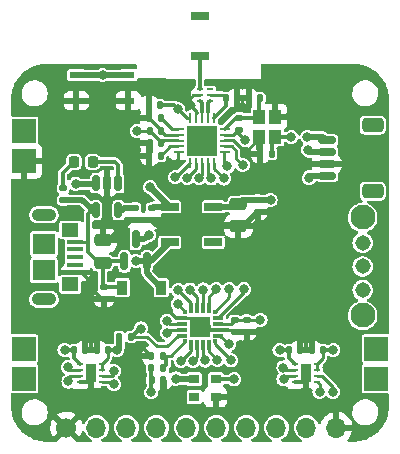
<source format=gbr>
%TF.GenerationSoftware,KiCad,Pcbnew,6.0.7-f9a2dced07~116~ubuntu22.04.1*%
%TF.CreationDate,2022-09-16T16:44:01+02:00*%
%TF.ProjectId,PCB,5043422e-6b69-4636-9164-5f7063625858,alfa*%
%TF.SameCoordinates,Original*%
%TF.FileFunction,Copper,L1,Top*%
%TF.FilePolarity,Positive*%
%FSLAX46Y46*%
G04 Gerber Fmt 4.6, Leading zero omitted, Abs format (unit mm)*
G04 Created by KiCad (PCBNEW 6.0.7-f9a2dced07~116~ubuntu22.04.1) date 2022-09-16 16:44:01*
%MOMM*%
%LPD*%
G01*
G04 APERTURE LIST*
G04 Aperture macros list*
%AMRoundRect*
0 Rectangle with rounded corners*
0 $1 Rounding radius*
0 $2 $3 $4 $5 $6 $7 $8 $9 X,Y pos of 4 corners*
0 Add a 4 corners polygon primitive as box body*
4,1,4,$2,$3,$4,$5,$6,$7,$8,$9,$2,$3,0*
0 Add four circle primitives for the rounded corners*
1,1,$1+$1,$2,$3*
1,1,$1+$1,$4,$5*
1,1,$1+$1,$6,$7*
1,1,$1+$1,$8,$9*
0 Add four rect primitives between the rounded corners*
20,1,$1+$1,$2,$3,$4,$5,0*
20,1,$1+$1,$4,$5,$6,$7,0*
20,1,$1+$1,$6,$7,$8,$9,0*
20,1,$1+$1,$8,$9,$2,$3,0*%
%AMFreePoly0*
4,1,13,0.900000,0.500000,2.600000,0.500000,2.600000,-0.500000,0.900000,-0.500000,0.400000,-1.000000,-0.400000,-1.000000,-0.900000,-0.500000,-2.600000,-0.500000,-2.600000,0.500000,-0.900000,0.500000,-0.400000,1.000000,0.400000,1.000000,0.900000,0.500000,0.900000,0.500000,$1*%
G04 Aperture macros list end*
%TA.AperFunction,SMDPad,CuDef*%
%ADD10RoundRect,0.140000X0.140000X0.170000X-0.140000X0.170000X-0.140000X-0.170000X0.140000X-0.170000X0*%
%TD*%
%TA.AperFunction,ComponentPad*%
%ADD11O,2.100000X1.050000*%
%TD*%
%TA.AperFunction,SMDPad,CuDef*%
%ADD12R,1.900000X1.750000*%
%TD*%
%TA.AperFunction,SMDPad,CuDef*%
%ADD13R,1.450000X1.150000*%
%TD*%
%TA.AperFunction,SMDPad,CuDef*%
%ADD14R,1.400000X0.400000*%
%TD*%
%TA.AperFunction,SMDPad,CuDef*%
%ADD15R,1.600000X0.800000*%
%TD*%
%TA.AperFunction,SMDPad,CuDef*%
%ADD16R,1.000000X1.150000*%
%TD*%
%TA.AperFunction,SMDPad,CuDef*%
%ADD17RoundRect,0.135000X0.135000X0.185000X-0.135000X0.185000X-0.135000X-0.185000X0.135000X-0.185000X0*%
%TD*%
%TA.AperFunction,SMDPad,CuDef*%
%ADD18RoundRect,0.250000X0.475000X-0.250000X0.475000X0.250000X-0.475000X0.250000X-0.475000X-0.250000X0*%
%TD*%
%TA.AperFunction,SMDPad,CuDef*%
%ADD19RoundRect,0.150000X-0.150000X0.512500X-0.150000X-0.512500X0.150000X-0.512500X0.150000X0.512500X0*%
%TD*%
%TA.AperFunction,SMDPad,CuDef*%
%ADD20RoundRect,0.218750X0.218750X0.256250X-0.218750X0.256250X-0.218750X-0.256250X0.218750X-0.256250X0*%
%TD*%
%TA.AperFunction,SMDPad,CuDef*%
%ADD21RoundRect,0.062500X0.062500X-0.350000X0.062500X0.350000X-0.062500X0.350000X-0.062500X-0.350000X0*%
%TD*%
%TA.AperFunction,SMDPad,CuDef*%
%ADD22RoundRect,0.062500X0.350000X-0.062500X0.350000X0.062500X-0.350000X0.062500X-0.350000X-0.062500X0*%
%TD*%
%TA.AperFunction,SMDPad,CuDef*%
%ADD23R,2.500000X2.500000*%
%TD*%
%TA.AperFunction,SMDPad,CuDef*%
%ADD24RoundRect,0.140000X-0.140000X-0.170000X0.140000X-0.170000X0.140000X0.170000X-0.140000X0.170000X0*%
%TD*%
%TA.AperFunction,SMDPad,CuDef*%
%ADD25RoundRect,0.140000X-0.170000X0.140000X-0.170000X-0.140000X0.170000X-0.140000X0.170000X0.140000X0*%
%TD*%
%TA.AperFunction,SMDPad,CuDef*%
%ADD26R,0.300000X0.300000*%
%TD*%
%TA.AperFunction,SMDPad,CuDef*%
%ADD27R,0.900000X0.300000*%
%TD*%
%TA.AperFunction,SMDPad,CuDef*%
%ADD28R,0.300000X0.900000*%
%TD*%
%TA.AperFunction,SMDPad,CuDef*%
%ADD29R,1.800000X1.800000*%
%TD*%
%TA.AperFunction,SMDPad,CuDef*%
%ADD30RoundRect,0.135000X0.185000X-0.135000X0.185000X0.135000X-0.185000X0.135000X-0.185000X-0.135000X0*%
%TD*%
%TA.AperFunction,ComponentPad*%
%ADD31R,2.000000X2.000000*%
%TD*%
%TA.AperFunction,SMDPad,CuDef*%
%ADD32RoundRect,0.135000X-0.185000X0.135000X-0.185000X-0.135000X0.185000X-0.135000X0.185000X0.135000X0*%
%TD*%
%TA.AperFunction,ComponentPad*%
%ADD33O,1.700000X1.700000*%
%TD*%
%TA.AperFunction,ComponentPad*%
%ADD34C,1.700000*%
%TD*%
%TA.AperFunction,SMDPad,CuDef*%
%ADD35RoundRect,0.250000X-0.475000X0.250000X-0.475000X-0.250000X0.475000X-0.250000X0.475000X0.250000X0*%
%TD*%
%TA.AperFunction,SMDPad,CuDef*%
%ADD36RoundRect,0.135000X-0.135000X-0.185000X0.135000X-0.185000X0.135000X0.185000X-0.135000X0.185000X0*%
%TD*%
%TA.AperFunction,SMDPad,CuDef*%
%ADD37R,0.500000X0.250000*%
%TD*%
%TA.AperFunction,SMDPad,CuDef*%
%ADD38R,0.900000X1.600000*%
%TD*%
%TA.AperFunction,SMDPad,CuDef*%
%ADD39R,0.550000X0.250000*%
%TD*%
%TA.AperFunction,SMDPad,CuDef*%
%ADD40R,1.500000X0.700000*%
%TD*%
%TA.AperFunction,SMDPad,CuDef*%
%ADD41FreePoly0,0.000000*%
%TD*%
%TA.AperFunction,SMDPad,CuDef*%
%ADD42RoundRect,0.150000X0.150000X-0.587500X0.150000X0.587500X-0.150000X0.587500X-0.150000X-0.587500X0*%
%TD*%
%TA.AperFunction,SMDPad,CuDef*%
%ADD43RoundRect,0.150000X0.625000X-0.150000X0.625000X0.150000X-0.625000X0.150000X-0.625000X-0.150000X0*%
%TD*%
%TA.AperFunction,SMDPad,CuDef*%
%ADD44RoundRect,0.250000X0.650000X-0.350000X0.650000X0.350000X-0.650000X0.350000X-0.650000X-0.350000X0*%
%TD*%
%TA.AperFunction,SMDPad,CuDef*%
%ADD45R,0.900000X0.750000*%
%TD*%
%TA.AperFunction,SMDPad,CuDef*%
%ADD46R,0.900000X1.200000*%
%TD*%
%TA.AperFunction,SMDPad,CuDef*%
%ADD47R,1.117600X0.609600*%
%TD*%
%TA.AperFunction,ComponentPad*%
%ADD48C,1.308000*%
%TD*%
%TA.AperFunction,ComponentPad*%
%ADD49C,2.100000*%
%TD*%
%TA.AperFunction,ViaPad*%
%ADD50C,0.800000*%
%TD*%
%TA.AperFunction,Conductor*%
%ADD51C,0.355600*%
%TD*%
%TA.AperFunction,Conductor*%
%ADD52C,0.250000*%
%TD*%
%TA.AperFunction,Conductor*%
%ADD53C,0.254000*%
%TD*%
%TA.AperFunction,Conductor*%
%ADD54C,0.304800*%
%TD*%
%TA.AperFunction,Conductor*%
%ADD55C,0.508000*%
%TD*%
G04 APERTURE END LIST*
D10*
%TO.P,C12,2*%
%TO.N,GND*%
X72250000Y-76060000D03*
%TO.P,C12,1*%
%TO.N,+3.3V*%
X73210000Y-76060000D03*
%TD*%
D11*
%TO.P,J4,S6,SHIELD*%
%TO.N,unconnected-(J4-PadS1)*%
X63352500Y-92475000D03*
%TO.P,J4,S5,SHIELD*%
X63352500Y-85325000D03*
D12*
%TO.P,J4,S4,SHIELD*%
X63352500Y-90025000D03*
%TO.P,J4,S3,SHIELD*%
X63352500Y-87775000D03*
D13*
%TO.P,J4,S2,SHIELD*%
X65582500Y-91220000D03*
%TO.P,J4,S1,SHIELD*%
X65582500Y-86580000D03*
D14*
%TO.P,J4,5,GND*%
%TO.N,GND*%
X66002500Y-90200000D03*
%TO.P,J4,4,ID*%
%TO.N,unconnected-(J4-Pad4)*%
X66002500Y-89550000D03*
%TO.P,J4,3,D+*%
%TO.N,unconnected-(J4-Pad3)*%
X66002500Y-88900000D03*
%TO.P,J4,2,D-*%
%TO.N,unconnected-(J4-Pad2)*%
X66002500Y-88250000D03*
%TO.P,J4,1,VBUS*%
%TO.N,VBUS*%
X66002500Y-87600000D03*
%TD*%
D15*
%TO.P,E1,2*%
%TO.N,unconnected-(E1-Pad2)*%
X76550000Y-68467500D03*
%TO.P,E1,1*%
%TO.N,Net-(E1-Pad1)*%
X76550000Y-71867500D03*
%TD*%
D16*
%TO.P,Y2,1,1*%
%TO.N,Net-(C16-Pad1)*%
X82950000Y-78755000D03*
%TO.P,Y2,2,2*%
%TO.N,GND*%
X82950000Y-77005000D03*
%TO.P,Y2,3,3*%
%TO.N,Net-(C18-Pad1)*%
X81550000Y-77005000D03*
%TO.P,Y2,4,4*%
%TO.N,GND*%
X81550000Y-78755000D03*
%TD*%
D17*
%TO.P,R2,2*%
%TO.N,GND*%
X72450000Y-97260000D03*
%TO.P,R2,1*%
%TO.N,/VBAT*%
X73470000Y-97260000D03*
%TD*%
D10*
%TO.P,C16,1*%
%TO.N,Net-(C16-Pad1)*%
X82640000Y-80160000D03*
%TO.P,C16,2*%
%TO.N,GND*%
X81680000Y-80160000D03*
%TD*%
D18*
%TO.P,C10,2*%
%TO.N,GND*%
X68310000Y-87490000D03*
%TO.P,C10,1*%
%TO.N,VBUS*%
X68310000Y-89390000D03*
%TD*%
D10*
%TO.P,C18,2*%
%TO.N,GND*%
X80690000Y-75440000D03*
%TO.P,C18,1*%
%TO.N,Net-(C18-Pad1)*%
X81650000Y-75440000D03*
%TD*%
D19*
%TO.P,U6,5,ISET*%
%TO.N,Net-(R10-Pad2)*%
X69650000Y-84927500D03*
%TO.P,U6,4,VIN*%
%TO.N,VBUS*%
X67750000Y-84927500D03*
%TO.P,U6,3,BAT*%
%TO.N,+BATT*%
X67750000Y-82652500D03*
%TO.P,U6,2,GND*%
%TO.N,GND*%
X68700000Y-82652500D03*
%TO.P,U6,1,CHRG*%
%TO.N,Net-(D4-Pad1)*%
X69650000Y-82652500D03*
%TD*%
D20*
%TO.P,D4,2,A*%
%TO.N,Net-(D4-Pad2)*%
X65892500Y-80830000D03*
%TO.P,D4,1,K*%
%TO.N,Net-(D4-Pad1)*%
X67467500Y-80830000D03*
%TD*%
D21*
%TO.P,U8,1,CE*%
%TO.N,/NRF_CE*%
X75750000Y-80967500D03*
%TO.P,U8,2,CSN*%
%TO.N,/NRF_CS*%
X76250000Y-80967500D03*
%TO.P,U8,3,SCK*%
%TO.N,/SCK*%
X76750000Y-80967500D03*
%TO.P,U8,4,MOSI*%
%TO.N,/MOSI*%
X77250000Y-80967500D03*
%TO.P,U8,5,MISO*%
%TO.N,/MISO*%
X77750000Y-80967500D03*
D22*
%TO.P,U8,6,IRQ*%
%TO.N,/NRF_INT*%
X78687500Y-80030000D03*
%TO.P,U8,7,VDD*%
%TO.N,+3.3V*%
X78687500Y-79530000D03*
%TO.P,U8,8,VSS*%
%TO.N,GND*%
X78687500Y-79030000D03*
%TO.P,U8,9,XC2*%
%TO.N,Net-(C16-Pad1)*%
X78687500Y-78530000D03*
%TO.P,U8,10,XC1*%
%TO.N,Net-(C18-Pad1)*%
X78687500Y-78030000D03*
D21*
%TO.P,U8,11,VDD_PA*%
%TO.N,Net-(C17-Pad1)*%
X77750000Y-77092500D03*
%TO.P,U8,12,ANT1*%
%TO.N,Net-(FL1-Pad4)*%
X77250000Y-77092500D03*
%TO.P,U8,13,ANT2*%
%TO.N,Net-(FL1-Pad3)*%
X76750000Y-77092500D03*
%TO.P,U8,14,VSS*%
%TO.N,GND*%
X76250000Y-77092500D03*
%TO.P,U8,15,VDD*%
%TO.N,+3.3V*%
X75750000Y-77092500D03*
D22*
%TO.P,U8,16,IREF*%
%TO.N,Net-(R11-Pad2)*%
X74812500Y-78030000D03*
%TO.P,U8,17,VSS*%
%TO.N,GND*%
X74812500Y-78530000D03*
%TO.P,U8,18,VDD*%
%TO.N,+3.3V*%
X74812500Y-79030000D03*
%TO.P,U8,19,DVDD*%
%TO.N,Net-(C15-Pad1)*%
X74812500Y-79530000D03*
%TO.P,U8,20,VSS*%
%TO.N,GND*%
X74812500Y-80030000D03*
D23*
%TO.P,U8,21*%
%TO.N,N/C*%
X76750000Y-79030000D03*
%TD*%
D24*
%TO.P,C13,2*%
%TO.N,GND*%
X73247400Y-78217600D03*
%TO.P,C13,1*%
%TO.N,+3.3V*%
X72287400Y-78217600D03*
%TD*%
D25*
%TO.P,C2,2*%
%TO.N,GND*%
X79510000Y-95210000D03*
%TO.P,C2,1*%
%TO.N,+3.3V*%
X79510000Y-94250000D03*
%TD*%
D26*
%TO.P,U2,1,P0.1*%
%TO.N,/MOTOR_RIGHT_IN_2*%
X77810000Y-96040000D03*
D27*
%TO.P,U2,2,P0.0*%
%TO.N,/NRF_INT*%
X78110000Y-95540000D03*
%TO.P,U2,3,GND*%
%TO.N,GND*%
X78110000Y-95040000D03*
%TO.P,U2,4,VDD*%
%TO.N,+3.3V*%
X78110000Y-94540000D03*
%TO.P,U2,5,RSTb/C2CK*%
%TO.N,/C2CK*%
X78110000Y-94040000D03*
D26*
%TO.P,U2,6,P2.0/C2D*%
%TO.N,/C2D*%
X77810000Y-93540000D03*
D28*
%TO.P,U2,7,P1.6*%
%TO.N,/MISO*%
X77310000Y-93240000D03*
%TO.P,U2,8,P1.5*%
%TO.N,/MOSI*%
X76810000Y-93240000D03*
%TO.P,U2,9,P1.4*%
%TO.N,/SCK*%
X76310000Y-93240000D03*
%TO.P,U2,10,P1.3*%
%TO.N,/NRF_CS*%
X75810000Y-93240000D03*
D26*
%TO.P,U2,11,P1.2*%
%TO.N,/NRF_CE*%
X75310000Y-93540000D03*
D27*
%TO.P,U2,12,GND*%
%TO.N,GND*%
X75010000Y-94040000D03*
%TO.P,U2,13,P1.1*%
%TO.N,/MOTOR_LEFT_IN_1*%
X75010000Y-94540000D03*
%TO.P,U2,14,P1.0*%
%TO.N,/MOTOR_LEFT_IN_2*%
X75010000Y-95040000D03*
%TO.P,U2,15,P0.7*%
%TO.N,/BTN*%
X75010000Y-95540000D03*
D26*
%TO.P,U2,16,P0.6*%
%TO.N,/VBAT*%
X75310000Y-96040000D03*
D28*
%TO.P,U2,17,P0.5*%
%TO.N,/P0.5*%
X75810000Y-96340000D03*
%TO.P,U2,18,P0.4*%
%TO.N,/P0.4*%
X76310000Y-96340000D03*
%TO.P,U2,19,P0.3*%
%TO.N,/LED*%
X76810000Y-96340000D03*
%TO.P,U2,20,P0.2*%
%TO.N,/MOTOR_RIGHT_IN_1*%
X77310000Y-96340000D03*
D29*
%TO.P,U2,21,GND*%
%TO.N,GND*%
X76560000Y-94790000D03*
%TD*%
D30*
%TO.P,R12,1*%
%TO.N,Net-(C16-Pad1)*%
X79900000Y-78110000D03*
%TO.P,R12,2*%
%TO.N,Net-(C18-Pad1)*%
X79900000Y-77090000D03*
%TD*%
D25*
%TO.P,C9,2*%
%TO.N,GND*%
X81440000Y-85040000D03*
%TO.P,C9,1*%
%TO.N,+3.3V*%
X81440000Y-84080000D03*
%TD*%
D30*
%TO.P,R8,2*%
%TO.N,Net-(D4-Pad2)*%
X64990000Y-83050000D03*
%TO.P,R8,1*%
%TO.N,VBUS*%
X64990000Y-84070000D03*
%TD*%
D31*
%TO.P,J8,2,Pin_2*%
%TO.N,/MOTOR_RIGHT_OUT_1*%
X91452000Y-96650000D03*
%TO.P,J8,1,Pin_1*%
%TO.N,/MOTOR_RIGHT_OUT_2*%
X91452000Y-99190000D03*
%TD*%
D32*
%TO.P,R7,2*%
%TO.N,GND*%
X68430000Y-92430000D03*
%TO.P,R7,1*%
%TO.N,VBUS*%
X68430000Y-91410000D03*
%TD*%
D25*
%TO.P,C5,2*%
%TO.N,GND*%
X80510000Y-95200000D03*
%TO.P,C5,1*%
%TO.N,+3.3V*%
X80510000Y-94240000D03*
%TD*%
D24*
%TO.P,C3,2*%
%TO.N,GND*%
X85040000Y-96770000D03*
%TO.P,C3,1*%
%TO.N,+BATT*%
X84080000Y-96770000D03*
%TD*%
D33*
%TO.P,J1,10,Pin_10*%
%TO.N,GND*%
X88110000Y-103340000D03*
%TO.P,J1,9,Pin_9*%
%TO.N,+BATT*%
X85570000Y-103340000D03*
%TO.P,J1,8,Pin_8*%
%TO.N,/P0.4*%
X83030000Y-103340000D03*
%TO.P,J1,7,Pin_7*%
%TO.N,/P0.5*%
X80490000Y-103340000D03*
%TO.P,J1,6,Pin_6*%
%TO.N,/MISO*%
X77950000Y-103340000D03*
%TO.P,J1,5,Pin_5*%
%TO.N,/MOSI*%
X75410000Y-103340000D03*
%TO.P,J1,4,Pin_4*%
%TO.N,/SCK*%
X72870000Y-103340000D03*
%TO.P,J1,3,Pin_3*%
%TO.N,/BTN*%
X70330000Y-103340000D03*
%TO.P,J1,2,Pin_2*%
%TO.N,+3.3V*%
X67790000Y-103340000D03*
D34*
%TO.P,J1,1,Pin_1*%
%TO.N,GND*%
X65250000Y-103340000D03*
%TD*%
D35*
%TO.P,C7,2*%
%TO.N,GND*%
X79820000Y-86290000D03*
%TO.P,C7,1*%
%TO.N,+3.3V*%
X79820000Y-84390000D03*
%TD*%
D36*
%TO.P,R1,2*%
%TO.N,/VBAT*%
X73460000Y-98290000D03*
%TO.P,R1,1*%
%TO.N,+BATT*%
X72440000Y-98290000D03*
%TD*%
D24*
%TO.P,C11,2*%
%TO.N,GND*%
X73420000Y-99320000D03*
%TO.P,C11,1*%
%TO.N,+BATT*%
X72460000Y-99320000D03*
%TD*%
%TO.P,C8,2*%
%TO.N,GND*%
X66850000Y-96770000D03*
%TO.P,C8,1*%
%TO.N,+BATT*%
X65890000Y-96770000D03*
%TD*%
D37*
%TO.P,U1,1,VM*%
%TO.N,+BATT*%
X66400000Y-97960000D03*
%TO.P,U1,2,OUT1*%
%TO.N,/MOTOR_LEFT_OUT_1*%
X66400000Y-98460000D03*
%TO.P,U1,3,OUT2*%
%TO.N,/MOTOR_LEFT_OUT_2*%
X66400000Y-98960000D03*
%TO.P,U1,4,GND*%
%TO.N,GND*%
X66400000Y-99460000D03*
%TO.P,U1,5,IN2*%
%TO.N,/MOTOR_LEFT_IN_2*%
X68300000Y-99460000D03*
%TO.P,U1,6,IN1*%
%TO.N,/MOTOR_LEFT_IN_1*%
X68300000Y-98960000D03*
%TO.P,U1,7,~{SLEEP}*%
%TO.N,+3.3V*%
X68300000Y-98460000D03*
%TO.P,U1,8,VCC*%
X68300000Y-97960000D03*
D38*
%TO.P,U1,9,GND*%
%TO.N,GND*%
X67350000Y-98710000D03*
%TD*%
D36*
%TO.P,R11,2*%
%TO.N,Net-(R11-Pad2)*%
X73277400Y-77127600D03*
%TO.P,R11,1*%
%TO.N,GND*%
X72257400Y-77127600D03*
%TD*%
D31*
%TO.P,J5,2,Pin_2*%
%TO.N,/BAT+*%
X61671000Y-78200000D03*
%TO.P,J5,1,Pin_1*%
%TO.N,GND*%
X61671000Y-80740000D03*
%TD*%
D10*
%TO.P,C6,2*%
%TO.N,GND*%
X67830000Y-96770000D03*
%TO.P,C6,1*%
%TO.N,+3.3V*%
X68790000Y-96770000D03*
%TD*%
D39*
%TO.P,FL1,1,UNBALPRT*%
%TO.N,Net-(E1-Pad1)*%
X76562400Y-74697600D03*
%TO.P,FL1,2,GND*%
%TO.N,GND*%
X76562400Y-75197600D03*
%TO.P,FL1,3,BALPRT1*%
%TO.N,Net-(FL1-Pad3)*%
X76562400Y-75697600D03*
%TO.P,FL1,4,BALPRT2*%
%TO.N,Net-(FL1-Pad4)*%
X77412400Y-75697600D03*
%TO.P,FL1,5,DCFEED+RFGND/GND*%
%TO.N,Net-(C17-Pad1)*%
X77412400Y-75197600D03*
%TO.P,FL1,6*%
%TO.N,N/C*%
X77412400Y-74697600D03*
%TD*%
D40*
%TO.P,U5,5,VOUT*%
%TO.N,+3.3V*%
X77690000Y-84650000D03*
%TO.P,U5,4,NC*%
%TO.N,unconnected-(U5-Pad4)*%
X77690000Y-87650000D03*
%TO.P,U5,3,EN*%
%TO.N,/VSYS*%
X73990000Y-87650000D03*
D41*
%TO.P,U5,2,GND*%
%TO.N,GND*%
X75840000Y-86150000D03*
D40*
%TO.P,U5,1,VIN*%
%TO.N,/VSYS*%
X73990000Y-84650000D03*
%TD*%
D42*
%TO.P,Q1,3,D*%
%TO.N,+BATT*%
X71110000Y-87392500D03*
%TO.P,Q1,2,S*%
%TO.N,/VSYS*%
X72060000Y-89267500D03*
%TO.P,Q1,1,G*%
%TO.N,VBUS*%
X70160000Y-89267500D03*
%TD*%
D10*
%TO.P,C15,2*%
%TO.N,GND*%
X72277400Y-80337600D03*
%TO.P,C15,1*%
%TO.N,Net-(C15-Pad1)*%
X73237400Y-80337600D03*
%TD*%
%TO.P,C14,2*%
%TO.N,GND*%
X72287400Y-79277600D03*
%TO.P,C14,1*%
%TO.N,+3.3V*%
X73247400Y-79277600D03*
%TD*%
D43*
%TO.P,J3,1,Pin_1*%
%TO.N,+3.3V*%
X87300000Y-82020000D03*
%TO.P,J3,2,Pin_2*%
%TO.N,GND*%
X87300000Y-81020000D03*
%TO.P,J3,3,Pin_3*%
%TO.N,/C2CK*%
X87300000Y-80020000D03*
%TO.P,J3,4,Pin_4*%
%TO.N,/C2D*%
X87300000Y-79020000D03*
D44*
%TO.P,J3,MP*%
%TO.N,N/C*%
X91175000Y-77720000D03*
X91175000Y-83320000D03*
%TD*%
D45*
%TO.P,D1,4,DIN*%
%TO.N,/LED*%
X77885600Y-99236600D03*
%TO.P,D1,3,VSS*%
%TO.N,GND*%
X77885600Y-100736600D03*
%TO.P,D1,2,DOUT*%
%TO.N,unconnected-(D1-Pad2)*%
X76085600Y-100736600D03*
%TO.P,D1,1,VDD*%
%TO.N,+BATT*%
X76085600Y-99236600D03*
%TD*%
D46*
%TO.P,D2,2,A*%
%TO.N,VBUS*%
X69980000Y-91480000D03*
%TO.P,D2,1,K*%
%TO.N,/VSYS*%
X73280000Y-91480000D03*
%TD*%
D47*
%TO.P,SW1,4,A*%
%TO.N,GND*%
X70486049Y-75649998D03*
%TO.P,SW1,3,K*%
X66091849Y-75649998D03*
%TO.P,SW1,2,2*%
%TO.N,/BTN*%
X70486049Y-73500000D03*
%TO.P,SW1,1,1*%
X66091849Y-73500000D03*
%TD*%
D37*
%TO.P,U3,1,VM*%
%TO.N,+BATT*%
X84590000Y-97960000D03*
%TO.P,U3,2,OUT1*%
%TO.N,/MOTOR_RIGHT_OUT_1*%
X84590000Y-98460000D03*
%TO.P,U3,3,OUT2*%
%TO.N,/MOTOR_RIGHT_OUT_2*%
X84590000Y-98960000D03*
%TO.P,U3,4,GND*%
%TO.N,GND*%
X84590000Y-99460000D03*
%TO.P,U3,5,IN2*%
%TO.N,/MOTOR_RIGHT_IN_2*%
X86490000Y-99460000D03*
%TO.P,U3,6,IN1*%
%TO.N,/MOTOR_RIGHT_IN_1*%
X86490000Y-98960000D03*
%TO.P,U3,7,~{SLEEP}*%
%TO.N,+3.3V*%
X86490000Y-98460000D03*
%TO.P,U3,8,VCC*%
X86490000Y-97960000D03*
D38*
%TO.P,U3,9,GND*%
%TO.N,GND*%
X85540000Y-98710000D03*
%TD*%
D48*
%TO.P,U7,1,1*%
%TO.N,unconnected-(U7-Pad1)*%
X90330000Y-91690000D03*
%TO.P,U7,2,2*%
%TO.N,+BATT*%
X90330000Y-87690000D03*
%TO.P,U7,COM,COM*%
%TO.N,/BAT+*%
X90330000Y-89690000D03*
D49*
%TO.P,U7,M1*%
%TO.N,N/C*%
X90330000Y-93840000D03*
%TO.P,U7,M2*%
X90330000Y-85540000D03*
%TD*%
D24*
%TO.P,C17,2*%
%TO.N,GND*%
X79680000Y-75450000D03*
%TO.P,C17,1*%
%TO.N,Net-(C17-Pad1)*%
X78720000Y-75450000D03*
%TD*%
D25*
%TO.P,C4,2*%
%TO.N,GND*%
X72470000Y-85740000D03*
%TO.P,C4,1*%
%TO.N,/VSYS*%
X72470000Y-84780000D03*
%TD*%
D10*
%TO.P,C1,2*%
%TO.N,GND*%
X86020000Y-96770000D03*
%TO.P,C1,1*%
%TO.N,+3.3V*%
X86980000Y-96770000D03*
%TD*%
D31*
%TO.P,J7,2,Pin_2*%
%TO.N,/MOTOR_LEFT_OUT_1*%
X61671000Y-96650000D03*
%TO.P,J7,1,Pin_1*%
%TO.N,/MOTOR_LEFT_OUT_2*%
X61671000Y-99190000D03*
%TD*%
D30*
%TO.P,R10,2*%
%TO.N,Net-(R10-Pad2)*%
X71070000Y-84740000D03*
%TO.P,R10,1*%
%TO.N,GND*%
X71070000Y-85760000D03*
%TD*%
D17*
%TO.P,R6,2*%
%TO.N,+3.3V*%
X69730000Y-95660000D03*
%TO.P,R6,1*%
%TO.N,/BTN*%
X70750000Y-95660000D03*
%TD*%
D50*
%TO.N,GND*%
X87600000Y-73230000D03*
X87600000Y-75610000D03*
X86400000Y-73230000D03*
X85200000Y-73220000D03*
X86400000Y-75610000D03*
X85200000Y-75610000D03*
X84000000Y-75610000D03*
X82800000Y-75610000D03*
X84000000Y-73220000D03*
X82800000Y-73220000D03*
%TO.N,/BTN*%
X71540000Y-94950000D03*
%TO.N,+3.3V*%
X71227400Y-78227600D03*
X85790000Y-82180000D03*
X74690000Y-76350000D03*
X82530000Y-84080000D03*
X69540000Y-96760000D03*
X81670000Y-94250000D03*
X87840000Y-96770000D03*
X80170000Y-81100000D03*
%TO.N,GND*%
X68373950Y-75649998D03*
X67390000Y-91130000D03*
X79820000Y-87650000D03*
X71197400Y-77127600D03*
X67315000Y-95875000D03*
X79420000Y-100730000D03*
X85730000Y-80990000D03*
X73772576Y-93289028D03*
X73480000Y-100380000D03*
X75601468Y-75939839D03*
X71187400Y-80347600D03*
X85545000Y-100305000D03*
X68720000Y-83940000D03*
X80126733Y-76221686D03*
X69780000Y-86590000D03*
X84162521Y-76916362D03*
X85505000Y-95875000D03*
X80500000Y-96140000D03*
X74620000Y-81010000D03*
X71207400Y-79277600D03*
X61660000Y-82820000D03*
X67355000Y-100305000D03*
X80374783Y-80041896D03*
X71495500Y-96386500D03*
%TO.N,+BATT*%
X65090000Y-96790000D03*
X72220000Y-87030000D03*
X72438516Y-100341484D03*
X74530000Y-99190000D03*
X83300000Y-96790000D03*
X66030000Y-82680000D03*
%TO.N,/VSYS*%
X72340000Y-82990000D03*
X71120000Y-89220000D03*
%TO.N,Net-(C16-Pad1)*%
X80380000Y-78990000D03*
X84290000Y-78740000D03*
%TO.N,/C2CK*%
X80280000Y-91630000D03*
X85699568Y-79811067D03*
%TO.N,/C2D*%
X85660000Y-78720000D03*
X79030000Y-91630000D03*
%TO.N,/MOTOR_LEFT_OUT_2*%
X65420000Y-99430000D03*
%TO.N,/MOTOR_LEFT_OUT_1*%
X65380000Y-98220000D03*
%TO.N,/MOTOR_RIGHT_OUT_2*%
X83635517Y-99249488D03*
%TO.N,/MOTOR_RIGHT_OUT_1*%
X83630000Y-98250000D03*
%TO.N,/BTN*%
X68313950Y-73500000D03*
%TO.N,/MOTOR_LEFT_IN_2*%
X73740833Y-95297533D03*
X69264175Y-99663254D03*
%TO.N,/MOTOR_LEFT_IN_1*%
X69270000Y-98550000D03*
X73747784Y-94288223D03*
%TO.N,/P0.4*%
X75972203Y-97692203D03*
%TO.N,/P0.5*%
X74941790Y-97695189D03*
%TO.N,/MOTOR_RIGHT_IN_2*%
X86680000Y-100305000D03*
X79170000Y-97640000D03*
%TO.N,/MOTOR_RIGHT_IN_1*%
X78040000Y-97590000D03*
X87820000Y-100305000D03*
%TO.N,/NRF_CE*%
X74470000Y-82130000D03*
X74680000Y-92870000D03*
%TO.N,/NRF_CS*%
X74711134Y-91695674D03*
X75487396Y-82198165D03*
%TO.N,/SCK*%
X75710000Y-91660000D03*
X76486495Y-82226495D03*
%TO.N,/MOSI*%
X76826356Y-91653783D03*
X77485991Y-82230021D03*
%TO.N,/MISO*%
X77940000Y-91630000D03*
X78590000Y-82240000D03*
%TO.N,/NRF_INT*%
X78880700Y-81228026D03*
X79010000Y-96280000D03*
%TO.N,/LED*%
X79460000Y-99250000D03*
X77020000Y-97650000D03*
%TD*%
D51*
%TO.N,+3.3V*%
X73210000Y-76060000D02*
X74400000Y-76060000D01*
X74400000Y-76060000D02*
X74690000Y-76350000D01*
%TO.N,GND*%
X72250000Y-76060000D02*
X72250000Y-77120200D01*
X72250000Y-77120200D02*
X72257400Y-77127600D01*
D52*
%TO.N,+3.3V*%
X80170000Y-81100000D02*
X79649783Y-80579783D01*
X79649783Y-80579783D02*
X79649783Y-79921484D01*
X79649783Y-79921484D02*
X79253399Y-79525100D01*
X79253399Y-79525100D02*
X78584900Y-79525100D01*
%TO.N,GND*%
X80100000Y-79900000D02*
X80100000Y-79735305D01*
X80100000Y-79735305D02*
X79389795Y-79025100D01*
X79389795Y-79025100D02*
X78584900Y-79025100D01*
D51*
%TO.N,Net-(C16-Pad1)*%
X80380000Y-78990000D02*
X79900000Y-78510000D01*
X79900000Y-78510000D02*
X79900000Y-78110000D01*
D52*
%TO.N,GND*%
X80374783Y-80041896D02*
X80241896Y-80041896D01*
X80241896Y-80041896D02*
X80100000Y-79900000D01*
D53*
%TO.N,Net-(C16-Pad1)*%
X78584900Y-78525100D02*
X79374900Y-78525100D01*
X79374900Y-78525100D02*
X79790000Y-78110000D01*
X79790000Y-78110000D02*
X79900000Y-78110000D01*
D54*
%TO.N,GND*%
X81680000Y-80160000D02*
X81680000Y-79365000D01*
D51*
%TO.N,Net-(C16-Pad1)*%
X82640000Y-80160000D02*
X82640000Y-79065000D01*
X82640000Y-79065000D02*
X82950000Y-78755000D01*
D54*
%TO.N,GND*%
X81680000Y-79365000D02*
X81390000Y-79075000D01*
%TO.N,Net-(C18-Pad1)*%
X79900000Y-77090000D02*
X81465000Y-77090000D01*
X81465000Y-77090000D02*
X81550000Y-77005000D01*
%TO.N,GND*%
X84162521Y-76916362D02*
X83038638Y-76916362D01*
D52*
X81550000Y-78755000D02*
X81550000Y-78850000D01*
D54*
%TO.N,Net-(C18-Pad1)*%
X81550000Y-77005000D02*
X81550000Y-75540000D01*
X81550000Y-75540000D02*
X81650000Y-75440000D01*
%TO.N,Net-(C16-Pad1)*%
X82730000Y-78755000D02*
X82950000Y-78755000D01*
%TO.N,GND*%
X83038638Y-76916362D02*
X82950000Y-77005000D01*
D52*
X80500000Y-79900000D02*
X80100000Y-79900000D01*
X81550000Y-78850000D02*
X80500000Y-79900000D01*
D53*
%TO.N,/NRF_CE*%
X74470000Y-82130000D02*
X74527427Y-82130000D01*
X74527427Y-82130000D02*
X75689927Y-80967500D01*
X75689927Y-80967500D02*
X75750000Y-80967500D01*
%TO.N,/NRF_CS*%
X75487396Y-82198165D02*
X76250000Y-81435561D01*
X76250000Y-81435561D02*
X76250000Y-80967500D01*
%TO.N,/SCK*%
X76750000Y-80967500D02*
X76750000Y-81962990D01*
X76750000Y-81962990D02*
X76486495Y-82226495D01*
%TO.N,/MOSI*%
X77485991Y-82230021D02*
X77250000Y-81994030D01*
X77250000Y-81994030D02*
X77250000Y-80967500D01*
%TO.N,/MISO*%
X78590000Y-82240000D02*
X77750000Y-81400000D01*
X77750000Y-81400000D02*
X77750000Y-80967500D01*
%TO.N,GND*%
X76270600Y-76608971D02*
X76270600Y-76680000D01*
X75601468Y-75939839D02*
X76270600Y-76608971D01*
D54*
%TO.N,Net-(C17-Pad1)*%
X78720000Y-75450000D02*
X78720000Y-76122500D01*
X78720000Y-76122500D02*
X77750000Y-77092500D01*
%TO.N,Net-(FL1-Pad3)*%
X76750000Y-75885200D02*
X76750000Y-76640000D01*
%TO.N,Net-(FL1-Pad4)*%
X77412400Y-75697600D02*
X77254800Y-75855200D01*
X77254800Y-75855200D02*
X77254800Y-76645200D01*
%TO.N,Net-(FL1-Pad3)*%
X76562400Y-75697600D02*
X76750000Y-75885200D01*
D53*
%TO.N,/C2CK*%
X80280000Y-91650000D02*
X80280000Y-91870000D01*
X80280000Y-91870000D02*
X78110000Y-94040000D01*
%TO.N,/C2D*%
X79030000Y-91590000D02*
X79030000Y-92320000D01*
X79030000Y-92320000D02*
X77810000Y-93540000D01*
%TO.N,/MOTOR_RIGHT_IN_2*%
X86680000Y-100330000D02*
X86680000Y-99650000D01*
X86680000Y-99650000D02*
X86490000Y-99460000D01*
%TO.N,/MOTOR_RIGHT_IN_1*%
X87820000Y-100340000D02*
X87820000Y-99860500D01*
X87820000Y-99860500D02*
X86919500Y-98960000D01*
X86919500Y-98960000D02*
X86490000Y-98960000D01*
%TO.N,/MOTOR_LEFT_IN_2*%
X69264175Y-99663254D02*
X69060921Y-99460000D01*
X69060921Y-99460000D02*
X68300000Y-99460000D01*
D54*
%TO.N,+BATT*%
X83300000Y-96790000D02*
X83320000Y-96770000D01*
X83320000Y-96770000D02*
X84080000Y-96770000D01*
D53*
%TO.N,/MOTOR_RIGHT_OUT_1*%
X83630000Y-98250000D02*
X83840000Y-98460000D01*
X83840000Y-98460000D02*
X84590000Y-98460000D01*
%TO.N,/MOTOR_LEFT_IN_1*%
X69270000Y-98550000D02*
X69270000Y-98771866D01*
X69270000Y-98771866D02*
X69081866Y-98960000D01*
X69081866Y-98960000D02*
X68300000Y-98960000D01*
D54*
%TO.N,+BATT*%
X65090000Y-96790000D02*
X65110000Y-96770000D01*
X65110000Y-96770000D02*
X65890000Y-96770000D01*
D55*
%TO.N,+3.3V*%
X69540000Y-96760000D02*
X69730000Y-96570000D01*
X69730000Y-96570000D02*
X69730000Y-95660000D01*
D53*
%TO.N,/MOTOR_LEFT_OUT_1*%
X65520000Y-98460000D02*
X66400000Y-98460000D01*
X65220000Y-98160000D02*
X65520000Y-98460000D01*
%TO.N,/MOTOR_LEFT_OUT_2*%
X65570000Y-98960000D02*
X66400000Y-98960000D01*
X65200000Y-99330000D02*
X65570000Y-98960000D01*
D54*
%TO.N,/BTN*%
X71540000Y-94950000D02*
X71460000Y-94950000D01*
X71460000Y-94950000D02*
X70750000Y-95660000D01*
D53*
%TO.N,GND*%
X71495500Y-96386500D02*
X71576500Y-96386500D01*
X71576500Y-96386500D02*
X72450000Y-97260000D01*
X73772576Y-93289028D02*
X74044771Y-93561223D01*
X74048918Y-93561223D02*
X74474784Y-93987089D01*
X74044771Y-93561223D02*
X74048918Y-93561223D01*
X74474784Y-93987089D02*
X74474784Y-93991236D01*
X74474784Y-93991236D02*
X74523548Y-94040000D01*
X74523548Y-94040000D02*
X75010000Y-94040000D01*
%TO.N,/MOTOR_LEFT_IN_1*%
X74990000Y-94560000D02*
X75010000Y-94540000D01*
X73747784Y-94288223D02*
X74019561Y-94560000D01*
X74019561Y-94560000D02*
X74990000Y-94560000D01*
%TO.N,/MOTOR_LEFT_IN_2*%
X73740833Y-95297533D02*
X73998366Y-95040000D01*
X73998366Y-95040000D02*
X75010000Y-95040000D01*
%TO.N,/NRF_CE*%
X74680000Y-92870000D02*
X74680000Y-92910000D01*
X74680000Y-92910000D02*
X75310000Y-93540000D01*
%TO.N,/BTN*%
X75010000Y-95540000D02*
X74700000Y-95540000D01*
X72880000Y-96440000D02*
X72100000Y-95660000D01*
X74700000Y-95540000D02*
X73800000Y-96440000D01*
X73800000Y-96440000D02*
X72880000Y-96440000D01*
X72100000Y-95660000D02*
X70750000Y-95660000D01*
%TO.N,/MISO*%
X77310000Y-92260000D02*
X77310000Y-93240000D01*
X77940000Y-91630000D02*
X77310000Y-92260000D01*
%TO.N,/MOSI*%
X76810000Y-91670139D02*
X76810000Y-93240000D01*
X76826356Y-91653783D02*
X76810000Y-91670139D01*
D55*
%TO.N,/VSYS*%
X71120000Y-89220000D02*
X72420000Y-89220000D01*
X72420000Y-89220000D02*
X73160000Y-88480000D01*
X72340000Y-82990000D02*
X72340000Y-83000000D01*
X72340000Y-83000000D02*
X73990000Y-84650000D01*
%TO.N,GND*%
X61660000Y-82820000D02*
X61671000Y-82809000D01*
X61671000Y-82809000D02*
X61671000Y-80940000D01*
D54*
%TO.N,Net-(C16-Pad1)*%
X84290000Y-78740000D02*
X82745000Y-78740000D01*
%TO.N,GND*%
X80680000Y-75450000D02*
X79680000Y-75450000D01*
X80690000Y-75440000D02*
X80680000Y-75450000D01*
D53*
X75601468Y-75939839D02*
X75601468Y-75604532D01*
X75601468Y-75604532D02*
X76008400Y-75197600D01*
X76008400Y-75197600D02*
X76562400Y-75197600D01*
%TO.N,+3.3V*%
X74690000Y-76350000D02*
X75427600Y-77087600D01*
X75427600Y-77087600D02*
X75647400Y-77087600D01*
X80500000Y-94220000D02*
X81640000Y-94220000D01*
X86490000Y-97960000D02*
X86980000Y-97470000D01*
D52*
X72287400Y-78225209D02*
X72287400Y-78217600D01*
D54*
X87895500Y-96770000D02*
X86980000Y-96770000D01*
D52*
X73247400Y-79185209D02*
X72287400Y-78225209D01*
D53*
X68790000Y-97470000D02*
X68790000Y-96770000D01*
D52*
X73499900Y-79025100D02*
X73247400Y-79277600D01*
D53*
X80500000Y-94220000D02*
X79540000Y-94220000D01*
D52*
X74709900Y-79025100D02*
X73499900Y-79025100D01*
D53*
X79220000Y-94540000D02*
X79510000Y-94250000D01*
X81640000Y-94220000D02*
X81670000Y-94250000D01*
D55*
X77690000Y-84650000D02*
X79560000Y-84650000D01*
D53*
X78110000Y-94540000D02*
X79220000Y-94540000D01*
D52*
X72287400Y-78217600D02*
X71237400Y-78217600D01*
D53*
X68300000Y-97960000D02*
X68790000Y-97470000D01*
D52*
X73247400Y-79277600D02*
X73247400Y-79185209D01*
D55*
X87300000Y-82020000D02*
X85690000Y-82020000D01*
X79820000Y-84390000D02*
X80130000Y-84080000D01*
X80130000Y-84080000D02*
X81440000Y-84080000D01*
D54*
X69705500Y-96770000D02*
X68790000Y-96770000D01*
D55*
X81440000Y-84080000D02*
X82530000Y-84080000D01*
D54*
X69725000Y-96750500D02*
X69705500Y-96770000D01*
D53*
X86490000Y-97960000D02*
X86490000Y-98460000D01*
X79540000Y-94220000D02*
X79510000Y-94250000D01*
X68300000Y-97960000D02*
X68300000Y-98460000D01*
D55*
X79560000Y-84650000D02*
X79820000Y-84390000D01*
D52*
X71237400Y-78217600D02*
X71227400Y-78227600D01*
D53*
X86980000Y-97470000D02*
X86980000Y-96770000D01*
D55*
%TO.N,GND*%
X80190000Y-86290000D02*
X81440000Y-85040000D01*
D53*
X79340000Y-95040000D02*
X79510000Y-95210000D01*
D55*
X79680000Y-86150000D02*
X79820000Y-86290000D01*
D54*
X66979800Y-99460000D02*
X67350000Y-99089800D01*
D55*
X79820000Y-86290000D02*
X80190000Y-86290000D01*
D52*
X72287400Y-79277600D02*
X71207400Y-79277600D01*
D51*
X67830000Y-96770000D02*
X67320000Y-96770000D01*
D55*
X80510000Y-96130000D02*
X80500000Y-96140000D01*
D52*
X72277400Y-80337600D02*
X71197400Y-80337600D01*
D55*
X71070000Y-85760000D02*
X72450000Y-85760000D01*
X80510000Y-95200000D02*
X79520000Y-95200000D01*
D54*
X67350000Y-100300000D02*
X67350000Y-98710000D01*
D55*
X72450000Y-85760000D02*
X72470000Y-85740000D01*
X69780000Y-86590000D02*
X70610000Y-85760000D01*
D53*
X78110000Y-95040000D02*
X76810000Y-95040000D01*
D55*
X85730000Y-80990000D02*
X85760000Y-81020000D01*
X75840000Y-86150000D02*
X79680000Y-86150000D01*
D51*
X67390000Y-91570000D02*
X68250000Y-92430000D01*
D55*
X66091849Y-75649998D02*
X70486049Y-75649998D01*
D52*
X73554900Y-78525100D02*
X73247400Y-78217600D01*
D54*
X85169800Y-99460000D02*
X85540000Y-99089800D01*
X67350000Y-99089800D02*
X67350000Y-98710000D01*
D55*
X68880000Y-87490000D02*
X68310000Y-87490000D01*
D54*
X85540000Y-99089800D02*
X85540000Y-98710000D01*
D51*
X67390000Y-91130000D02*
X67390000Y-91570000D01*
D55*
X73480000Y-100380000D02*
X73480000Y-99380000D01*
D52*
X71197400Y-80337600D02*
X71187400Y-80347600D01*
X73247400Y-78217600D02*
X73247400Y-78117600D01*
X72257400Y-77127600D02*
X71197400Y-77127600D01*
D55*
X69780000Y-86590000D02*
X68880000Y-87490000D01*
D52*
X73247400Y-78117600D02*
X72257400Y-77127600D01*
D54*
X84590000Y-99460000D02*
X85169800Y-99460000D01*
D55*
X79413400Y-100736600D02*
X79420000Y-100730000D01*
D51*
X85505000Y-95875000D02*
X85510000Y-95880000D01*
D52*
X74709900Y-80025100D02*
X74709900Y-80920100D01*
D55*
X70610000Y-85760000D02*
X71070000Y-85760000D01*
D51*
X67315000Y-95875000D02*
X67320000Y-95880000D01*
D55*
X80510000Y-95200000D02*
X80510000Y-96130000D01*
D52*
X72277400Y-80337600D02*
X72277400Y-79287600D01*
D51*
X68250000Y-92430000D02*
X68430000Y-92430000D01*
D54*
X85540000Y-100300000D02*
X85540000Y-98710000D01*
D51*
X85510000Y-95880000D02*
X85510000Y-96770000D01*
D55*
X75840000Y-86150000D02*
X72880000Y-86150000D01*
D53*
X75010000Y-94040000D02*
X75810000Y-94040000D01*
D55*
X85760000Y-81020000D02*
X87300000Y-81020000D01*
D52*
X72277400Y-79287600D02*
X72287400Y-79277600D01*
D54*
X67355000Y-100305000D02*
X67350000Y-100300000D01*
D51*
X67320000Y-95880000D02*
X67320000Y-96770000D01*
D52*
X74709900Y-80920100D02*
X74620000Y-81010000D01*
D55*
X79520000Y-95200000D02*
X79510000Y-95210000D01*
D53*
X78110000Y-95040000D02*
X79340000Y-95040000D01*
D55*
X79820000Y-86290000D02*
X79820000Y-87650000D01*
D52*
X80126733Y-76221686D02*
X80126733Y-75423267D01*
D55*
X68720000Y-83940000D02*
X68700000Y-83920000D01*
D53*
X66460000Y-90200000D02*
X67390000Y-91130000D01*
D55*
X72880000Y-86150000D02*
X72470000Y-85740000D01*
X73480000Y-99380000D02*
X73420000Y-99320000D01*
D53*
X66002500Y-90200000D02*
X66460000Y-90200000D01*
D55*
X77885600Y-100736600D02*
X79413400Y-100736600D01*
D51*
X85510000Y-96770000D02*
X85040000Y-96770000D01*
X86020000Y-96770000D02*
X85510000Y-96770000D01*
D55*
X68700000Y-83920000D02*
X68700000Y-82652500D01*
D52*
X74709900Y-78525100D02*
X73554900Y-78525100D01*
D53*
X66502500Y-90200000D02*
X66002500Y-90200000D01*
D54*
X66400000Y-99460000D02*
X66979800Y-99460000D01*
X85545000Y-100305000D02*
X85540000Y-100300000D01*
D51*
X67320000Y-96770000D02*
X66850000Y-96770000D01*
D53*
X75810000Y-94040000D02*
X76560000Y-94790000D01*
X76810000Y-95040000D02*
X76560000Y-94790000D01*
D51*
%TO.N,+BATT*%
X72440000Y-99300000D02*
X72460000Y-99320000D01*
D54*
X84080000Y-97450000D02*
X84590000Y-97960000D01*
D55*
X66082500Y-82732500D02*
X67320000Y-82732500D01*
D51*
X72438516Y-99341484D02*
X72460000Y-99320000D01*
D54*
X65890000Y-97450000D02*
X66400000Y-97960000D01*
D51*
X72438516Y-100341484D02*
X72438516Y-99341484D01*
D55*
X66030000Y-82680000D02*
X66082500Y-82732500D01*
X71857500Y-87392500D02*
X72220000Y-87030000D01*
X74576600Y-99236600D02*
X74530000Y-99190000D01*
X71110000Y-87392500D02*
X71857500Y-87392500D01*
D54*
X65890000Y-96770000D02*
X65890000Y-97450000D01*
X84080000Y-96770000D02*
X84080000Y-97450000D01*
D51*
X72440000Y-98290000D02*
X72440000Y-99300000D01*
D55*
X76085600Y-99236600D02*
X74576600Y-99236600D01*
%TO.N,/VSYS*%
X72600000Y-84650000D02*
X72470000Y-84780000D01*
X73990000Y-84650000D02*
X72600000Y-84650000D01*
X73160000Y-88480000D02*
X73990000Y-87650000D01*
X72060000Y-89267500D02*
X72060000Y-90260000D01*
X72372500Y-89267500D02*
X73160000Y-88480000D01*
X72060000Y-90260000D02*
X73280000Y-91480000D01*
X72060000Y-89267500D02*
X72372500Y-89267500D01*
D52*
%TO.N,Net-(C15-Pad1)*%
X73237400Y-80337600D02*
X74049900Y-79525100D01*
X74049900Y-79525100D02*
X74709900Y-79525100D01*
%TO.N,Net-(C17-Pad1)*%
X77412400Y-75197600D02*
X78467600Y-75197600D01*
X78467600Y-75197600D02*
X78720000Y-75450000D01*
D53*
%TO.N,Net-(C18-Pad1)*%
X79520000Y-77090000D02*
X79900000Y-77090000D01*
X78584900Y-78025100D02*
X79520000Y-77090000D01*
D55*
%TO.N,/C2CK*%
X87300000Y-80020000D02*
X85720000Y-80020000D01*
X85720000Y-80020000D02*
X85690000Y-79990000D01*
%TO.N,/C2D*%
X85660000Y-78720000D02*
X87000000Y-78720000D01*
X87000000Y-78720000D02*
X87300000Y-79020000D01*
D53*
%TO.N,/MOTOR_RIGHT_OUT_2*%
X83918134Y-98960000D02*
X84590000Y-98960000D01*
X83796134Y-99082000D02*
X83918134Y-98960000D01*
D55*
%TO.N,/BTN*%
X70486049Y-73500000D02*
X68313950Y-73500000D01*
X66091849Y-73500000D02*
X68313950Y-73500000D01*
%TO.N,Net-(R10-Pad2)*%
X70160000Y-84740000D02*
X71070000Y-84740000D01*
X69892500Y-85007500D02*
X70160000Y-84740000D01*
D51*
%TO.N,Net-(D4-Pad1)*%
X69650000Y-82652500D02*
X69650000Y-81130000D01*
X69350000Y-80830000D02*
X67467500Y-80830000D01*
X69650000Y-81130000D02*
X69350000Y-80830000D01*
%TO.N,Net-(D4-Pad2)*%
X64930000Y-81760000D02*
X64930000Y-82990000D01*
X65892500Y-80830000D02*
X65860000Y-80830000D01*
X65860000Y-80830000D02*
X64930000Y-81760000D01*
X64930000Y-82990000D02*
X64990000Y-83050000D01*
D53*
%TO.N,/P0.4*%
X75972203Y-97692203D02*
X76310000Y-97354406D01*
X76310000Y-97354406D02*
X76310000Y-96340000D01*
%TO.N,/P0.5*%
X75810000Y-96826979D02*
X75810000Y-96340000D01*
X74941790Y-97695189D02*
X75810000Y-96826979D01*
%TO.N,/MOTOR_RIGHT_IN_2*%
X77810000Y-96040000D02*
X77810000Y-96280000D01*
X77810000Y-96280000D02*
X79170000Y-97640000D01*
%TO.N,/MOTOR_RIGHT_IN_1*%
X77310000Y-96340000D02*
X77310000Y-96860000D01*
X77310000Y-96860000D02*
X78040000Y-97590000D01*
%TO.N,/NRF_CS*%
X75810000Y-92794540D02*
X74711134Y-91695674D01*
X75810000Y-93240000D02*
X75810000Y-92794540D01*
%TO.N,/SCK*%
X76310000Y-92297521D02*
X75710000Y-91697521D01*
X76310000Y-93240000D02*
X76310000Y-92297521D01*
X75710000Y-91697521D02*
X75710000Y-91660000D01*
%TO.N,/NRF_INT*%
X78584900Y-80025100D02*
X78584900Y-80932226D01*
X78584900Y-80932226D02*
X78880700Y-81228026D01*
X78110000Y-95540000D02*
X78270000Y-95540000D01*
X78270000Y-95540000D02*
X79010000Y-96280000D01*
D52*
%TO.N,Net-(R11-Pad2)*%
X74174900Y-78025100D02*
X73277400Y-77127600D01*
X74709900Y-78025100D02*
X74174900Y-78025100D01*
D54*
%TO.N,Net-(E1-Pad1)*%
X76562400Y-74697600D02*
X76562400Y-71879900D01*
X76562400Y-71879900D02*
X76550000Y-71867500D01*
D51*
%TO.N,VBUS*%
X68130000Y-89491250D02*
X67080300Y-88441550D01*
X70160000Y-89267500D02*
X68353750Y-89267500D01*
X69910000Y-91410000D02*
X69980000Y-91480000D01*
X67320000Y-85007500D02*
X67080300Y-85247200D01*
X68310000Y-91290000D02*
X68430000Y-91410000D01*
D55*
X67320000Y-84780000D02*
X67320000Y-85007500D01*
D53*
X66970000Y-87600000D02*
X67080300Y-87489700D01*
D51*
X68310000Y-89390000D02*
X68310000Y-91290000D01*
X68430000Y-91410000D02*
X69910000Y-91410000D01*
D53*
X66002500Y-87600000D02*
X66970000Y-87600000D01*
D55*
X66610000Y-84070000D02*
X67320000Y-84780000D01*
X64990000Y-84070000D02*
X66610000Y-84070000D01*
D51*
X68353750Y-89267500D02*
X68130000Y-89491250D01*
X67080300Y-88441550D02*
X67080300Y-87489700D01*
X67080300Y-85247200D02*
X67080300Y-87489700D01*
%TO.N,/VBAT*%
X73690000Y-98060000D02*
X73690000Y-97480000D01*
X73690000Y-97480000D02*
X73470000Y-97260000D01*
D53*
X75310000Y-96040000D02*
X74090000Y-97260000D01*
D51*
X73460000Y-98290000D02*
X73690000Y-98060000D01*
D53*
X74090000Y-97260000D02*
X73470000Y-97260000D01*
D51*
%TO.N,/LED*%
X77885600Y-99236600D02*
X79446600Y-99236600D01*
X79446600Y-99236600D02*
X79460000Y-99250000D01*
D53*
X76810000Y-97440000D02*
X77020000Y-97650000D01*
X76810000Y-96340000D02*
X76810000Y-97440000D01*
%TD*%
%TA.AperFunction,Conductor*%
%TO.N,GND*%
G36*
X71163340Y-72551002D02*
G01*
X71209833Y-72604658D01*
X71220809Y-72646846D01*
X71238503Y-72865688D01*
X71224056Y-72935199D01*
X71174322Y-72985865D01*
X71105091Y-73001599D01*
X71088333Y-72999421D01*
X71070667Y-72995907D01*
X71070663Y-72995907D01*
X71064597Y-72994700D01*
X69907501Y-72994700D01*
X69849018Y-73006333D01*
X69838699Y-73013228D01*
X69822181Y-73024265D01*
X69752179Y-73045500D01*
X68750836Y-73045500D01*
X68682715Y-73025498D01*
X68674132Y-73019463D01*
X68623342Y-72980491D01*
X68616791Y-72975464D01*
X68470712Y-72914956D01*
X68313950Y-72894318D01*
X68157188Y-72914956D01*
X68011109Y-72975464D01*
X68004558Y-72980491D01*
X67953768Y-73019463D01*
X67887547Y-73045063D01*
X67877064Y-73045500D01*
X66825719Y-73045500D01*
X66755717Y-73024265D01*
X66739199Y-73013228D01*
X66728880Y-73006333D01*
X66670397Y-72994700D01*
X65513301Y-72994700D01*
X65507233Y-72995907D01*
X65466988Y-73003912D01*
X65466987Y-73003912D01*
X65454818Y-73006333D01*
X65388497Y-73050648D01*
X65344182Y-73116969D01*
X65332549Y-73175452D01*
X65332549Y-73824548D01*
X65333756Y-73830616D01*
X65341270Y-73868389D01*
X65344182Y-73883031D01*
X65388497Y-73949352D01*
X65398810Y-73956243D01*
X65428763Y-73976257D01*
X65454818Y-73993667D01*
X65466987Y-73996088D01*
X65466988Y-73996088D01*
X65507233Y-74004093D01*
X65513301Y-74005300D01*
X66670397Y-74005300D01*
X66728880Y-73993667D01*
X66755717Y-73975735D01*
X66825719Y-73954500D01*
X67877064Y-73954500D01*
X67945185Y-73974502D01*
X67953768Y-73980537D01*
X68011109Y-74024536D01*
X68157188Y-74085044D01*
X68313950Y-74105682D01*
X68322138Y-74104604D01*
X68462524Y-74086122D01*
X68470712Y-74085044D01*
X68616791Y-74024536D01*
X68674132Y-73980537D01*
X68740353Y-73954937D01*
X68750836Y-73954500D01*
X69752179Y-73954500D01*
X69822181Y-73975735D01*
X69849018Y-73993667D01*
X69907501Y-74005300D01*
X71064597Y-74005300D01*
X71070665Y-74004093D01*
X71110910Y-73996088D01*
X71110911Y-73996088D01*
X71123080Y-73993667D01*
X71149136Y-73976257D01*
X71179088Y-73956243D01*
X71189401Y-73949352D01*
X71233716Y-73883031D01*
X71236629Y-73868389D01*
X71239890Y-73851991D01*
X71272796Y-73789081D01*
X71334491Y-73753949D01*
X71364795Y-73750578D01*
X76084830Y-73800406D01*
X76152736Y-73821126D01*
X76198660Y-73875270D01*
X76209500Y-73926399D01*
X76209500Y-74316163D01*
X76189498Y-74384284D01*
X76161921Y-74412359D01*
X76161940Y-74412378D01*
X76159818Y-74414500D01*
X76153506Y-74420926D01*
X76153162Y-74421156D01*
X76142848Y-74428048D01*
X76098533Y-74494369D01*
X76096112Y-74506538D01*
X76096112Y-74506539D01*
X76088099Y-74546823D01*
X76055191Y-74609733D01*
X76040085Y-74623067D01*
X75931676Y-74704315D01*
X75919115Y-74716876D01*
X75842614Y-74818951D01*
X75834076Y-74834546D01*
X75788922Y-74954994D01*
X75785295Y-74970249D01*
X75779769Y-75021114D01*
X75779400Y-75027927D01*
X75779401Y-75367268D01*
X75779771Y-75374090D01*
X75785295Y-75424952D01*
X75788921Y-75440204D01*
X75834076Y-75560654D01*
X75842614Y-75576249D01*
X75919115Y-75678324D01*
X75931676Y-75690885D01*
X76040085Y-75772133D01*
X76082600Y-75828992D01*
X76088099Y-75848377D01*
X76095439Y-75885277D01*
X76098533Y-75900831D01*
X76142848Y-75967152D01*
X76148805Y-75971132D01*
X76181092Y-76030260D01*
X76176027Y-76101075D01*
X76133480Y-76157911D01*
X76074416Y-76181965D01*
X76046759Y-76185606D01*
X76030940Y-76189844D01*
X75907418Y-76241009D01*
X75893237Y-76249196D01*
X75787165Y-76330587D01*
X75775589Y-76342164D01*
X75700627Y-76439857D01*
X75643289Y-76481724D01*
X75625244Y-76486732D01*
X75598252Y-76492101D01*
X75584883Y-76494760D01*
X75566921Y-76506762D01*
X75498835Y-76552255D01*
X75431082Y-76573469D01*
X75362615Y-76554686D01*
X75339739Y-76536584D01*
X75323038Y-76519883D01*
X75289012Y-76457571D01*
X75287211Y-76414341D01*
X75287750Y-76410252D01*
X75295682Y-76350000D01*
X75275044Y-76193238D01*
X75214536Y-76047159D01*
X75118282Y-75921718D01*
X75097367Y-75905669D01*
X75024946Y-75850099D01*
X74992841Y-75825464D01*
X74846762Y-75764956D01*
X74690000Y-75744318D01*
X74673138Y-75746538D01*
X74602990Y-75735599D01*
X74595994Y-75732032D01*
X74592945Y-75730356D01*
X74584767Y-75723909D01*
X74576156Y-75720885D01*
X74568731Y-75715579D01*
X74558755Y-75712596D01*
X74558752Y-75712594D01*
X74519805Y-75700947D01*
X74514157Y-75699112D01*
X74473423Y-75684807D01*
X74473417Y-75684806D01*
X74465940Y-75682180D01*
X74460398Y-75681700D01*
X74457680Y-75681700D01*
X74455071Y-75681587D01*
X74454957Y-75681553D01*
X74454964Y-75681394D01*
X74454283Y-75681351D01*
X74448069Y-75679493D01*
X74394907Y-75681582D01*
X74394373Y-75681603D01*
X74389426Y-75681700D01*
X73675430Y-75681700D01*
X73607309Y-75661698D01*
X73586335Y-75644795D01*
X73548316Y-75606776D01*
X73526833Y-75596758D01*
X73448224Y-75560102D01*
X73448223Y-75560102D01*
X73439487Y-75556028D01*
X73389901Y-75549500D01*
X73385779Y-75549500D01*
X73210001Y-75549501D01*
X73030100Y-75549501D01*
X73026012Y-75550039D01*
X73022031Y-75550300D01*
X72952748Y-75534796D01*
X72914231Y-75501797D01*
X72900481Y-75484071D01*
X72795926Y-75379516D01*
X72783499Y-75369876D01*
X72656220Y-75294604D01*
X72641784Y-75288357D01*
X72521395Y-75253381D01*
X72507295Y-75253421D01*
X72504000Y-75260691D01*
X72504000Y-76241485D01*
X72506296Y-76249304D01*
X72511400Y-76284802D01*
X72511400Y-77255600D01*
X72491398Y-77323721D01*
X72437742Y-77370214D01*
X72385400Y-77381600D01*
X71497834Y-77381600D01*
X71483039Y-77385944D01*
X71480979Y-77397603D01*
X71481763Y-77407577D01*
X71484063Y-77420167D01*
X71501394Y-77479821D01*
X71501191Y-77550817D01*
X71462637Y-77610433D01*
X71397972Y-77639741D01*
X71363951Y-77639895D01*
X71235588Y-77622996D01*
X71227400Y-77621918D01*
X71070638Y-77642556D01*
X70924559Y-77703064D01*
X70870182Y-77744789D01*
X70811795Y-77789591D01*
X70799118Y-77799318D01*
X70702864Y-77924759D01*
X70642356Y-78070838D01*
X70621718Y-78227600D01*
X70642356Y-78384362D01*
X70702864Y-78530441D01*
X70799118Y-78655882D01*
X70924559Y-78752136D01*
X71070638Y-78812644D01*
X71227400Y-78833282D01*
X71373960Y-78813987D01*
X71444108Y-78824926D01*
X71497207Y-78872054D01*
X71516397Y-78940408D01*
X71511403Y-78974063D01*
X71504087Y-78999244D01*
X71502632Y-79007209D01*
X71505452Y-79020631D01*
X71516913Y-79023600D01*
X72415400Y-79023600D01*
X72483521Y-79043602D01*
X72530014Y-79097258D01*
X72541400Y-79149600D01*
X72541400Y-80089630D01*
X72538521Y-80116413D01*
X72531400Y-80149148D01*
X72531400Y-81131158D01*
X72535373Y-81144689D01*
X72543271Y-81145824D01*
X72669184Y-81109243D01*
X72683620Y-81102996D01*
X72810899Y-81027724D01*
X72823326Y-81018084D01*
X72927881Y-80913529D01*
X72941630Y-80895804D01*
X72999186Y-80854238D01*
X73049430Y-80847301D01*
X73053413Y-80847562D01*
X73057499Y-80848100D01*
X73237312Y-80848100D01*
X73417300Y-80848099D01*
X73466887Y-80841572D01*
X73513151Y-80819999D01*
X73565723Y-80795484D01*
X73565724Y-80795483D01*
X73575716Y-80790824D01*
X73660624Y-80705916D01*
X73673519Y-80678264D01*
X73707298Y-80605824D01*
X73707298Y-80605823D01*
X73711372Y-80597087D01*
X73717900Y-80547501D01*
X73717899Y-80419109D01*
X73737901Y-80350990D01*
X73791556Y-80304497D01*
X73861830Y-80294392D01*
X73926411Y-80323885D01*
X73956521Y-80365638D01*
X73956880Y-80365431D01*
X73958923Y-80368969D01*
X73960305Y-80370886D01*
X73961005Y-80372576D01*
X73969196Y-80386763D01*
X74050587Y-80492835D01*
X74062167Y-80504414D01*
X74168235Y-80585802D01*
X74182421Y-80593992D01*
X74305941Y-80645156D01*
X74321758Y-80649394D01*
X74421019Y-80662462D01*
X74429228Y-80663000D01*
X75195772Y-80663000D01*
X75203979Y-80662462D01*
X75213504Y-80661208D01*
X75283653Y-80672147D01*
X75336752Y-80719275D01*
X75355942Y-80787629D01*
X75335131Y-80855507D01*
X75319047Y-80875225D01*
X74690630Y-81503643D01*
X74628317Y-81537668D01*
X74585090Y-81539470D01*
X74470000Y-81524318D01*
X74423126Y-81530489D01*
X74354909Y-81539470D01*
X74313238Y-81544956D01*
X74167159Y-81605464D01*
X74077918Y-81673941D01*
X74059011Y-81688449D01*
X74041718Y-81701718D01*
X74036695Y-81708264D01*
X74022913Y-81726225D01*
X73945464Y-81827159D01*
X73884956Y-81973238D01*
X73864318Y-82130000D01*
X73884956Y-82286762D01*
X73945464Y-82432841D01*
X74041718Y-82558282D01*
X74048264Y-82563305D01*
X74054727Y-82568264D01*
X74167159Y-82654536D01*
X74313238Y-82715044D01*
X74470000Y-82735682D01*
X74478188Y-82734604D01*
X74618574Y-82716122D01*
X74626762Y-82715044D01*
X74772841Y-82654536D01*
X74779394Y-82649508D01*
X74779397Y-82649506D01*
X74866627Y-82582572D01*
X74932847Y-82556971D01*
X75002396Y-82571236D01*
X75043293Y-82605830D01*
X75054087Y-82619897D01*
X75054091Y-82619901D01*
X75059114Y-82626447D01*
X75065660Y-82631470D01*
X75070207Y-82634959D01*
X75184555Y-82722701D01*
X75330634Y-82783209D01*
X75487396Y-82803847D01*
X75495584Y-82802769D01*
X75635970Y-82784287D01*
X75644158Y-82783209D01*
X75790237Y-82722701D01*
X75871222Y-82660559D01*
X75893496Y-82643468D01*
X75959717Y-82617868D01*
X76029265Y-82632133D01*
X76056012Y-82651909D01*
X76058213Y-82654777D01*
X76064759Y-82659800D01*
X76067278Y-82661733D01*
X76183654Y-82751031D01*
X76329733Y-82811539D01*
X76486495Y-82832177D01*
X76494683Y-82831099D01*
X76532488Y-82826122D01*
X76643257Y-82811539D01*
X76789336Y-82751031D01*
X76795889Y-82746003D01*
X76795892Y-82746001D01*
X76907241Y-82660560D01*
X76973461Y-82634959D01*
X77043010Y-82649224D01*
X77060650Y-82660559D01*
X77183150Y-82754557D01*
X77329229Y-82815065D01*
X77485991Y-82835703D01*
X77494179Y-82834625D01*
X77504715Y-82833238D01*
X77642753Y-82815065D01*
X77788832Y-82754557D01*
X77878073Y-82686080D01*
X77907727Y-82663326D01*
X77914273Y-82658303D01*
X77919296Y-82651757D01*
X77919299Y-82651754D01*
X77934204Y-82632329D01*
X77991542Y-82590461D01*
X78062412Y-82586239D01*
X78124316Y-82621002D01*
X78134130Y-82632329D01*
X78156692Y-82661733D01*
X78156695Y-82661736D01*
X78161718Y-82668282D01*
X78287159Y-82764536D01*
X78433238Y-82825044D01*
X78441426Y-82826122D01*
X78487419Y-82832177D01*
X78590000Y-82845682D01*
X78598188Y-82844604D01*
X78622313Y-82841428D01*
X78692581Y-82832177D01*
X78738574Y-82826122D01*
X78746762Y-82825044D01*
X78892841Y-82764536D01*
X79018282Y-82668282D01*
X79024791Y-82659800D01*
X79077996Y-82590461D01*
X79114536Y-82542841D01*
X79175044Y-82396762D01*
X79195682Y-82240000D01*
X79187783Y-82180000D01*
X85184318Y-82180000D01*
X85204956Y-82336762D01*
X85265464Y-82482841D01*
X85315258Y-82547734D01*
X85348044Y-82590461D01*
X85361718Y-82608282D01*
X85487159Y-82704536D01*
X85633238Y-82765044D01*
X85790000Y-82785682D01*
X85798188Y-82784604D01*
X85938574Y-82766122D01*
X85946762Y-82765044D01*
X86092841Y-82704536D01*
X86218282Y-82608282D01*
X86231957Y-82590461D01*
X86264742Y-82547734D01*
X86283110Y-82523796D01*
X86340448Y-82481929D01*
X86383073Y-82474500D01*
X86470613Y-82474500D01*
X86525946Y-82487300D01*
X86573482Y-82510536D01*
X86603973Y-82514984D01*
X86637256Y-82519840D01*
X86637260Y-82519840D01*
X86641782Y-82520500D01*
X87958218Y-82520500D01*
X87962768Y-82519830D01*
X87962771Y-82519830D01*
X88017426Y-82511784D01*
X88017427Y-82511784D01*
X88027112Y-82510358D01*
X88083158Y-82482841D01*
X88122507Y-82463522D01*
X88122509Y-82463521D01*
X88131855Y-82458932D01*
X88214293Y-82376350D01*
X88265536Y-82271518D01*
X88275500Y-82203218D01*
X88275500Y-81836782D01*
X88274830Y-81832233D01*
X88274829Y-81832215D01*
X88272934Y-81819345D01*
X88282801Y-81749038D01*
X88320361Y-81701437D01*
X88337104Y-81688449D01*
X88443449Y-81582104D01*
X88453089Y-81569678D01*
X88529648Y-81440221D01*
X88535893Y-81425790D01*
X88574939Y-81291395D01*
X88574899Y-81277294D01*
X88567630Y-81274000D01*
X86038122Y-81274000D01*
X86024591Y-81277973D01*
X86023456Y-81285870D01*
X86057877Y-81404346D01*
X86057674Y-81475343D01*
X86019121Y-81534959D01*
X85954456Y-81564268D01*
X85936880Y-81565500D01*
X85655851Y-81565500D01*
X85651204Y-81566199D01*
X85651199Y-81566199D01*
X85564160Y-81579285D01*
X85564159Y-81579285D01*
X85554849Y-81580685D01*
X85431647Y-81639846D01*
X85424733Y-81646238D01*
X85424732Y-81646238D01*
X85408405Y-81661331D01*
X85331288Y-81732617D01*
X85326558Y-81740759D01*
X85326558Y-81740760D01*
X85270784Y-81836782D01*
X85262643Y-81850797D01*
X85260517Y-81859967D01*
X85260516Y-81859971D01*
X85247537Y-81915970D01*
X85241202Y-81935732D01*
X85204956Y-82023238D01*
X85184318Y-82180000D01*
X79187783Y-82180000D01*
X79178746Y-82111355D01*
X79176122Y-82091426D01*
X79175044Y-82083238D01*
X79160515Y-82048162D01*
X79117696Y-81944787D01*
X79117695Y-81944785D01*
X79114536Y-81937159D01*
X79112195Y-81934109D01*
X79095941Y-81867098D01*
X79119163Y-81800007D01*
X79169027Y-81760313D01*
X79168760Y-81759851D01*
X79171842Y-81758072D01*
X79173580Y-81756688D01*
X79173640Y-81756663D01*
X79183541Y-81752562D01*
X79308982Y-81656308D01*
X79405236Y-81530867D01*
X79440376Y-81446032D01*
X79484925Y-81390751D01*
X79552288Y-81368330D01*
X79621079Y-81385888D01*
X79656746Y-81417545D01*
X79741718Y-81528282D01*
X79748264Y-81533305D01*
X79762043Y-81543878D01*
X79867159Y-81624536D01*
X80013238Y-81685044D01*
X80021426Y-81686122D01*
X80081722Y-81694060D01*
X80170000Y-81705682D01*
X80178188Y-81704604D01*
X80207987Y-81700681D01*
X80258278Y-81694060D01*
X80318574Y-81686122D01*
X80326762Y-81685044D01*
X80472841Y-81624536D01*
X80577957Y-81543878D01*
X80591736Y-81533305D01*
X80598282Y-81528282D01*
X80694536Y-81402841D01*
X80755044Y-81256762D01*
X80756566Y-81245205D01*
X80774503Y-81108952D01*
X80775682Y-81100000D01*
X80755044Y-80943238D01*
X80694536Y-80797159D01*
X80598282Y-80671718D01*
X80586921Y-80663000D01*
X80522051Y-80613224D01*
X80472841Y-80575464D01*
X80326762Y-80514956D01*
X80170000Y-80494318D01*
X80117728Y-80501200D01*
X80047581Y-80490261D01*
X79994482Y-80443133D01*
X79990359Y-80428775D01*
X80894937Y-80428775D01*
X80896688Y-80438359D01*
X80938357Y-80581784D01*
X80944604Y-80596220D01*
X81019876Y-80723499D01*
X81029516Y-80735926D01*
X81134074Y-80840484D01*
X81146501Y-80850124D01*
X81273780Y-80925396D01*
X81288216Y-80931643D01*
X81408605Y-80966619D01*
X81422705Y-80966579D01*
X81426000Y-80959309D01*
X81426000Y-80432115D01*
X81421525Y-80416876D01*
X81420135Y-80415671D01*
X81412452Y-80414000D01*
X80911576Y-80414000D01*
X80896781Y-80418344D01*
X80894937Y-80428775D01*
X79990359Y-80428775D01*
X79975283Y-80376278D01*
X79975283Y-79941194D01*
X79975763Y-79930212D01*
X79978086Y-79903664D01*
X79978086Y-79903662D01*
X79979047Y-79892677D01*
X79969291Y-79856269D01*
X79966913Y-79845542D01*
X79964812Y-79833628D01*
X79960371Y-79808439D01*
X79954860Y-79798894D01*
X79953668Y-79795618D01*
X79952191Y-79792450D01*
X79949337Y-79781800D01*
X79927728Y-79750940D01*
X79921822Y-79741669D01*
X79908490Y-79718578D01*
X79902977Y-79709029D01*
X79874100Y-79684799D01*
X79865998Y-79677373D01*
X79829095Y-79640470D01*
X79795069Y-79578158D01*
X79795511Y-79571972D01*
X79744322Y-79553570D01*
X79729530Y-79540905D01*
X79605030Y-79416405D01*
X79571004Y-79354093D01*
X79577716Y-79279092D01*
X79590156Y-79249060D01*
X79591174Y-79245259D01*
X79592909Y-79242412D01*
X79593316Y-79241430D01*
X79593469Y-79241493D01*
X79628125Y-79184636D01*
X79691985Y-79153614D01*
X79762479Y-79162042D01*
X79817227Y-79207244D01*
X79829289Y-79229649D01*
X79855464Y-79292841D01*
X79894383Y-79343561D01*
X79918588Y-79375106D01*
X79940803Y-79432570D01*
X79978575Y-79440787D01*
X79994894Y-79451412D01*
X80077159Y-79514536D01*
X80223238Y-79575044D01*
X80380000Y-79595682D01*
X80520127Y-79577234D01*
X80590274Y-79588173D01*
X80637399Y-79626592D01*
X80681716Y-79685725D01*
X80694276Y-79698285D01*
X80796351Y-79774786D01*
X80811950Y-79783326D01*
X80813275Y-79783823D01*
X80814398Y-79784666D01*
X80819818Y-79787634D01*
X80819390Y-79788416D01*
X80870039Y-79826465D01*
X80892352Y-79875899D01*
X80898052Y-79903031D01*
X80909513Y-79906000D01*
X81407885Y-79906000D01*
X81423124Y-79901525D01*
X81424329Y-79900135D01*
X81425542Y-79894556D01*
X81421525Y-79880876D01*
X81420135Y-79879671D01*
X81399217Y-79875121D01*
X81399996Y-79871539D01*
X81353879Y-79857998D01*
X81307386Y-79804342D01*
X81296000Y-79752000D01*
X81296000Y-78627000D01*
X81316002Y-78558879D01*
X81369658Y-78512386D01*
X81422000Y-78501000D01*
X81678000Y-78501000D01*
X81746121Y-78521002D01*
X81792614Y-78574658D01*
X81804000Y-78627000D01*
X81804000Y-79283885D01*
X81808475Y-79299124D01*
X81809865Y-79300329D01*
X81830783Y-79304879D01*
X81830004Y-79308461D01*
X81876121Y-79322002D01*
X81922614Y-79375658D01*
X81934000Y-79428000D01*
X81934000Y-80953558D01*
X81937973Y-80967089D01*
X81945871Y-80968224D01*
X82071784Y-80931643D01*
X82086220Y-80925396D01*
X82213499Y-80850124D01*
X82225926Y-80840484D01*
X82330481Y-80735929D01*
X82344230Y-80718204D01*
X82401786Y-80676638D01*
X82452030Y-80669701D01*
X82456013Y-80669962D01*
X82460099Y-80670500D01*
X82639912Y-80670500D01*
X82819900Y-80670499D01*
X82869487Y-80663972D01*
X82898790Y-80650308D01*
X82968323Y-80617884D01*
X82968324Y-80617883D01*
X82978316Y-80613224D01*
X83063224Y-80528316D01*
X83067981Y-80518116D01*
X83109898Y-80428224D01*
X83109898Y-80428223D01*
X83113972Y-80419487D01*
X83120500Y-80369901D01*
X83120499Y-79950100D01*
X83113972Y-79900513D01*
X83102132Y-79875121D01*
X83067884Y-79801677D01*
X83067883Y-79801676D01*
X83063224Y-79791684D01*
X83055205Y-79783665D01*
X83054971Y-79783236D01*
X83049107Y-79774862D01*
X83050041Y-79774208D01*
X83021179Y-79721353D01*
X83018300Y-79694570D01*
X83018300Y-79656500D01*
X83038302Y-79588379D01*
X83091958Y-79541886D01*
X83144300Y-79530500D01*
X83469748Y-79530500D01*
X83475816Y-79529293D01*
X83516061Y-79521288D01*
X83516062Y-79521288D01*
X83528231Y-79518867D01*
X83594552Y-79474552D01*
X83638867Y-79408231D01*
X83642627Y-79389331D01*
X83649293Y-79355816D01*
X83650500Y-79349748D01*
X83650500Y-79259731D01*
X83670502Y-79191610D01*
X83724158Y-79145117D01*
X83794432Y-79135013D01*
X83858719Y-79164373D01*
X83861718Y-79168282D01*
X83987159Y-79264536D01*
X84133238Y-79325044D01*
X84290000Y-79345682D01*
X84298188Y-79344604D01*
X84306111Y-79343561D01*
X84446762Y-79325044D01*
X84592841Y-79264536D01*
X84718282Y-79168282D01*
X84733629Y-79148282D01*
X84809509Y-79049392D01*
X84814536Y-79042841D01*
X84862733Y-78926483D01*
X84907281Y-78871202D01*
X84974645Y-78848781D01*
X85043436Y-78866339D01*
X85091814Y-78918301D01*
X85095551Y-78926483D01*
X85135464Y-79022841D01*
X85231718Y-79148282D01*
X85238264Y-79153305D01*
X85238267Y-79153308D01*
X85274032Y-79180751D01*
X85315900Y-79238089D01*
X85320122Y-79308960D01*
X85285359Y-79370863D01*
X85280656Y-79374938D01*
X85277832Y-79377762D01*
X85271286Y-79382785D01*
X85175032Y-79508226D01*
X85114524Y-79654305D01*
X85113446Y-79662493D01*
X85110021Y-79688510D01*
X85093886Y-79811067D01*
X85114524Y-79967829D01*
X85175032Y-80113908D01*
X85180059Y-80120459D01*
X85264375Y-80230342D01*
X85271286Y-80239349D01*
X85327016Y-80282112D01*
X85367258Y-80312991D01*
X85389503Y-80334947D01*
X85393676Y-80340240D01*
X85405359Y-80355059D01*
X85413106Y-80360413D01*
X85413110Y-80360417D01*
X85454072Y-80388728D01*
X85457292Y-80391029D01*
X85497342Y-80420610D01*
X85497344Y-80420611D01*
X85504923Y-80426209D01*
X85511798Y-80428623D01*
X85517789Y-80432764D01*
X85574301Y-80450636D01*
X85577985Y-80451866D01*
X85624984Y-80468371D01*
X85624988Y-80468372D01*
X85633873Y-80471492D01*
X85641073Y-80471775D01*
X85641249Y-80471809D01*
X85648097Y-80473975D01*
X85654768Y-80474500D01*
X85707948Y-80474500D01*
X85712894Y-80474597D01*
X85770437Y-80476858D01*
X85777592Y-80474961D01*
X85785967Y-80474500D01*
X85936880Y-80474500D01*
X86005001Y-80494502D01*
X86051494Y-80548158D01*
X86061598Y-80618432D01*
X86057877Y-80635654D01*
X86025061Y-80748605D01*
X86025101Y-80762706D01*
X86032370Y-80766000D01*
X88561878Y-80766000D01*
X88575409Y-80762027D01*
X88576544Y-80754129D01*
X88535893Y-80614210D01*
X88529648Y-80599779D01*
X88453089Y-80470322D01*
X88443449Y-80457896D01*
X88337105Y-80351552D01*
X88320382Y-80338580D01*
X88278817Y-80281023D01*
X88272930Y-80220833D01*
X88275500Y-80203218D01*
X88275500Y-79836782D01*
X88272926Y-79819293D01*
X88266784Y-79777574D01*
X88266784Y-79777573D01*
X88265358Y-79767888D01*
X88232981Y-79701943D01*
X88218522Y-79672493D01*
X88218521Y-79672491D01*
X88213932Y-79663145D01*
X88159889Y-79609196D01*
X88125810Y-79546913D01*
X88130813Y-79476093D01*
X88159733Y-79431006D01*
X88206935Y-79383721D01*
X88206935Y-79383720D01*
X88214293Y-79376350D01*
X88225173Y-79354093D01*
X88240859Y-79322002D01*
X88265536Y-79271518D01*
X88273089Y-79219748D01*
X88274840Y-79207744D01*
X88274840Y-79207740D01*
X88275500Y-79203218D01*
X88275500Y-78836782D01*
X88273986Y-78826494D01*
X88266784Y-78777574D01*
X88266784Y-78777573D01*
X88265358Y-78767888D01*
X88234236Y-78704500D01*
X88218522Y-78672493D01*
X88218521Y-78672491D01*
X88213932Y-78663145D01*
X88131350Y-78580707D01*
X88026518Y-78529464D01*
X87996027Y-78525016D01*
X87962744Y-78520160D01*
X87962740Y-78520160D01*
X87958218Y-78519500D01*
X87494450Y-78519500D01*
X87426329Y-78499498D01*
X87405355Y-78482595D01*
X87345749Y-78422989D01*
X87335894Y-78411900D01*
X87330420Y-78404956D01*
X87314641Y-78384941D01*
X87289762Y-78367746D01*
X87265906Y-78351258D01*
X87262713Y-78348976D01*
X87215076Y-78313791D01*
X87208203Y-78311377D01*
X87202211Y-78307236D01*
X87145722Y-78289371D01*
X87142001Y-78288129D01*
X87086126Y-78268507D01*
X87078922Y-78268224D01*
X87078751Y-78268191D01*
X87071903Y-78266025D01*
X87065232Y-78265500D01*
X87012062Y-78265500D01*
X87007116Y-78265403D01*
X87006224Y-78265368D01*
X86949563Y-78263142D01*
X86942408Y-78265039D01*
X86934033Y-78265500D01*
X86096886Y-78265500D01*
X86028765Y-78245498D01*
X86020182Y-78239463D01*
X85994051Y-78219412D01*
X85962841Y-78195464D01*
X85835053Y-78142532D01*
X85824391Y-78138116D01*
X85816762Y-78134956D01*
X85732282Y-78123834D01*
X90074500Y-78123834D01*
X90077481Y-78155369D01*
X90122366Y-78283184D01*
X90127958Y-78290754D01*
X90127959Y-78290757D01*
X90174941Y-78354364D01*
X90202850Y-78392150D01*
X90210421Y-78397742D01*
X90304243Y-78467041D01*
X90304246Y-78467042D01*
X90311816Y-78472634D01*
X90439631Y-78517519D01*
X90447277Y-78518242D01*
X90447278Y-78518242D01*
X90453248Y-78518806D01*
X90471166Y-78520500D01*
X91878834Y-78520500D01*
X91896752Y-78518806D01*
X91902722Y-78518242D01*
X91902723Y-78518242D01*
X91910369Y-78517519D01*
X92038184Y-78472634D01*
X92045754Y-78467042D01*
X92045757Y-78467041D01*
X92139579Y-78397742D01*
X92147150Y-78392150D01*
X92175059Y-78354364D01*
X92222041Y-78290757D01*
X92222042Y-78290754D01*
X92227634Y-78283184D01*
X92272519Y-78155369D01*
X92275500Y-78123834D01*
X92275500Y-77316166D01*
X92272519Y-77284631D01*
X92227634Y-77156816D01*
X92222042Y-77149246D01*
X92222041Y-77149243D01*
X92152742Y-77055421D01*
X92147150Y-77047850D01*
X92106772Y-77018026D01*
X92045757Y-76972959D01*
X92045754Y-76972958D01*
X92038184Y-76967366D01*
X91910369Y-76922481D01*
X91902723Y-76921758D01*
X91902722Y-76921758D01*
X91896752Y-76921194D01*
X91878834Y-76919500D01*
X90471166Y-76919500D01*
X90453248Y-76921194D01*
X90447278Y-76921758D01*
X90447277Y-76921758D01*
X90439631Y-76922481D01*
X90311816Y-76967366D01*
X90304246Y-76972958D01*
X90304243Y-76972959D01*
X90243228Y-77018026D01*
X90202850Y-77047850D01*
X90197258Y-77055421D01*
X90127959Y-77149243D01*
X90127958Y-77149246D01*
X90122366Y-77156816D01*
X90077481Y-77284631D01*
X90074500Y-77316166D01*
X90074500Y-78123834D01*
X85732282Y-78123834D01*
X85660000Y-78114318D01*
X85503238Y-78134956D01*
X85495609Y-78138116D01*
X85484947Y-78142532D01*
X85357159Y-78195464D01*
X85313118Y-78229258D01*
X85241365Y-78284316D01*
X85231718Y-78291718D01*
X85226695Y-78298264D01*
X85215745Y-78312534D01*
X85135464Y-78417159D01*
X85089531Y-78528052D01*
X85087267Y-78533517D01*
X85042719Y-78588798D01*
X84975355Y-78611219D01*
X84906564Y-78593661D01*
X84858186Y-78541699D01*
X84854449Y-78533517D01*
X84829230Y-78472634D01*
X84814536Y-78437159D01*
X84718282Y-78311718D01*
X84702864Y-78299887D01*
X84669519Y-78274301D01*
X84592841Y-78215464D01*
X84446762Y-78154956D01*
X84290000Y-78134318D01*
X84133238Y-78154956D01*
X83987159Y-78215464D01*
X83910481Y-78274301D01*
X83877137Y-78299887D01*
X83861718Y-78311718D01*
X83861590Y-78311551D01*
X83803283Y-78343390D01*
X83732468Y-78338325D01*
X83675632Y-78295778D01*
X83650821Y-78229258D01*
X83650500Y-78220269D01*
X83650500Y-78160252D01*
X83649293Y-78154184D01*
X83648686Y-78148021D01*
X83650048Y-78147887D01*
X83655754Y-78084131D01*
X83697439Y-78029440D01*
X83805724Y-77948285D01*
X83818285Y-77935724D01*
X83894786Y-77833649D01*
X83903324Y-77818054D01*
X83948478Y-77697606D01*
X83952105Y-77682351D01*
X83957631Y-77631486D01*
X83958000Y-77624672D01*
X83958000Y-77277115D01*
X83953525Y-77261876D01*
X83952135Y-77260671D01*
X83944452Y-77259000D01*
X82822000Y-77259000D01*
X82753879Y-77238998D01*
X82707386Y-77185342D01*
X82696000Y-77133000D01*
X82696000Y-76732885D01*
X83204000Y-76732885D01*
X83208475Y-76748124D01*
X83209865Y-76749329D01*
X83217548Y-76751000D01*
X83939884Y-76751000D01*
X83955123Y-76746525D01*
X83956328Y-76745135D01*
X83957999Y-76737452D01*
X83957999Y-76385331D01*
X83957629Y-76378510D01*
X83952105Y-76327648D01*
X83948479Y-76312396D01*
X83903324Y-76191946D01*
X83894786Y-76176351D01*
X83818285Y-76074276D01*
X83805724Y-76061715D01*
X83703649Y-75985214D01*
X83688054Y-75976676D01*
X83567606Y-75931522D01*
X83552351Y-75927895D01*
X83501486Y-75922369D01*
X83494672Y-75922000D01*
X83222115Y-75922000D01*
X83206876Y-75926475D01*
X83205671Y-75927865D01*
X83204000Y-75935548D01*
X83204000Y-76732885D01*
X82696000Y-76732885D01*
X82696000Y-75940116D01*
X82691525Y-75924877D01*
X82690135Y-75923672D01*
X82682452Y-75922001D01*
X82405331Y-75922001D01*
X82398510Y-75922371D01*
X82347648Y-75927895D01*
X82332394Y-75931522D01*
X82237445Y-75967116D01*
X82166638Y-75972299D01*
X82104269Y-75938378D01*
X82070140Y-75876123D01*
X82075087Y-75805298D01*
X82079021Y-75795884D01*
X82119898Y-75708224D01*
X82119898Y-75708223D01*
X82123972Y-75699487D01*
X82130500Y-75649901D01*
X82130499Y-75230100D01*
X82123972Y-75180513D01*
X82118084Y-75167885D01*
X82077884Y-75081677D01*
X82077883Y-75081676D01*
X82073224Y-75071684D01*
X82002596Y-75001056D01*
X89454662Y-75001056D01*
X89454674Y-75001232D01*
X89455056Y-75007062D01*
X89455056Y-75007067D01*
X89458780Y-75063886D01*
X89467896Y-75202972D01*
X89517705Y-75399096D01*
X89602421Y-75582858D01*
X89719206Y-75748106D01*
X89864150Y-75889304D01*
X89868946Y-75892509D01*
X89868949Y-75892511D01*
X89946116Y-75944072D01*
X90032397Y-76001723D01*
X90037705Y-76004004D01*
X90037706Y-76004004D01*
X90213012Y-76079321D01*
X90213015Y-76079322D01*
X90218315Y-76081599D01*
X90223944Y-76082873D01*
X90223945Y-76082873D01*
X90410038Y-76124982D01*
X90410044Y-76124983D01*
X90415675Y-76126257D01*
X90421446Y-76126484D01*
X90421448Y-76126484D01*
X90479949Y-76128783D01*
X90617869Y-76134202D01*
X90718590Y-76119598D01*
X90812411Y-76105995D01*
X90812416Y-76105994D01*
X90818125Y-76105166D01*
X90823589Y-76103311D01*
X90823594Y-76103310D01*
X91004264Y-76041981D01*
X91004269Y-76041979D01*
X91009736Y-76040123D01*
X91014777Y-76037300D01*
X91181247Y-75944072D01*
X91181251Y-75944069D01*
X91186285Y-75941250D01*
X91190722Y-75937560D01*
X91190726Y-75937557D01*
X91337422Y-75815551D01*
X91341860Y-75811860D01*
X91374901Y-75772133D01*
X91467557Y-75660726D01*
X91467560Y-75660722D01*
X91471250Y-75656285D01*
X91474069Y-75651251D01*
X91474072Y-75651247D01*
X91567300Y-75484777D01*
X91567300Y-75484776D01*
X91570123Y-75479736D01*
X91571979Y-75474269D01*
X91571981Y-75474264D01*
X91633310Y-75293594D01*
X91633311Y-75293589D01*
X91635166Y-75288125D01*
X91635994Y-75282416D01*
X91635995Y-75282411D01*
X91663669Y-75091543D01*
X91664202Y-75087869D01*
X91665717Y-75030000D01*
X91647202Y-74828499D01*
X91592276Y-74633746D01*
X91502779Y-74452264D01*
X91487231Y-74431442D01*
X91385161Y-74294755D01*
X91385161Y-74294754D01*
X91381708Y-74290131D01*
X91233118Y-74152776D01*
X91061985Y-74044799D01*
X90874041Y-73969817D01*
X90675579Y-73930340D01*
X90669805Y-73930264D01*
X90669801Y-73930264D01*
X90567385Y-73928924D01*
X90473246Y-73927692D01*
X90467549Y-73928671D01*
X90467548Y-73928671D01*
X90279516Y-73960980D01*
X90279515Y-73960980D01*
X90273819Y-73961959D01*
X90083977Y-74031996D01*
X90079016Y-74034948D01*
X90079015Y-74034948D01*
X89915044Y-74132500D01*
X89915041Y-74132502D01*
X89910076Y-74135456D01*
X89757941Y-74268875D01*
X89754366Y-74273410D01*
X89754365Y-74273411D01*
X89637892Y-74421157D01*
X89632668Y-74427783D01*
X89629977Y-74432899D01*
X89629975Y-74432901D01*
X89549159Y-74586507D01*
X89538451Y-74606860D01*
X89478446Y-74800109D01*
X89477767Y-74805846D01*
X89456904Y-74982116D01*
X89454662Y-75001056D01*
X82002596Y-75001056D01*
X81988316Y-74986776D01*
X81946233Y-74967152D01*
X81888224Y-74940102D01*
X81888223Y-74940102D01*
X81879487Y-74936028D01*
X81829901Y-74929500D01*
X81825779Y-74929500D01*
X81650001Y-74929501D01*
X81470100Y-74929501D01*
X81466012Y-74930039D01*
X81462031Y-74930300D01*
X81392748Y-74914796D01*
X81354231Y-74881797D01*
X81340481Y-74864071D01*
X81235926Y-74759516D01*
X81223499Y-74749876D01*
X81096220Y-74674604D01*
X81081784Y-74668357D01*
X80961395Y-74633381D01*
X80947295Y-74633421D01*
X80944000Y-74640691D01*
X80944000Y-76198128D01*
X80923998Y-76266249D01*
X80912116Y-76280992D01*
X80905448Y-76285448D01*
X80861133Y-76351769D01*
X80858712Y-76363938D01*
X80858712Y-76363939D01*
X80855814Y-76378510D01*
X80849500Y-76410252D01*
X80849500Y-76611100D01*
X80829498Y-76679221D01*
X80775842Y-76725714D01*
X80723500Y-76737100D01*
X80393759Y-76737100D01*
X80325638Y-76717098D01*
X80304664Y-76700195D01*
X80280404Y-76675935D01*
X80262341Y-76667512D01*
X80181910Y-76630006D01*
X80181909Y-76630006D01*
X80173173Y-76625932D01*
X80124316Y-76619500D01*
X79675684Y-76619500D01*
X79626827Y-76625932D01*
X79618091Y-76630006D01*
X79618090Y-76630006D01*
X79537659Y-76667512D01*
X79519596Y-76675935D01*
X79441313Y-76754218D01*
X79405849Y-76776816D01*
X79406249Y-76777509D01*
X79404565Y-76778481D01*
X79399966Y-76780875D01*
X79400063Y-76781082D01*
X79399817Y-76781223D01*
X79398318Y-76781922D01*
X79396938Y-76782494D01*
X79395332Y-76783517D01*
X79393354Y-76784237D01*
X79390102Y-76785753D01*
X79379457Y-76788606D01*
X79370429Y-76794928D01*
X79370428Y-76794928D01*
X79348372Y-76810372D01*
X79339102Y-76816277D01*
X79315788Y-76829737D01*
X79315786Y-76829739D01*
X79306240Y-76835250D01*
X79299154Y-76843695D01*
X79281851Y-76864316D01*
X79274425Y-76872420D01*
X78862215Y-77284631D01*
X78479250Y-77667596D01*
X78416937Y-77701621D01*
X78390154Y-77704501D01*
X78311600Y-77704501D01*
X78287448Y-77709305D01*
X78216735Y-77702977D01*
X78158102Y-77655727D01*
X78151443Y-77645761D01*
X78144552Y-77635448D01*
X78134239Y-77628557D01*
X78134236Y-77628554D01*
X78124272Y-77621896D01*
X78078745Y-77567419D01*
X78070697Y-77492548D01*
X78074293Y-77474473D01*
X78074294Y-77474465D01*
X78075500Y-77468401D01*
X78075500Y-77318266D01*
X78095502Y-77250145D01*
X78112405Y-77229171D01*
X78933415Y-76408161D01*
X78948684Y-76395828D01*
X78952038Y-76392776D01*
X78960790Y-76387125D01*
X78979808Y-76363001D01*
X78983334Y-76359034D01*
X78983233Y-76358948D01*
X78986591Y-76354985D01*
X78990269Y-76351307D01*
X79000584Y-76336873D01*
X79004135Y-76332143D01*
X79019702Y-76312396D01*
X79033525Y-76294862D01*
X79036347Y-76286827D01*
X79041296Y-76279901D01*
X79046460Y-76262634D01*
X79085140Y-76203102D01*
X79149867Y-76173932D01*
X79220090Y-76184386D01*
X79231316Y-76190283D01*
X79273780Y-76215396D01*
X79288216Y-76221643D01*
X79408605Y-76256619D01*
X79422705Y-76256579D01*
X79426000Y-76249309D01*
X79426000Y-76243558D01*
X79934000Y-76243558D01*
X79937973Y-76257089D01*
X79945871Y-76258224D01*
X80071784Y-76221643D01*
X80086220Y-76215396D01*
X80129316Y-76189909D01*
X80198132Y-76172450D01*
X80257596Y-76189910D01*
X80283782Y-76205397D01*
X80298216Y-76211643D01*
X80418605Y-76246619D01*
X80432705Y-76246579D01*
X80436000Y-76239309D01*
X80436000Y-75722115D01*
X80431525Y-75706876D01*
X80430135Y-75705671D01*
X80422452Y-75704000D01*
X79952115Y-75704000D01*
X79936876Y-75708475D01*
X79935671Y-75709865D01*
X79934000Y-75717548D01*
X79934000Y-76243558D01*
X79426000Y-76243558D01*
X79426000Y-75167885D01*
X79934000Y-75167885D01*
X79938475Y-75183124D01*
X79939865Y-75184329D01*
X79947548Y-75186000D01*
X80417885Y-75186000D01*
X80433124Y-75181525D01*
X80434329Y-75180135D01*
X80436000Y-75172452D01*
X80436000Y-74646442D01*
X80432027Y-74632911D01*
X80424129Y-74631776D01*
X80298216Y-74668357D01*
X80283780Y-74674604D01*
X80240684Y-74700091D01*
X80171868Y-74717550D01*
X80112404Y-74700090D01*
X80086218Y-74684603D01*
X80071784Y-74678357D01*
X79951395Y-74643381D01*
X79937295Y-74643421D01*
X79934000Y-74650691D01*
X79934000Y-75167885D01*
X79426000Y-75167885D01*
X79426000Y-74656442D01*
X79422027Y-74642911D01*
X79414129Y-74641776D01*
X79288216Y-74678357D01*
X79273780Y-74684604D01*
X79146501Y-74759876D01*
X79134074Y-74769516D01*
X79029519Y-74874071D01*
X79015770Y-74891796D01*
X78958214Y-74933362D01*
X78907971Y-74940299D01*
X78903986Y-74940038D01*
X78899901Y-74939500D01*
X78875634Y-74939500D01*
X78706215Y-74939501D01*
X78633944Y-74916714D01*
X78607284Y-74898046D01*
X78596634Y-74895192D01*
X78593466Y-74893715D01*
X78590190Y-74892523D01*
X78580645Y-74887012D01*
X78546901Y-74881062D01*
X78543542Y-74880470D01*
X78532815Y-74878092D01*
X78496407Y-74868336D01*
X78485422Y-74869297D01*
X78485420Y-74869297D01*
X78458872Y-74871620D01*
X78447890Y-74872100D01*
X78013900Y-74872100D01*
X77945779Y-74852098D01*
X77899286Y-74798442D01*
X77887900Y-74746100D01*
X77887900Y-74552852D01*
X77876267Y-74494369D01*
X77831952Y-74428048D01*
X77765631Y-74383733D01*
X77753462Y-74381312D01*
X77753461Y-74381312D01*
X77713216Y-74373307D01*
X77707148Y-74372100D01*
X77117652Y-74372100D01*
X77065881Y-74382398D01*
X76995168Y-74376070D01*
X76939100Y-74332516D01*
X76915300Y-74258819D01*
X76915300Y-73936510D01*
X76935302Y-73868389D01*
X76988958Y-73821896D01*
X77042629Y-73810517D01*
X79239926Y-73833713D01*
X81711885Y-73859809D01*
X81711886Y-73859809D01*
X81730000Y-73860000D01*
X81730124Y-73841419D01*
X81735397Y-73045063D01*
X81737972Y-72656164D01*
X81758424Y-72588179D01*
X81812387Y-72542042D01*
X81863969Y-72531000D01*
X89556710Y-72531000D01*
X89563305Y-72531173D01*
X89826322Y-72544958D01*
X89826791Y-72544983D01*
X89868840Y-72547344D01*
X89881486Y-72548697D01*
X89896040Y-72551002D01*
X90078893Y-72579963D01*
X90080170Y-72580173D01*
X90189945Y-72598826D01*
X90201449Y-72601338D01*
X90318932Y-72632817D01*
X90381271Y-72649521D01*
X90383503Y-72650142D01*
X90503493Y-72684711D01*
X90513763Y-72688154D01*
X90682270Y-72752838D01*
X90685299Y-72754046D01*
X90749293Y-72780553D01*
X90805795Y-72803957D01*
X90814780Y-72808099D01*
X90973041Y-72888737D01*
X90976786Y-72890726D01*
X91093315Y-72955129D01*
X91100992Y-72959735D01*
X91248581Y-73055581D01*
X91252869Y-73058492D01*
X91362697Y-73136419D01*
X91369079Y-73141260D01*
X91505199Y-73251489D01*
X91509863Y-73255457D01*
X91610758Y-73345622D01*
X91615875Y-73350461D01*
X91739539Y-73474125D01*
X91744378Y-73479242D01*
X91817533Y-73561102D01*
X91834543Y-73580137D01*
X91838511Y-73584801D01*
X91948740Y-73720921D01*
X91953581Y-73727303D01*
X92031508Y-73837131D01*
X92034419Y-73841419D01*
X92092116Y-73930264D01*
X92113999Y-73963960D01*
X92130265Y-73989008D01*
X92134871Y-73996685D01*
X92199274Y-74113214D01*
X92201263Y-74116959D01*
X92281901Y-74275220D01*
X92286043Y-74284205D01*
X92322951Y-74373307D01*
X92335947Y-74404683D01*
X92337162Y-74407730D01*
X92356246Y-74457445D01*
X92401845Y-74576235D01*
X92405289Y-74586507D01*
X92439858Y-74706497D01*
X92440479Y-74708729D01*
X92442843Y-74717550D01*
X92488662Y-74888551D01*
X92491174Y-74900055D01*
X92509827Y-75009830D01*
X92510037Y-75011107D01*
X92522195Y-75087869D01*
X92541303Y-75208514D01*
X92542656Y-75221159D01*
X92545023Y-75263306D01*
X92546763Y-75296497D01*
X92558827Y-75526696D01*
X92559000Y-75533290D01*
X92559000Y-95323500D01*
X92538998Y-95391621D01*
X92485342Y-95438114D01*
X92433000Y-95449500D01*
X90432252Y-95449500D01*
X90426184Y-95450707D01*
X90385939Y-95458712D01*
X90385938Y-95458712D01*
X90373769Y-95461133D01*
X90307448Y-95505448D01*
X90263133Y-95571769D01*
X90251500Y-95630252D01*
X90251500Y-97669748D01*
X90252707Y-97675816D01*
X90259139Y-97708150D01*
X90263133Y-97728231D01*
X90307448Y-97794552D01*
X90317761Y-97801443D01*
X90317763Y-97801445D01*
X90338401Y-97815235D01*
X90383929Y-97869712D01*
X90392776Y-97940155D01*
X90362135Y-98004199D01*
X90338401Y-98024765D01*
X90317763Y-98038555D01*
X90317761Y-98038557D01*
X90307448Y-98045448D01*
X90263133Y-98111769D01*
X90251500Y-98170252D01*
X90251500Y-100209748D01*
X90252707Y-100215816D01*
X90259383Y-100249376D01*
X90263133Y-100268231D01*
X90307448Y-100334552D01*
X90373769Y-100378867D01*
X90385938Y-100381288D01*
X90385939Y-100381288D01*
X90426184Y-100389293D01*
X90432252Y-100390500D01*
X92433000Y-100390500D01*
X92501121Y-100410502D01*
X92547614Y-100464158D01*
X92559000Y-100516500D01*
X92559000Y-101526710D01*
X92558827Y-101533304D01*
X92545048Y-101796223D01*
X92545023Y-101796694D01*
X92542656Y-101838841D01*
X92541303Y-101851486D01*
X92510037Y-102048893D01*
X92509827Y-102050170D01*
X92491174Y-102159945D01*
X92488662Y-102171449D01*
X92458930Y-102282411D01*
X92441560Y-102347240D01*
X92440490Y-102351232D01*
X92439858Y-102353503D01*
X92405289Y-102473493D01*
X92401846Y-102483763D01*
X92356853Y-102600975D01*
X92337169Y-102652253D01*
X92335954Y-102655299D01*
X92329197Y-102671613D01*
X92286043Y-102775795D01*
X92281901Y-102784780D01*
X92201263Y-102943041D01*
X92199274Y-102946786D01*
X92180402Y-102980933D01*
X92162003Y-103014224D01*
X92134871Y-103063315D01*
X92130265Y-103070992D01*
X92034419Y-103218581D01*
X92031508Y-103222869D01*
X91953581Y-103332697D01*
X91948740Y-103339079D01*
X91838511Y-103475199D01*
X91834543Y-103479863D01*
X91744378Y-103580758D01*
X91739539Y-103585875D01*
X91615875Y-103709539D01*
X91610758Y-103714378D01*
X91543250Y-103774707D01*
X91509863Y-103804543D01*
X91505199Y-103808511D01*
X91369079Y-103918740D01*
X91362697Y-103923581D01*
X91252869Y-104001508D01*
X91248581Y-104004419D01*
X91142560Y-104073270D01*
X91103125Y-104098880D01*
X91100992Y-104100265D01*
X91093315Y-104104871D01*
X90976786Y-104169274D01*
X90973041Y-104171263D01*
X90814780Y-104251901D01*
X90805795Y-104256043D01*
X90749293Y-104279447D01*
X90685299Y-104305954D01*
X90682270Y-104307162D01*
X90587070Y-104343706D01*
X90513765Y-104371845D01*
X90503493Y-104375289D01*
X90383503Y-104409858D01*
X90381271Y-104410479D01*
X90318932Y-104427183D01*
X90201449Y-104458662D01*
X90189945Y-104461174D01*
X90080170Y-104479827D01*
X90078893Y-104480037D01*
X89913265Y-104506270D01*
X89881486Y-104511303D01*
X89868840Y-104512656D01*
X89826791Y-104515017D01*
X89826322Y-104515042D01*
X89563305Y-104528827D01*
X89556710Y-104529000D01*
X89145750Y-104529000D01*
X89077629Y-104508998D01*
X89031136Y-104455342D01*
X89021032Y-104385068D01*
X89050526Y-104320488D01*
X89056810Y-104313750D01*
X89144052Y-104226812D01*
X89150730Y-104218965D01*
X89275003Y-104046020D01*
X89280313Y-104037183D01*
X89374670Y-103846267D01*
X89378469Y-103836672D01*
X89440377Y-103632910D01*
X89442555Y-103622837D01*
X89443986Y-103611962D01*
X89441775Y-103597778D01*
X89428617Y-103594000D01*
X87982000Y-103594000D01*
X87913879Y-103573998D01*
X87867386Y-103520342D01*
X87856000Y-103468000D01*
X87856000Y-103067885D01*
X88364000Y-103067885D01*
X88368475Y-103083124D01*
X88369865Y-103084329D01*
X88377548Y-103086000D01*
X89428344Y-103086000D01*
X89441875Y-103082027D01*
X89443180Y-103072947D01*
X89401214Y-102905875D01*
X89397894Y-102896124D01*
X89312972Y-102700814D01*
X89308105Y-102691739D01*
X89192426Y-102512926D01*
X89186136Y-102504757D01*
X89042806Y-102347240D01*
X89035273Y-102340215D01*
X88868139Y-102208222D01*
X88859552Y-102202517D01*
X88673117Y-102099599D01*
X88663705Y-102095369D01*
X88462959Y-102024280D01*
X88452988Y-102021646D01*
X88381837Y-102008972D01*
X88368540Y-102010432D01*
X88364000Y-102024989D01*
X88364000Y-103067885D01*
X87856000Y-103067885D01*
X87856000Y-102023102D01*
X87852082Y-102009758D01*
X87837806Y-102007771D01*
X87799324Y-102013660D01*
X87789288Y-102016051D01*
X87586868Y-102082212D01*
X87577359Y-102086209D01*
X87388463Y-102184542D01*
X87379738Y-102190036D01*
X87209433Y-102317905D01*
X87201726Y-102324748D01*
X87054590Y-102478717D01*
X87048104Y-102486727D01*
X86928098Y-102662649D01*
X86923000Y-102671623D01*
X86833338Y-102864783D01*
X86829775Y-102874470D01*
X86801012Y-102978185D01*
X86763533Y-103038483D01*
X86699405Y-103068946D01*
X86628986Y-103059903D01*
X86574636Y-103014224D01*
X86558973Y-102980933D01*
X86558143Y-102978185D01*
X86545935Y-102937749D01*
X86449218Y-102755849D01*
X86364727Y-102652253D01*
X86322906Y-102600975D01*
X86322903Y-102600972D01*
X86319011Y-102596200D01*
X86314262Y-102592271D01*
X86165025Y-102468811D01*
X86165021Y-102468809D01*
X86160275Y-102464882D01*
X85979055Y-102366897D01*
X85782254Y-102305977D01*
X85776129Y-102305333D01*
X85776128Y-102305333D01*
X85583498Y-102285087D01*
X85583496Y-102285087D01*
X85577369Y-102284443D01*
X85490529Y-102292346D01*
X85378342Y-102302555D01*
X85378339Y-102302556D01*
X85372203Y-102303114D01*
X85174572Y-102361280D01*
X84992002Y-102456726D01*
X84987201Y-102460586D01*
X84987198Y-102460588D01*
X84963383Y-102479736D01*
X84831447Y-102585815D01*
X84699024Y-102743630D01*
X84696056Y-102749028D01*
X84696053Y-102749033D01*
X84621153Y-102885277D01*
X84599776Y-102924162D01*
X84537484Y-103120532D01*
X84536798Y-103126649D01*
X84536797Y-103126653D01*
X84526486Y-103218581D01*
X84514520Y-103325262D01*
X84517937Y-103365949D01*
X84530902Y-103520342D01*
X84531759Y-103530553D01*
X84533458Y-103536478D01*
X84582868Y-103708790D01*
X84588544Y-103728586D01*
X84591359Y-103734063D01*
X84591360Y-103734066D01*
X84679897Y-103906341D01*
X84682712Y-103911818D01*
X84810677Y-104073270D01*
X84815370Y-104077264D01*
X84925819Y-104171263D01*
X84967564Y-104206791D01*
X84972942Y-104209797D01*
X84972944Y-104209798D01*
X85121838Y-104293012D01*
X85171544Y-104343706D01*
X85185952Y-104413225D01*
X85160488Y-104479498D01*
X85103237Y-104521483D01*
X85060368Y-104529000D01*
X83535074Y-104529000D01*
X83466953Y-104508998D01*
X83420460Y-104455342D01*
X83410356Y-104385068D01*
X83439850Y-104320488D01*
X83478264Y-104290534D01*
X83590112Y-104234035D01*
X83595610Y-104231258D01*
X83611345Y-104218965D01*
X83711919Y-104140388D01*
X83757951Y-104104424D01*
X83762737Y-104098880D01*
X83888540Y-103953134D01*
X83888540Y-103953133D01*
X83892564Y-103948472D01*
X83913387Y-103911818D01*
X83931056Y-103880714D01*
X83994323Y-103769344D01*
X84059351Y-103573863D01*
X84085171Y-103369474D01*
X84085583Y-103340000D01*
X84065480Y-103134970D01*
X84005935Y-102937749D01*
X83909218Y-102755849D01*
X83824727Y-102652253D01*
X83782906Y-102600975D01*
X83782903Y-102600972D01*
X83779011Y-102596200D01*
X83774262Y-102592271D01*
X83625025Y-102468811D01*
X83625021Y-102468809D01*
X83620275Y-102464882D01*
X83439055Y-102366897D01*
X83242254Y-102305977D01*
X83236129Y-102305333D01*
X83236128Y-102305333D01*
X83043498Y-102285087D01*
X83043496Y-102285087D01*
X83037369Y-102284443D01*
X82950529Y-102292346D01*
X82838342Y-102302555D01*
X82838339Y-102302556D01*
X82832203Y-102303114D01*
X82634572Y-102361280D01*
X82452002Y-102456726D01*
X82447201Y-102460586D01*
X82447198Y-102460588D01*
X82423383Y-102479736D01*
X82291447Y-102585815D01*
X82159024Y-102743630D01*
X82156056Y-102749028D01*
X82156053Y-102749033D01*
X82081153Y-102885277D01*
X82059776Y-102924162D01*
X81997484Y-103120532D01*
X81996798Y-103126649D01*
X81996797Y-103126653D01*
X81986486Y-103218581D01*
X81974520Y-103325262D01*
X81977937Y-103365949D01*
X81990902Y-103520342D01*
X81991759Y-103530553D01*
X81993458Y-103536478D01*
X82042868Y-103708790D01*
X82048544Y-103728586D01*
X82051359Y-103734063D01*
X82051360Y-103734066D01*
X82139897Y-103906341D01*
X82142712Y-103911818D01*
X82270677Y-104073270D01*
X82275370Y-104077264D01*
X82385819Y-104171263D01*
X82427564Y-104206791D01*
X82432942Y-104209797D01*
X82432944Y-104209798D01*
X82581838Y-104293012D01*
X82631544Y-104343706D01*
X82645952Y-104413225D01*
X82620488Y-104479498D01*
X82563237Y-104521483D01*
X82520368Y-104529000D01*
X80995074Y-104529000D01*
X80926953Y-104508998D01*
X80880460Y-104455342D01*
X80870356Y-104385068D01*
X80899850Y-104320488D01*
X80938264Y-104290534D01*
X81050112Y-104234035D01*
X81055610Y-104231258D01*
X81071345Y-104218965D01*
X81171919Y-104140388D01*
X81217951Y-104104424D01*
X81222737Y-104098880D01*
X81348540Y-103953134D01*
X81348540Y-103953133D01*
X81352564Y-103948472D01*
X81373387Y-103911818D01*
X81391056Y-103880714D01*
X81454323Y-103769344D01*
X81519351Y-103573863D01*
X81545171Y-103369474D01*
X81545583Y-103340000D01*
X81525480Y-103134970D01*
X81465935Y-102937749D01*
X81369218Y-102755849D01*
X81284727Y-102652253D01*
X81242906Y-102600975D01*
X81242903Y-102600972D01*
X81239011Y-102596200D01*
X81234262Y-102592271D01*
X81085025Y-102468811D01*
X81085021Y-102468809D01*
X81080275Y-102464882D01*
X80899055Y-102366897D01*
X80702254Y-102305977D01*
X80696129Y-102305333D01*
X80696128Y-102305333D01*
X80503498Y-102285087D01*
X80503496Y-102285087D01*
X80497369Y-102284443D01*
X80410529Y-102292346D01*
X80298342Y-102302555D01*
X80298339Y-102302556D01*
X80292203Y-102303114D01*
X80094572Y-102361280D01*
X79912002Y-102456726D01*
X79907201Y-102460586D01*
X79907198Y-102460588D01*
X79883383Y-102479736D01*
X79751447Y-102585815D01*
X79619024Y-102743630D01*
X79616056Y-102749028D01*
X79616053Y-102749033D01*
X79541153Y-102885277D01*
X79519776Y-102924162D01*
X79457484Y-103120532D01*
X79456798Y-103126649D01*
X79456797Y-103126653D01*
X79446486Y-103218581D01*
X79434520Y-103325262D01*
X79437937Y-103365949D01*
X79450902Y-103520342D01*
X79451759Y-103530553D01*
X79453458Y-103536478D01*
X79502868Y-103708790D01*
X79508544Y-103728586D01*
X79511359Y-103734063D01*
X79511360Y-103734066D01*
X79599897Y-103906341D01*
X79602712Y-103911818D01*
X79730677Y-104073270D01*
X79735370Y-104077264D01*
X79845819Y-104171263D01*
X79887564Y-104206791D01*
X79892942Y-104209797D01*
X79892944Y-104209798D01*
X80041838Y-104293012D01*
X80091544Y-104343706D01*
X80105952Y-104413225D01*
X80080488Y-104479498D01*
X80023237Y-104521483D01*
X79980368Y-104529000D01*
X78455074Y-104529000D01*
X78386953Y-104508998D01*
X78340460Y-104455342D01*
X78330356Y-104385068D01*
X78359850Y-104320488D01*
X78398264Y-104290534D01*
X78510112Y-104234035D01*
X78515610Y-104231258D01*
X78531345Y-104218965D01*
X78631919Y-104140388D01*
X78677951Y-104104424D01*
X78682737Y-104098880D01*
X78808540Y-103953134D01*
X78808540Y-103953133D01*
X78812564Y-103948472D01*
X78833387Y-103911818D01*
X78851056Y-103880714D01*
X78914323Y-103769344D01*
X78979351Y-103573863D01*
X79005171Y-103369474D01*
X79005583Y-103340000D01*
X78985480Y-103134970D01*
X78925935Y-102937749D01*
X78829218Y-102755849D01*
X78744727Y-102652253D01*
X78702906Y-102600975D01*
X78702903Y-102600972D01*
X78699011Y-102596200D01*
X78694262Y-102592271D01*
X78545025Y-102468811D01*
X78545021Y-102468809D01*
X78540275Y-102464882D01*
X78359055Y-102366897D01*
X78162254Y-102305977D01*
X78156129Y-102305333D01*
X78156128Y-102305333D01*
X77963498Y-102285087D01*
X77963496Y-102285087D01*
X77957369Y-102284443D01*
X77870529Y-102292346D01*
X77758342Y-102302555D01*
X77758339Y-102302556D01*
X77752203Y-102303114D01*
X77554572Y-102361280D01*
X77372002Y-102456726D01*
X77367201Y-102460586D01*
X77367198Y-102460588D01*
X77343383Y-102479736D01*
X77211447Y-102585815D01*
X77079024Y-102743630D01*
X77076056Y-102749028D01*
X77076053Y-102749033D01*
X77001153Y-102885277D01*
X76979776Y-102924162D01*
X76917484Y-103120532D01*
X76916798Y-103126649D01*
X76916797Y-103126653D01*
X76906486Y-103218581D01*
X76894520Y-103325262D01*
X76897937Y-103365949D01*
X76910902Y-103520342D01*
X76911759Y-103530553D01*
X76913458Y-103536478D01*
X76962868Y-103708790D01*
X76968544Y-103728586D01*
X76971359Y-103734063D01*
X76971360Y-103734066D01*
X77059897Y-103906341D01*
X77062712Y-103911818D01*
X77190677Y-104073270D01*
X77195370Y-104077264D01*
X77305819Y-104171263D01*
X77347564Y-104206791D01*
X77352942Y-104209797D01*
X77352944Y-104209798D01*
X77501838Y-104293012D01*
X77551544Y-104343706D01*
X77565952Y-104413225D01*
X77540488Y-104479498D01*
X77483237Y-104521483D01*
X77440368Y-104529000D01*
X75915074Y-104529000D01*
X75846953Y-104508998D01*
X75800460Y-104455342D01*
X75790356Y-104385068D01*
X75819850Y-104320488D01*
X75858264Y-104290534D01*
X75970112Y-104234035D01*
X75975610Y-104231258D01*
X75991345Y-104218965D01*
X76091919Y-104140388D01*
X76137951Y-104104424D01*
X76142737Y-104098880D01*
X76268540Y-103953134D01*
X76268540Y-103953133D01*
X76272564Y-103948472D01*
X76293387Y-103911818D01*
X76311056Y-103880714D01*
X76374323Y-103769344D01*
X76439351Y-103573863D01*
X76465171Y-103369474D01*
X76465583Y-103340000D01*
X76445480Y-103134970D01*
X76385935Y-102937749D01*
X76289218Y-102755849D01*
X76204727Y-102652253D01*
X76162906Y-102600975D01*
X76162903Y-102600972D01*
X76159011Y-102596200D01*
X76154262Y-102592271D01*
X76005025Y-102468811D01*
X76005021Y-102468809D01*
X76000275Y-102464882D01*
X75819055Y-102366897D01*
X75622254Y-102305977D01*
X75616129Y-102305333D01*
X75616128Y-102305333D01*
X75423498Y-102285087D01*
X75423496Y-102285087D01*
X75417369Y-102284443D01*
X75330529Y-102292346D01*
X75218342Y-102302555D01*
X75218339Y-102302556D01*
X75212203Y-102303114D01*
X75014572Y-102361280D01*
X74832002Y-102456726D01*
X74827201Y-102460586D01*
X74827198Y-102460588D01*
X74803383Y-102479736D01*
X74671447Y-102585815D01*
X74539024Y-102743630D01*
X74536056Y-102749028D01*
X74536053Y-102749033D01*
X74461153Y-102885277D01*
X74439776Y-102924162D01*
X74377484Y-103120532D01*
X74376798Y-103126649D01*
X74376797Y-103126653D01*
X74366486Y-103218581D01*
X74354520Y-103325262D01*
X74357937Y-103365949D01*
X74370902Y-103520342D01*
X74371759Y-103530553D01*
X74373458Y-103536478D01*
X74422868Y-103708790D01*
X74428544Y-103728586D01*
X74431359Y-103734063D01*
X74431360Y-103734066D01*
X74519897Y-103906341D01*
X74522712Y-103911818D01*
X74650677Y-104073270D01*
X74655370Y-104077264D01*
X74765819Y-104171263D01*
X74807564Y-104206791D01*
X74812942Y-104209797D01*
X74812944Y-104209798D01*
X74961838Y-104293012D01*
X75011544Y-104343706D01*
X75025952Y-104413225D01*
X75000488Y-104479498D01*
X74943237Y-104521483D01*
X74900368Y-104529000D01*
X73375074Y-104529000D01*
X73306953Y-104508998D01*
X73260460Y-104455342D01*
X73250356Y-104385068D01*
X73279850Y-104320488D01*
X73318264Y-104290534D01*
X73430112Y-104234035D01*
X73435610Y-104231258D01*
X73451345Y-104218965D01*
X73551919Y-104140388D01*
X73597951Y-104104424D01*
X73602737Y-104098880D01*
X73728540Y-103953134D01*
X73728540Y-103953133D01*
X73732564Y-103948472D01*
X73753387Y-103911818D01*
X73771056Y-103880714D01*
X73834323Y-103769344D01*
X73899351Y-103573863D01*
X73925171Y-103369474D01*
X73925583Y-103340000D01*
X73905480Y-103134970D01*
X73845935Y-102937749D01*
X73749218Y-102755849D01*
X73664727Y-102652253D01*
X73622906Y-102600975D01*
X73622903Y-102600972D01*
X73619011Y-102596200D01*
X73614262Y-102592271D01*
X73465025Y-102468811D01*
X73465021Y-102468809D01*
X73460275Y-102464882D01*
X73279055Y-102366897D01*
X73082254Y-102305977D01*
X73076129Y-102305333D01*
X73076128Y-102305333D01*
X72883498Y-102285087D01*
X72883496Y-102285087D01*
X72877369Y-102284443D01*
X72790529Y-102292346D01*
X72678342Y-102302555D01*
X72678339Y-102302556D01*
X72672203Y-102303114D01*
X72474572Y-102361280D01*
X72292002Y-102456726D01*
X72287201Y-102460586D01*
X72287198Y-102460588D01*
X72263383Y-102479736D01*
X72131447Y-102585815D01*
X71999024Y-102743630D01*
X71996056Y-102749028D01*
X71996053Y-102749033D01*
X71921153Y-102885277D01*
X71899776Y-102924162D01*
X71837484Y-103120532D01*
X71836798Y-103126649D01*
X71836797Y-103126653D01*
X71826486Y-103218581D01*
X71814520Y-103325262D01*
X71817937Y-103365949D01*
X71830902Y-103520342D01*
X71831759Y-103530553D01*
X71833458Y-103536478D01*
X71882868Y-103708790D01*
X71888544Y-103728586D01*
X71891359Y-103734063D01*
X71891360Y-103734066D01*
X71979897Y-103906341D01*
X71982712Y-103911818D01*
X72110677Y-104073270D01*
X72115370Y-104077264D01*
X72225819Y-104171263D01*
X72267564Y-104206791D01*
X72272942Y-104209797D01*
X72272944Y-104209798D01*
X72421838Y-104293012D01*
X72471544Y-104343706D01*
X72485952Y-104413225D01*
X72460488Y-104479498D01*
X72403237Y-104521483D01*
X72360368Y-104529000D01*
X70835074Y-104529000D01*
X70766953Y-104508998D01*
X70720460Y-104455342D01*
X70710356Y-104385068D01*
X70739850Y-104320488D01*
X70778264Y-104290534D01*
X70890112Y-104234035D01*
X70895610Y-104231258D01*
X70911345Y-104218965D01*
X71011919Y-104140388D01*
X71057951Y-104104424D01*
X71062737Y-104098880D01*
X71188540Y-103953134D01*
X71188540Y-103953133D01*
X71192564Y-103948472D01*
X71213387Y-103911818D01*
X71231056Y-103880714D01*
X71294323Y-103769344D01*
X71359351Y-103573863D01*
X71385171Y-103369474D01*
X71385583Y-103340000D01*
X71365480Y-103134970D01*
X71305935Y-102937749D01*
X71209218Y-102755849D01*
X71124727Y-102652253D01*
X71082906Y-102600975D01*
X71082903Y-102600972D01*
X71079011Y-102596200D01*
X71074262Y-102592271D01*
X70925025Y-102468811D01*
X70925021Y-102468809D01*
X70920275Y-102464882D01*
X70739055Y-102366897D01*
X70542254Y-102305977D01*
X70536129Y-102305333D01*
X70536128Y-102305333D01*
X70343498Y-102285087D01*
X70343496Y-102285087D01*
X70337369Y-102284443D01*
X70250529Y-102292346D01*
X70138342Y-102302555D01*
X70138339Y-102302556D01*
X70132203Y-102303114D01*
X69934572Y-102361280D01*
X69752002Y-102456726D01*
X69747201Y-102460586D01*
X69747198Y-102460588D01*
X69723383Y-102479736D01*
X69591447Y-102585815D01*
X69459024Y-102743630D01*
X69456056Y-102749028D01*
X69456053Y-102749033D01*
X69381153Y-102885277D01*
X69359776Y-102924162D01*
X69297484Y-103120532D01*
X69296798Y-103126649D01*
X69296797Y-103126653D01*
X69286486Y-103218581D01*
X69274520Y-103325262D01*
X69277937Y-103365949D01*
X69290902Y-103520342D01*
X69291759Y-103530553D01*
X69293458Y-103536478D01*
X69342868Y-103708790D01*
X69348544Y-103728586D01*
X69351359Y-103734063D01*
X69351360Y-103734066D01*
X69439897Y-103906341D01*
X69442712Y-103911818D01*
X69570677Y-104073270D01*
X69575370Y-104077264D01*
X69685819Y-104171263D01*
X69727564Y-104206791D01*
X69732942Y-104209797D01*
X69732944Y-104209798D01*
X69881838Y-104293012D01*
X69931544Y-104343706D01*
X69945952Y-104413225D01*
X69920488Y-104479498D01*
X69863237Y-104521483D01*
X69820368Y-104529000D01*
X68295074Y-104529000D01*
X68226953Y-104508998D01*
X68180460Y-104455342D01*
X68170356Y-104385068D01*
X68199850Y-104320488D01*
X68238264Y-104290534D01*
X68350112Y-104234035D01*
X68355610Y-104231258D01*
X68371345Y-104218965D01*
X68471919Y-104140388D01*
X68517951Y-104104424D01*
X68522737Y-104098880D01*
X68648540Y-103953134D01*
X68648540Y-103953133D01*
X68652564Y-103948472D01*
X68673387Y-103911818D01*
X68691056Y-103880714D01*
X68754323Y-103769344D01*
X68819351Y-103573863D01*
X68845171Y-103369474D01*
X68845583Y-103340000D01*
X68825480Y-103134970D01*
X68765935Y-102937749D01*
X68669218Y-102755849D01*
X68584727Y-102652253D01*
X68542906Y-102600975D01*
X68542903Y-102600972D01*
X68539011Y-102596200D01*
X68534262Y-102592271D01*
X68385025Y-102468811D01*
X68385021Y-102468809D01*
X68380275Y-102464882D01*
X68199055Y-102366897D01*
X68002254Y-102305977D01*
X67996129Y-102305333D01*
X67996128Y-102305333D01*
X67803498Y-102285087D01*
X67803496Y-102285087D01*
X67797369Y-102284443D01*
X67710529Y-102292346D01*
X67598342Y-102302555D01*
X67598339Y-102302556D01*
X67592203Y-102303114D01*
X67394572Y-102361280D01*
X67212002Y-102456726D01*
X67207201Y-102460586D01*
X67207198Y-102460588D01*
X67183383Y-102479736D01*
X67051447Y-102585815D01*
X66919024Y-102743630D01*
X66916056Y-102749028D01*
X66916053Y-102749033D01*
X66841153Y-102885277D01*
X66819776Y-102924162D01*
X66817914Y-102930032D01*
X66801068Y-102983138D01*
X66761405Y-103042022D01*
X66696202Y-103070114D01*
X66626163Y-103058497D01*
X66573523Y-103010857D01*
X66558762Y-102975735D01*
X66541214Y-102905875D01*
X66537894Y-102896124D01*
X66452972Y-102700814D01*
X66448105Y-102691739D01*
X66383063Y-102591197D01*
X66372377Y-102581995D01*
X66362812Y-102586398D01*
X65622022Y-103327188D01*
X65614408Y-103341132D01*
X65614539Y-103342965D01*
X65618790Y-103349580D01*
X66360474Y-104091264D01*
X66372484Y-104097823D01*
X66384223Y-104088855D01*
X66415004Y-104046019D01*
X66420315Y-104037180D01*
X66514670Y-103846267D01*
X66518469Y-103836672D01*
X66559593Y-103701319D01*
X66598534Y-103641955D01*
X66663388Y-103613068D01*
X66733564Y-103623830D01*
X66786782Y-103670823D01*
X66801270Y-103703217D01*
X66808544Y-103728586D01*
X66811359Y-103734063D01*
X66811360Y-103734066D01*
X66899897Y-103906341D01*
X66902712Y-103911818D01*
X67030677Y-104073270D01*
X67035370Y-104077264D01*
X67145819Y-104171263D01*
X67187564Y-104206791D01*
X67192942Y-104209797D01*
X67192944Y-104209798D01*
X67341838Y-104293012D01*
X67391544Y-104343706D01*
X67405952Y-104413225D01*
X67380488Y-104479498D01*
X67323237Y-104521483D01*
X67280368Y-104529000D01*
X66118436Y-104529000D01*
X66050315Y-104508998D01*
X66007161Y-104462110D01*
X66000658Y-104449868D01*
X65262812Y-103712022D01*
X65248868Y-103704408D01*
X65247035Y-103704539D01*
X65240420Y-103708790D01*
X64496734Y-104452476D01*
X64490776Y-104463387D01*
X64440573Y-104513589D01*
X64380190Y-104529000D01*
X63563290Y-104529000D01*
X63556695Y-104528827D01*
X63293678Y-104515042D01*
X63293209Y-104515017D01*
X63251160Y-104512656D01*
X63238514Y-104511303D01*
X63206735Y-104506270D01*
X63041107Y-104480037D01*
X63039830Y-104479827D01*
X62930055Y-104461174D01*
X62918551Y-104458662D01*
X62801068Y-104427183D01*
X62738729Y-104410479D01*
X62736497Y-104409858D01*
X62616507Y-104375289D01*
X62606235Y-104371845D01*
X62532930Y-104343706D01*
X62437730Y-104307162D01*
X62434701Y-104305954D01*
X62370707Y-104279447D01*
X62314205Y-104256043D01*
X62305220Y-104251901D01*
X62146959Y-104171263D01*
X62143214Y-104169274D01*
X62026685Y-104104871D01*
X62019008Y-104100265D01*
X62016876Y-104098880D01*
X61977440Y-104073270D01*
X61871419Y-104004419D01*
X61867131Y-104001508D01*
X61757303Y-103923581D01*
X61750921Y-103918740D01*
X61614801Y-103808511D01*
X61610137Y-103804543D01*
X61576750Y-103774707D01*
X61509242Y-103714378D01*
X61504125Y-103709539D01*
X61380461Y-103585875D01*
X61375622Y-103580758D01*
X61285457Y-103479863D01*
X61281489Y-103475199D01*
X61171260Y-103339079D01*
X61166419Y-103332697D01*
X61151637Y-103311863D01*
X63888050Y-103311863D01*
X63900309Y-103524477D01*
X63901745Y-103534697D01*
X63948565Y-103742446D01*
X63951645Y-103752275D01*
X64031770Y-103949603D01*
X64036413Y-103958794D01*
X64116460Y-104089420D01*
X64126916Y-104098880D01*
X64135694Y-104095096D01*
X64877978Y-103352812D01*
X64885592Y-103338868D01*
X64885461Y-103337035D01*
X64881210Y-103330420D01*
X64139849Y-102589059D01*
X64128313Y-102582759D01*
X64116031Y-102592382D01*
X64068089Y-102662662D01*
X64063004Y-102671613D01*
X63973338Y-102864783D01*
X63969775Y-102874470D01*
X63912864Y-103079681D01*
X63910933Y-103089800D01*
X63888302Y-103301574D01*
X63888050Y-103311863D01*
X61151637Y-103311863D01*
X61088492Y-103222869D01*
X61085581Y-103218581D01*
X60989735Y-103070992D01*
X60985129Y-103063315D01*
X60957998Y-103014224D01*
X60939598Y-102980933D01*
X60920726Y-102946786D01*
X60918737Y-102943041D01*
X60838099Y-102784780D01*
X60833957Y-102775795D01*
X60790803Y-102671613D01*
X60784046Y-102655299D01*
X60782831Y-102652253D01*
X60763148Y-102600975D01*
X60718154Y-102483763D01*
X60714711Y-102473493D01*
X60680142Y-102353503D01*
X60679510Y-102351232D01*
X60678441Y-102347240D01*
X60661070Y-102282411D01*
X60631338Y-102171449D01*
X60628826Y-102159945D01*
X60610173Y-102050170D01*
X60609963Y-102048893D01*
X60602386Y-102001056D01*
X61454662Y-102001056D01*
X61454674Y-102001232D01*
X61455056Y-102007062D01*
X61455056Y-102007067D01*
X61456231Y-102024989D01*
X61467896Y-102202972D01*
X61517705Y-102399096D01*
X61602421Y-102582858D01*
X61719206Y-102748106D01*
X61864150Y-102889304D01*
X61868946Y-102892509D01*
X61868949Y-102892511D01*
X61944573Y-102943041D01*
X62032397Y-103001723D01*
X62037705Y-103004004D01*
X62037706Y-103004004D01*
X62213012Y-103079321D01*
X62213015Y-103079322D01*
X62218315Y-103081599D01*
X62223944Y-103082873D01*
X62223945Y-103082873D01*
X62410038Y-103124982D01*
X62410044Y-103124983D01*
X62415675Y-103126257D01*
X62421446Y-103126484D01*
X62421448Y-103126484D01*
X62479949Y-103128783D01*
X62617869Y-103134202D01*
X62718590Y-103119598D01*
X62812411Y-103105995D01*
X62812416Y-103105994D01*
X62818125Y-103105166D01*
X62823589Y-103103311D01*
X62823594Y-103103310D01*
X63004264Y-103041981D01*
X63004269Y-103041979D01*
X63009736Y-103040123D01*
X63014777Y-103037300D01*
X63181247Y-102944072D01*
X63181251Y-102944069D01*
X63186285Y-102941250D01*
X63190722Y-102937560D01*
X63190726Y-102937557D01*
X63337422Y-102815551D01*
X63341860Y-102811860D01*
X63394113Y-102749033D01*
X63467557Y-102660726D01*
X63467560Y-102660722D01*
X63471250Y-102656285D01*
X63474069Y-102651251D01*
X63474072Y-102651247D01*
X63567300Y-102484777D01*
X63567300Y-102484776D01*
X63570123Y-102479736D01*
X63571979Y-102474269D01*
X63571981Y-102474264D01*
X63633310Y-102293594D01*
X63633311Y-102293589D01*
X63635166Y-102288125D01*
X63635994Y-102282416D01*
X63635995Y-102282411D01*
X63645562Y-102216427D01*
X64491223Y-102216427D01*
X64497968Y-102228758D01*
X65237188Y-102967978D01*
X65251132Y-102975592D01*
X65252965Y-102975461D01*
X65259580Y-102971210D01*
X66003389Y-102227401D01*
X66010410Y-102214544D01*
X66003611Y-102205213D01*
X65999554Y-102202518D01*
X65813117Y-102099599D01*
X65803705Y-102095369D01*
X65602959Y-102024280D01*
X65592989Y-102021646D01*
X65477393Y-102001056D01*
X89454662Y-102001056D01*
X89454674Y-102001232D01*
X89455056Y-102007062D01*
X89455056Y-102007067D01*
X89456231Y-102024989D01*
X89467896Y-102202972D01*
X89517705Y-102399096D01*
X89602421Y-102582858D01*
X89719206Y-102748106D01*
X89864150Y-102889304D01*
X89868946Y-102892509D01*
X89868949Y-102892511D01*
X89944573Y-102943041D01*
X90032397Y-103001723D01*
X90037705Y-103004004D01*
X90037706Y-103004004D01*
X90213012Y-103079321D01*
X90213015Y-103079322D01*
X90218315Y-103081599D01*
X90223944Y-103082873D01*
X90223945Y-103082873D01*
X90410038Y-103124982D01*
X90410044Y-103124983D01*
X90415675Y-103126257D01*
X90421446Y-103126484D01*
X90421448Y-103126484D01*
X90479949Y-103128783D01*
X90617869Y-103134202D01*
X90718590Y-103119598D01*
X90812411Y-103105995D01*
X90812416Y-103105994D01*
X90818125Y-103105166D01*
X90823589Y-103103311D01*
X90823594Y-103103310D01*
X91004264Y-103041981D01*
X91004269Y-103041979D01*
X91009736Y-103040123D01*
X91014777Y-103037300D01*
X91181247Y-102944072D01*
X91181251Y-102944069D01*
X91186285Y-102941250D01*
X91190722Y-102937560D01*
X91190726Y-102937557D01*
X91337422Y-102815551D01*
X91341860Y-102811860D01*
X91394113Y-102749033D01*
X91467557Y-102660726D01*
X91467560Y-102660722D01*
X91471250Y-102656285D01*
X91474069Y-102651251D01*
X91474072Y-102651247D01*
X91567300Y-102484777D01*
X91567300Y-102484776D01*
X91570123Y-102479736D01*
X91571979Y-102474269D01*
X91571981Y-102474264D01*
X91633310Y-102293594D01*
X91633311Y-102293589D01*
X91635166Y-102288125D01*
X91635994Y-102282416D01*
X91635995Y-102282411D01*
X91653751Y-102159945D01*
X91664202Y-102087869D01*
X91665717Y-102030000D01*
X91647202Y-101828499D01*
X91592276Y-101633746D01*
X91502779Y-101452264D01*
X91487231Y-101431442D01*
X91385161Y-101294755D01*
X91385161Y-101294754D01*
X91381708Y-101290131D01*
X91263285Y-101180662D01*
X91237358Y-101156695D01*
X91237355Y-101156693D01*
X91233118Y-101152776D01*
X91061985Y-101044799D01*
X90874041Y-100969817D01*
X90675579Y-100930340D01*
X90669805Y-100930264D01*
X90669801Y-100930264D01*
X90567385Y-100928924D01*
X90473246Y-100927692D01*
X90467549Y-100928671D01*
X90467548Y-100928671D01*
X90279516Y-100960980D01*
X90279515Y-100960980D01*
X90273819Y-100961959D01*
X90083977Y-101031996D01*
X90079016Y-101034948D01*
X90079015Y-101034948D01*
X89915044Y-101132500D01*
X89915041Y-101132502D01*
X89910076Y-101135456D01*
X89757941Y-101268875D01*
X89754366Y-101273410D01*
X89754365Y-101273411D01*
X89754297Y-101273498D01*
X89632668Y-101427783D01*
X89629977Y-101432899D01*
X89629975Y-101432901D01*
X89541279Y-101601484D01*
X89538451Y-101606860D01*
X89478446Y-101800109D01*
X89477767Y-101805846D01*
X89473313Y-101843481D01*
X89454662Y-102001056D01*
X65477393Y-102001056D01*
X65383327Y-101984301D01*
X65373073Y-101983331D01*
X65160116Y-101980728D01*
X65149832Y-101981448D01*
X64939321Y-102013661D01*
X64929293Y-102016050D01*
X64726868Y-102082212D01*
X64717359Y-102086209D01*
X64528466Y-102184540D01*
X64519734Y-102190039D01*
X64499677Y-102205099D01*
X64491223Y-102216427D01*
X63645562Y-102216427D01*
X63653751Y-102159945D01*
X63664202Y-102087869D01*
X63665717Y-102030000D01*
X63647202Y-101828499D01*
X63592276Y-101633746D01*
X63502779Y-101452264D01*
X63487231Y-101431442D01*
X63385161Y-101294755D01*
X63385161Y-101294754D01*
X63381708Y-101290131D01*
X63263285Y-101180662D01*
X63237358Y-101156695D01*
X63237355Y-101156693D01*
X63233118Y-101152776D01*
X63199157Y-101131348D01*
X75435100Y-101131348D01*
X75446733Y-101189831D01*
X75491048Y-101256152D01*
X75557369Y-101300467D01*
X75569538Y-101302888D01*
X75569539Y-101302888D01*
X75609784Y-101310893D01*
X75615852Y-101312100D01*
X76555348Y-101312100D01*
X76561416Y-101310893D01*
X76601661Y-101302888D01*
X76601662Y-101302888D01*
X76613831Y-101300467D01*
X76680152Y-101256152D01*
X76687043Y-101245839D01*
X76687045Y-101245837D01*
X76714735Y-101204396D01*
X76769212Y-101158868D01*
X76839655Y-101150020D01*
X76903699Y-101180662D01*
X76937482Y-101230168D01*
X76982276Y-101349654D01*
X76990814Y-101365249D01*
X77067315Y-101467324D01*
X77079876Y-101479885D01*
X77181951Y-101556386D01*
X77197546Y-101564924D01*
X77317994Y-101610078D01*
X77333249Y-101613705D01*
X77384114Y-101619231D01*
X77390928Y-101619600D01*
X77613485Y-101619600D01*
X77628724Y-101615125D01*
X77629929Y-101613735D01*
X77631600Y-101606052D01*
X77631600Y-101601484D01*
X78139600Y-101601484D01*
X78144075Y-101616723D01*
X78145465Y-101617928D01*
X78153148Y-101619599D01*
X78380269Y-101619599D01*
X78387090Y-101619229D01*
X78437952Y-101613705D01*
X78453204Y-101610079D01*
X78573654Y-101564924D01*
X78589249Y-101556386D01*
X78691324Y-101479885D01*
X78703885Y-101467324D01*
X78780386Y-101365249D01*
X78788924Y-101349654D01*
X78834078Y-101229206D01*
X78837705Y-101213951D01*
X78843231Y-101163086D01*
X78843600Y-101156272D01*
X78843600Y-101008715D01*
X78839125Y-100993476D01*
X78837735Y-100992271D01*
X78830052Y-100990600D01*
X78157715Y-100990600D01*
X78142476Y-100995075D01*
X78141271Y-100996465D01*
X78139600Y-101004148D01*
X78139600Y-101601484D01*
X77631600Y-101601484D01*
X77631600Y-100608600D01*
X77651602Y-100540479D01*
X77705258Y-100493986D01*
X77757600Y-100482600D01*
X78825484Y-100482600D01*
X78840723Y-100478125D01*
X78841928Y-100476735D01*
X78843599Y-100469052D01*
X78843599Y-100316931D01*
X78843229Y-100310110D01*
X78837705Y-100259248D01*
X78834079Y-100243996D01*
X78788924Y-100123546D01*
X78780386Y-100107951D01*
X78703885Y-100005876D01*
X78691324Y-99993315D01*
X78589249Y-99916814D01*
X78573651Y-99908275D01*
X78566451Y-99905575D01*
X78509687Y-99862932D01*
X78484989Y-99796370D01*
X78500198Y-99727021D01*
X78505918Y-99717591D01*
X78517574Y-99700147D01*
X78524467Y-99689831D01*
X78524960Y-99687353D01*
X78565216Y-99637400D01*
X78637075Y-99614900D01*
X78920947Y-99614900D01*
X78989068Y-99634902D01*
X79020907Y-99664193D01*
X79031718Y-99678282D01*
X79038268Y-99683308D01*
X79038269Y-99683309D01*
X79074263Y-99710928D01*
X79157159Y-99774536D01*
X79303238Y-99835044D01*
X79460000Y-99855682D01*
X79468188Y-99854604D01*
X79474212Y-99853811D01*
X79616762Y-99835044D01*
X79762841Y-99774536D01*
X79888282Y-99678282D01*
X79984536Y-99552841D01*
X80045044Y-99406762D01*
X80065682Y-99250000D01*
X80045044Y-99093238D01*
X79984536Y-98947159D01*
X79888282Y-98821718D01*
X79762841Y-98725464D01*
X79616762Y-98664956D01*
X79603660Y-98663231D01*
X79490110Y-98648282D01*
X79460000Y-98644318D01*
X79429890Y-98648282D01*
X79316341Y-98663231D01*
X79303238Y-98664956D01*
X79157159Y-98725464D01*
X79031718Y-98821718D01*
X79030813Y-98822897D01*
X78971252Y-98855421D01*
X78944469Y-98858300D01*
X78637075Y-98858300D01*
X78568954Y-98838298D01*
X78524910Y-98785597D01*
X78524467Y-98783369D01*
X78480152Y-98717048D01*
X78413831Y-98672733D01*
X78401662Y-98670312D01*
X78401661Y-98670312D01*
X78361416Y-98662307D01*
X78355348Y-98661100D01*
X77415852Y-98661100D01*
X77409784Y-98662307D01*
X77369539Y-98670312D01*
X77369538Y-98670312D01*
X77357369Y-98672733D01*
X77291048Y-98717048D01*
X77246733Y-98783369D01*
X77244312Y-98795538D01*
X77244312Y-98795539D01*
X77240391Y-98815252D01*
X77235100Y-98841852D01*
X77235100Y-99631348D01*
X77236307Y-99637416D01*
X77243134Y-99671736D01*
X77246733Y-99689831D01*
X77253626Y-99700147D01*
X77265282Y-99717591D01*
X77286497Y-99785344D01*
X77267715Y-99853811D01*
X77214898Y-99901255D01*
X77204749Y-99905575D01*
X77197549Y-99908275D01*
X77181951Y-99916814D01*
X77079876Y-99993315D01*
X77067315Y-100005876D01*
X76990814Y-100107951D01*
X76982276Y-100123546D01*
X76937482Y-100243032D01*
X76894840Y-100299796D01*
X76828278Y-100324496D01*
X76758930Y-100309288D01*
X76714735Y-100268804D01*
X76687045Y-100227363D01*
X76687043Y-100227361D01*
X76680152Y-100217048D01*
X76613831Y-100172733D01*
X76601662Y-100170312D01*
X76601661Y-100170312D01*
X76561416Y-100162307D01*
X76555348Y-100161100D01*
X75615852Y-100161100D01*
X75609784Y-100162307D01*
X75569539Y-100170312D01*
X75569538Y-100170312D01*
X75557369Y-100172733D01*
X75491048Y-100217048D01*
X75446733Y-100283369D01*
X75444312Y-100295538D01*
X75444312Y-100295539D01*
X75440057Y-100316931D01*
X75435100Y-100341852D01*
X75435100Y-101131348D01*
X63199157Y-101131348D01*
X63061985Y-101044799D01*
X62874041Y-100969817D01*
X62675579Y-100930340D01*
X62669805Y-100930264D01*
X62669801Y-100930264D01*
X62567385Y-100928924D01*
X62473246Y-100927692D01*
X62467549Y-100928671D01*
X62467548Y-100928671D01*
X62279516Y-100960980D01*
X62279515Y-100960980D01*
X62273819Y-100961959D01*
X62083977Y-101031996D01*
X62079016Y-101034948D01*
X62079015Y-101034948D01*
X61915044Y-101132500D01*
X61915041Y-101132502D01*
X61910076Y-101135456D01*
X61757941Y-101268875D01*
X61754366Y-101273410D01*
X61754365Y-101273411D01*
X61754297Y-101273498D01*
X61632668Y-101427783D01*
X61629977Y-101432899D01*
X61629975Y-101432901D01*
X61541279Y-101601484D01*
X61538451Y-101606860D01*
X61478446Y-101800109D01*
X61477767Y-101805846D01*
X61473313Y-101843481D01*
X61454662Y-102001056D01*
X60602386Y-102001056D01*
X60578697Y-101851486D01*
X60577344Y-101838841D01*
X60574977Y-101796694D01*
X60574952Y-101796223D01*
X60561173Y-101533304D01*
X60561000Y-101526710D01*
X60561000Y-100516500D01*
X60581002Y-100448379D01*
X60634658Y-100401886D01*
X60687000Y-100390500D01*
X62690748Y-100390500D01*
X62696816Y-100389293D01*
X62737061Y-100381288D01*
X62737062Y-100381288D01*
X62749231Y-100378867D01*
X62815552Y-100334552D01*
X62859867Y-100268231D01*
X62863618Y-100249376D01*
X62870293Y-100215816D01*
X62871500Y-100209748D01*
X62871500Y-98170252D01*
X62859867Y-98111769D01*
X62815552Y-98045448D01*
X62805239Y-98038557D01*
X62805237Y-98038555D01*
X62784599Y-98024765D01*
X62739071Y-97970288D01*
X62730224Y-97899845D01*
X62760865Y-97835801D01*
X62784599Y-97815235D01*
X62805237Y-97801445D01*
X62805239Y-97801443D01*
X62815552Y-97794552D01*
X62859867Y-97728231D01*
X62863862Y-97708150D01*
X62870293Y-97675816D01*
X62871500Y-97669748D01*
X62871500Y-95630252D01*
X62859867Y-95571769D01*
X62815552Y-95505448D01*
X62749231Y-95461133D01*
X62737062Y-95458712D01*
X62737061Y-95458712D01*
X62696816Y-95450707D01*
X62690748Y-95449500D01*
X60687000Y-95449500D01*
X60618879Y-95429498D01*
X60572386Y-95375842D01*
X60561000Y-95323500D01*
X60561000Y-92514501D01*
X62098130Y-92514501D01*
X62099370Y-92521717D01*
X62099370Y-92521719D01*
X62123356Y-92661307D01*
X62126780Y-92681233D01*
X62193018Y-92836902D01*
X62197355Y-92842795D01*
X62288953Y-92967264D01*
X62288955Y-92967267D01*
X62293291Y-92973158D01*
X62298867Y-92977895D01*
X62416646Y-93077957D01*
X62416649Y-93077959D01*
X62422220Y-93082692D01*
X62572889Y-93159627D01*
X62579998Y-93161367D01*
X62580002Y-93161368D01*
X62680045Y-93185848D01*
X62737217Y-93199838D01*
X62742814Y-93200185D01*
X62742819Y-93200186D01*
X62745949Y-93200380D01*
X62745958Y-93200380D01*
X62747888Y-93200500D01*
X63919863Y-93200500D01*
X64014213Y-93189500D01*
X64038265Y-93186696D01*
X64038266Y-93186696D01*
X64045537Y-93185848D01*
X64052414Y-93183352D01*
X64052417Y-93183351D01*
X64197682Y-93130622D01*
X64204561Y-93128125D01*
X64346040Y-93035367D01*
X64462385Y-92912550D01*
X64547356Y-92766262D01*
X64550448Y-92756055D01*
X64568676Y-92695871D01*
X67613434Y-92695871D01*
X67647981Y-92814783D01*
X67654230Y-92829222D01*
X67728854Y-92955405D01*
X67738501Y-92967841D01*
X67842159Y-93071499D01*
X67854595Y-93081146D01*
X67980778Y-93155770D01*
X67995217Y-93162019D01*
X68137436Y-93203338D01*
X68150023Y-93205637D01*
X68157943Y-93206260D01*
X68173030Y-93203090D01*
X68176000Y-93191626D01*
X68176000Y-93189566D01*
X68684000Y-93189566D01*
X68688344Y-93204361D01*
X68700003Y-93206421D01*
X68709977Y-93205637D01*
X68722564Y-93203338D01*
X68864783Y-93162019D01*
X68879222Y-93155770D01*
X69005405Y-93081146D01*
X69017841Y-93071499D01*
X69121499Y-92967841D01*
X69131146Y-92955405D01*
X69205770Y-92829222D01*
X69212019Y-92814783D01*
X69244961Y-92701395D01*
X69244921Y-92687295D01*
X69237651Y-92684000D01*
X68702115Y-92684000D01*
X68686876Y-92688475D01*
X68685671Y-92689865D01*
X68684000Y-92697548D01*
X68684000Y-93189566D01*
X68176000Y-93189566D01*
X68176000Y-92702115D01*
X68171525Y-92686876D01*
X68170135Y-92685671D01*
X68162452Y-92684000D01*
X67628100Y-92684000D01*
X67614569Y-92687973D01*
X67613434Y-92695871D01*
X64568676Y-92695871D01*
X64573109Y-92681233D01*
X64596395Y-92604350D01*
X64606870Y-92435499D01*
X64600024Y-92395654D01*
X64579460Y-92275983D01*
X64578220Y-92268767D01*
X64511982Y-92113098D01*
X64462010Y-92045194D01*
X64416047Y-91982736D01*
X64416045Y-91982733D01*
X64411709Y-91976842D01*
X64350936Y-91925211D01*
X64288354Y-91872043D01*
X64288351Y-91872041D01*
X64282780Y-91867308D01*
X64132111Y-91790373D01*
X64125002Y-91788633D01*
X64124998Y-91788632D01*
X64009608Y-91760396D01*
X63967783Y-91750162D01*
X63962186Y-91749815D01*
X63962181Y-91749814D01*
X63959051Y-91749620D01*
X63959042Y-91749620D01*
X63957112Y-91749500D01*
X62785137Y-91749500D01*
X62696465Y-91759838D01*
X62666735Y-91763304D01*
X62666734Y-91763304D01*
X62659463Y-91764152D01*
X62652586Y-91766648D01*
X62652583Y-91766649D01*
X62507318Y-91819378D01*
X62500439Y-91821875D01*
X62358960Y-91914633D01*
X62242615Y-92037450D01*
X62157644Y-92183738D01*
X62155523Y-92190740D01*
X62155522Y-92190743D01*
X62146387Y-92220904D01*
X62108605Y-92345650D01*
X62098130Y-92514501D01*
X60561000Y-92514501D01*
X60561000Y-90919748D01*
X62202000Y-90919748D01*
X62213633Y-90978231D01*
X62257948Y-91044552D01*
X62324269Y-91088867D01*
X62336438Y-91091288D01*
X62336439Y-91091288D01*
X62376684Y-91099293D01*
X62382752Y-91100500D01*
X64322248Y-91100500D01*
X64328316Y-91099293D01*
X64368561Y-91091288D01*
X64368562Y-91091288D01*
X64380731Y-91088867D01*
X64447052Y-91044552D01*
X64448194Y-91042843D01*
X64504217Y-91012251D01*
X64575032Y-91017316D01*
X64631868Y-91059863D01*
X64656679Y-91126383D01*
X64657000Y-91135372D01*
X64657000Y-91814748D01*
X64658207Y-91820816D01*
X64664497Y-91852436D01*
X64668633Y-91873231D01*
X64712948Y-91939552D01*
X64723261Y-91946443D01*
X64768756Y-91976842D01*
X64779269Y-91983867D01*
X64791438Y-91986288D01*
X64791439Y-91986288D01*
X64831684Y-91994293D01*
X64837752Y-91995500D01*
X66327248Y-91995500D01*
X66333316Y-91994293D01*
X66373561Y-91986288D01*
X66373562Y-91986288D01*
X66385731Y-91983867D01*
X66396245Y-91976842D01*
X66441739Y-91946443D01*
X66452052Y-91939552D01*
X66496367Y-91873231D01*
X66500504Y-91852436D01*
X66506793Y-91820816D01*
X66508000Y-91814748D01*
X66508000Y-91033999D01*
X66528002Y-90965878D01*
X66581658Y-90919385D01*
X66634000Y-90907999D01*
X66747169Y-90907999D01*
X66753990Y-90907629D01*
X66804852Y-90902105D01*
X66820104Y-90898479D01*
X66940554Y-90853324D01*
X66956149Y-90844786D01*
X67058224Y-90768285D01*
X67070785Y-90755724D01*
X67147286Y-90653649D01*
X67155824Y-90638054D01*
X67200978Y-90517606D01*
X67204605Y-90502351D01*
X67210131Y-90451486D01*
X67210500Y-90444672D01*
X67210500Y-90418115D01*
X67206025Y-90402876D01*
X67204635Y-90401671D01*
X67196952Y-90400000D01*
X64812616Y-90400000D01*
X64797377Y-90404475D01*
X64792516Y-90410085D01*
X64763041Y-90464064D01*
X64743950Y-90479732D01*
X64723263Y-90493555D01*
X64723261Y-90493557D01*
X64712948Y-90500448D01*
X64711806Y-90502157D01*
X64655783Y-90532749D01*
X64584968Y-90527684D01*
X64528132Y-90485137D01*
X64503321Y-90418617D01*
X64503000Y-90409628D01*
X64503000Y-89130252D01*
X64491367Y-89071769D01*
X64447052Y-89005448D01*
X64436739Y-88998557D01*
X64427960Y-88989778D01*
X64430981Y-88986757D01*
X64400499Y-88950279D01*
X64391657Y-88879835D01*
X64422303Y-88815793D01*
X64428319Y-88810581D01*
X64427960Y-88810222D01*
X64436739Y-88801443D01*
X64447052Y-88794552D01*
X64491367Y-88728231D01*
X64503000Y-88669748D01*
X64503000Y-87390372D01*
X64523002Y-87322251D01*
X64576658Y-87275758D01*
X64646932Y-87265654D01*
X64709344Y-87294158D01*
X64712948Y-87299552D01*
X64779269Y-87343867D01*
X64791438Y-87346288D01*
X64791439Y-87346288D01*
X64831684Y-87354293D01*
X64837752Y-87355500D01*
X64976000Y-87355500D01*
X65044121Y-87375502D01*
X65090614Y-87429158D01*
X65102000Y-87481500D01*
X65102000Y-87819748D01*
X65113633Y-87878231D01*
X65116226Y-87882112D01*
X65123243Y-87947370D01*
X65117996Y-87965239D01*
X65113633Y-87971769D01*
X65102000Y-88030252D01*
X65102000Y-88469748D01*
X65113633Y-88528231D01*
X65116226Y-88532112D01*
X65123243Y-88597370D01*
X65117996Y-88615239D01*
X65113633Y-88621769D01*
X65102000Y-88680252D01*
X65102000Y-89119748D01*
X65113633Y-89178231D01*
X65116226Y-89182112D01*
X65123243Y-89247370D01*
X65117996Y-89265239D01*
X65113633Y-89271769D01*
X65102000Y-89330252D01*
X65102000Y-89452354D01*
X65081998Y-89520475D01*
X65051565Y-89553180D01*
X64946776Y-89631715D01*
X64934215Y-89644276D01*
X64857714Y-89746351D01*
X64849176Y-89761946D01*
X64804022Y-89882394D01*
X64800395Y-89897649D01*
X64794869Y-89948514D01*
X64794500Y-89955328D01*
X64794500Y-89981885D01*
X64798975Y-89997124D01*
X64800365Y-89998329D01*
X64808048Y-90000000D01*
X67192384Y-90000000D01*
X67207623Y-89995525D01*
X67208828Y-89994135D01*
X67210499Y-89986452D01*
X67210499Y-89955331D01*
X67210130Y-89948516D01*
X67210009Y-89947403D01*
X67210055Y-89947144D01*
X67209946Y-89945123D01*
X67210423Y-89945097D01*
X67222546Y-89877522D01*
X67270872Y-89825512D01*
X67339646Y-89807886D01*
X67407032Y-89830240D01*
X67436625Y-89858951D01*
X67507255Y-89954576D01*
X67507258Y-89954579D01*
X67512850Y-89962150D01*
X67520421Y-89967742D01*
X67614243Y-90037041D01*
X67614246Y-90037042D01*
X67621816Y-90042634D01*
X67749631Y-90087519D01*
X67757277Y-90088242D01*
X67757278Y-90088242D01*
X67763248Y-90088806D01*
X67781166Y-90090500D01*
X67805700Y-90090500D01*
X67873821Y-90110502D01*
X67920314Y-90164158D01*
X67931700Y-90216500D01*
X67931700Y-91125080D01*
X67922042Y-91168642D01*
X67922704Y-91168835D01*
X67920007Y-91178089D01*
X67915932Y-91186827D01*
X67909500Y-91235684D01*
X67909500Y-91584316D01*
X67915932Y-91633173D01*
X67917054Y-91635580D01*
X67916920Y-91702806D01*
X67878417Y-91762455D01*
X67860234Y-91775519D01*
X67854598Y-91778852D01*
X67842157Y-91788503D01*
X67738501Y-91892159D01*
X67728854Y-91904595D01*
X67654230Y-92030778D01*
X67647981Y-92045217D01*
X67615039Y-92158605D01*
X67615079Y-92172705D01*
X67622349Y-92176000D01*
X69231900Y-92176000D01*
X69244314Y-92172355D01*
X69315311Y-92172355D01*
X69368622Y-92206616D01*
X69369778Y-92205460D01*
X69378557Y-92214239D01*
X69385448Y-92224552D01*
X69451769Y-92268867D01*
X69463938Y-92271288D01*
X69463939Y-92271288D01*
X69504184Y-92279293D01*
X69510252Y-92280500D01*
X70449748Y-92280500D01*
X70455816Y-92279293D01*
X70496061Y-92271288D01*
X70496062Y-92271288D01*
X70508231Y-92268867D01*
X70574552Y-92224552D01*
X70601418Y-92184345D01*
X70611974Y-92168547D01*
X70618867Y-92158231D01*
X70626506Y-92119830D01*
X70629293Y-92105816D01*
X70630500Y-92099748D01*
X70630500Y-90860252D01*
X70627424Y-90844786D01*
X70621288Y-90813939D01*
X70621288Y-90813938D01*
X70618867Y-90801769D01*
X70574552Y-90735448D01*
X70508231Y-90691133D01*
X70496062Y-90688712D01*
X70496061Y-90688712D01*
X70455816Y-90680707D01*
X70449748Y-90679500D01*
X69510252Y-90679500D01*
X69504184Y-90680707D01*
X69463939Y-90688712D01*
X69463938Y-90688712D01*
X69451769Y-90691133D01*
X69385448Y-90735448D01*
X69341133Y-90801769D01*
X69338712Y-90813938D01*
X69338712Y-90813939D01*
X69332576Y-90844786D01*
X69329500Y-90860252D01*
X69329500Y-90905700D01*
X69309498Y-90973821D01*
X69255842Y-91020314D01*
X69203500Y-91031700D01*
X68897871Y-91031700D01*
X68825598Y-91008912D01*
X68818202Y-91003733D01*
X68810404Y-90995935D01*
X68794561Y-90988547D01*
X68772438Y-90978231D01*
X68761049Y-90972920D01*
X68707765Y-90926004D01*
X68688300Y-90858726D01*
X68688300Y-90216500D01*
X68708302Y-90148379D01*
X68761958Y-90101886D01*
X68814300Y-90090500D01*
X68838834Y-90090500D01*
X68856752Y-90088806D01*
X68862722Y-90088242D01*
X68862723Y-90088242D01*
X68870369Y-90087519D01*
X68998184Y-90042634D01*
X69005754Y-90037042D01*
X69005757Y-90037041D01*
X69099579Y-89967742D01*
X69107150Y-89962150D01*
X69124347Y-89938867D01*
X69182041Y-89860757D01*
X69182042Y-89860754D01*
X69187634Y-89853184D01*
X69230875Y-89730051D01*
X69272317Y-89672407D01*
X69338346Y-89646318D01*
X69349757Y-89645800D01*
X69533500Y-89645800D01*
X69601621Y-89665802D01*
X69648114Y-89719458D01*
X69659500Y-89771800D01*
X69659500Y-89888218D01*
X69660170Y-89892768D01*
X69660170Y-89892771D01*
X69668213Y-89947403D01*
X69669642Y-89957112D01*
X69721068Y-90061855D01*
X69728438Y-90069212D01*
X69781042Y-90121724D01*
X69803650Y-90144293D01*
X69908482Y-90195536D01*
X69938649Y-90199937D01*
X69972256Y-90204840D01*
X69972260Y-90204840D01*
X69976782Y-90205500D01*
X70343218Y-90205500D01*
X70347768Y-90204830D01*
X70347771Y-90204830D01*
X70402426Y-90196784D01*
X70402427Y-90196784D01*
X70412112Y-90195358D01*
X70506804Y-90148867D01*
X70507507Y-90148522D01*
X70507509Y-90148521D01*
X70516855Y-90143932D01*
X70599293Y-90061350D01*
X70611176Y-90037041D01*
X70627385Y-90003879D01*
X70650536Y-89956518D01*
X70660500Y-89888218D01*
X70660500Y-89868218D01*
X70680502Y-89800097D01*
X70734158Y-89753604D01*
X70804432Y-89743500D01*
X70834717Y-89751809D01*
X70963238Y-89805044D01*
X71120000Y-89825682D01*
X71128188Y-89824604D01*
X71268574Y-89806122D01*
X71276762Y-89805044D01*
X71385284Y-89760093D01*
X71455871Y-89752504D01*
X71519358Y-89784283D01*
X71555586Y-89845341D01*
X71559500Y-89876502D01*
X71559500Y-89888218D01*
X71569642Y-89957112D01*
X71592605Y-90003882D01*
X71605500Y-90059409D01*
X71605500Y-90225544D01*
X71604627Y-90240353D01*
X71600593Y-90274438D01*
X71602285Y-90283702D01*
X71602285Y-90283705D01*
X71611229Y-90332680D01*
X71611878Y-90336582D01*
X71619284Y-90385836D01*
X71620685Y-90395151D01*
X71623838Y-90401718D01*
X71625147Y-90408883D01*
X71652462Y-90461467D01*
X71654205Y-90464957D01*
X71679846Y-90518353D01*
X71684741Y-90523648D01*
X71684834Y-90523787D01*
X71688148Y-90530166D01*
X71692494Y-90535254D01*
X71730076Y-90572836D01*
X71733506Y-90576401D01*
X71772617Y-90618712D01*
X71779017Y-90622430D01*
X71785277Y-90628037D01*
X72592595Y-91435355D01*
X72626621Y-91497667D01*
X72629500Y-91524450D01*
X72629500Y-92099748D01*
X72630707Y-92105816D01*
X72633495Y-92119830D01*
X72641133Y-92158231D01*
X72648026Y-92168547D01*
X72658582Y-92184345D01*
X72685448Y-92224552D01*
X72751769Y-92268867D01*
X72763938Y-92271288D01*
X72763939Y-92271288D01*
X72804184Y-92279293D01*
X72810252Y-92280500D01*
X73749748Y-92280500D01*
X73755816Y-92279293D01*
X73796061Y-92271288D01*
X73796062Y-92271288D01*
X73808231Y-92268867D01*
X73874552Y-92224552D01*
X73901418Y-92184345D01*
X73911974Y-92168547D01*
X73918867Y-92158231D01*
X73926506Y-92119830D01*
X73929293Y-92105816D01*
X73930500Y-92099748D01*
X73930500Y-92013685D01*
X73950502Y-91945564D01*
X74004158Y-91899071D01*
X74074432Y-91888967D01*
X74139012Y-91918461D01*
X74172909Y-91965467D01*
X74186598Y-91998515D01*
X74227436Y-92051736D01*
X74269999Y-92107205D01*
X74282852Y-92123956D01*
X74289398Y-92128979D01*
X74289401Y-92128982D01*
X74344068Y-92170929D01*
X74385936Y-92228267D01*
X74390158Y-92299138D01*
X74355394Y-92361041D01*
X74344071Y-92370853D01*
X74311750Y-92395654D01*
X74261653Y-92434095D01*
X74251718Y-92441718D01*
X74155464Y-92567159D01*
X74094956Y-92713238D01*
X74093878Y-92721426D01*
X74088249Y-92764184D01*
X74074318Y-92870000D01*
X74094956Y-93026762D01*
X74155464Y-93172841D01*
X74251718Y-93298282D01*
X74257446Y-93302677D01*
X74291243Y-93364570D01*
X74286178Y-93435385D01*
X74243686Y-93492180D01*
X74204275Y-93521716D01*
X74191715Y-93534276D01*
X74115214Y-93636351D01*
X74102366Y-93659818D01*
X74099832Y-93658430D01*
X74065991Y-93703470D01*
X73999427Y-93728163D01*
X73942442Y-93718876D01*
X73929235Y-93713406D01*
X73912176Y-93706339D01*
X73912173Y-93706338D01*
X73904546Y-93703179D01*
X73747784Y-93682541D01*
X73591022Y-93703179D01*
X73444943Y-93763687D01*
X73375756Y-93816776D01*
X73338355Y-93845475D01*
X73319502Y-93859941D01*
X73223248Y-93985382D01*
X73162740Y-94131461D01*
X73142102Y-94288223D01*
X73162740Y-94444985D01*
X73223248Y-94591064D01*
X73228276Y-94597617D01*
X73228278Y-94597620D01*
X73316196Y-94712197D01*
X73341797Y-94778417D01*
X73327532Y-94847966D01*
X73312068Y-94868881D01*
X73312551Y-94869251D01*
X73216297Y-94994692D01*
X73155789Y-95140771D01*
X73135151Y-95297533D01*
X73136229Y-95305721D01*
X73153160Y-95434322D01*
X73155789Y-95454295D01*
X73216297Y-95600374D01*
X73312551Y-95725815D01*
X73437992Y-95822069D01*
X73506592Y-95850484D01*
X73553927Y-95870091D01*
X73609208Y-95914639D01*
X73631629Y-95982003D01*
X73614071Y-96050794D01*
X73562109Y-96099172D01*
X73505709Y-96112500D01*
X73067846Y-96112500D01*
X72999725Y-96092498D01*
X72978751Y-96075596D01*
X72345581Y-95442427D01*
X72338154Y-95434322D01*
X72313760Y-95405250D01*
X72280895Y-95386275D01*
X72271635Y-95380377D01*
X72240543Y-95358606D01*
X72229899Y-95355754D01*
X72226653Y-95354240D01*
X72223285Y-95353014D01*
X72213739Y-95347503D01*
X72202882Y-95345589D01*
X72202878Y-95345587D01*
X72192757Y-95343802D01*
X72129144Y-95312274D01*
X72092676Y-95251360D01*
X72094930Y-95180399D01*
X72098229Y-95171499D01*
X72121884Y-95114391D01*
X72125044Y-95106762D01*
X72145682Y-94950000D01*
X72127484Y-94811769D01*
X72126122Y-94801426D01*
X72125044Y-94793238D01*
X72064536Y-94647159D01*
X71968282Y-94521718D01*
X71842841Y-94425464D01*
X71696762Y-94364956D01*
X71540000Y-94344318D01*
X71383238Y-94364956D01*
X71237159Y-94425464D01*
X71111718Y-94521718D01*
X71015464Y-94647159D01*
X70954956Y-94793238D01*
X70953878Y-94801426D01*
X70952516Y-94811769D01*
X70944998Y-94868881D01*
X70935867Y-94938235D01*
X70907145Y-95003162D01*
X70900040Y-95010884D01*
X70808329Y-95102595D01*
X70746017Y-95136621D01*
X70719234Y-95139500D01*
X70575684Y-95139500D01*
X70526827Y-95145932D01*
X70518091Y-95150006D01*
X70518090Y-95150006D01*
X70429589Y-95191275D01*
X70419596Y-95195935D01*
X70335935Y-95279596D01*
X70335247Y-95278908D01*
X70287753Y-95316869D01*
X70217133Y-95324177D01*
X70153774Y-95292144D01*
X70145421Y-95282504D01*
X70144065Y-95279596D01*
X70060404Y-95195935D01*
X70050411Y-95191275D01*
X69961910Y-95150006D01*
X69961909Y-95150006D01*
X69953173Y-95145932D01*
X69904316Y-95139500D01*
X69555684Y-95139500D01*
X69506827Y-95145932D01*
X69498091Y-95150006D01*
X69498090Y-95150006D01*
X69409589Y-95191275D01*
X69399596Y-95195935D01*
X69315935Y-95279596D01*
X69311275Y-95289588D01*
X69311275Y-95289589D01*
X69287788Y-95339958D01*
X69265932Y-95386827D01*
X69259500Y-95435684D01*
X69259500Y-95884316D01*
X69265932Y-95933173D01*
X69270007Y-95941911D01*
X69270466Y-95943487D01*
X69275500Y-95978746D01*
X69275500Y-96143907D01*
X69255498Y-96212028D01*
X69226204Y-96243869D01*
X69190763Y-96271064D01*
X69124543Y-96296665D01*
X69060809Y-96285297D01*
X69028224Y-96270102D01*
X69028223Y-96270102D01*
X69019487Y-96266028D01*
X68969901Y-96259500D01*
X68965779Y-96259500D01*
X68790001Y-96259501D01*
X68610100Y-96259501D01*
X68606012Y-96260039D01*
X68602031Y-96260300D01*
X68532748Y-96244796D01*
X68494231Y-96211797D01*
X68480481Y-96194071D01*
X68375926Y-96089516D01*
X68363499Y-96079876D01*
X68236220Y-96004604D01*
X68221784Y-95998357D01*
X68101395Y-95963381D01*
X68087295Y-95963421D01*
X68084000Y-95970691D01*
X68084000Y-96898000D01*
X68063998Y-96966121D01*
X68010342Y-97012614D01*
X67958000Y-97024000D01*
X66722000Y-97024000D01*
X66653879Y-97003998D01*
X66607386Y-96950342D01*
X66596000Y-96898000D01*
X66596000Y-96497885D01*
X67104000Y-96497885D01*
X67108475Y-96513124D01*
X67109865Y-96514329D01*
X67117548Y-96516000D01*
X67557885Y-96516000D01*
X67573124Y-96511525D01*
X67574329Y-96510135D01*
X67576000Y-96502452D01*
X67576000Y-95976442D01*
X67572027Y-95962911D01*
X67564129Y-95961776D01*
X67438216Y-95998357D01*
X67423778Y-96004605D01*
X67404140Y-96016219D01*
X67335324Y-96033679D01*
X67275860Y-96016219D01*
X67256222Y-96004605D01*
X67241784Y-95998357D01*
X67121395Y-95963381D01*
X67107295Y-95963421D01*
X67104000Y-95970691D01*
X67104000Y-96497885D01*
X66596000Y-96497885D01*
X66596000Y-95976442D01*
X66592027Y-95962911D01*
X66584129Y-95961776D01*
X66458216Y-95998357D01*
X66443780Y-96004604D01*
X66316501Y-96079876D01*
X66304074Y-96089516D01*
X66199519Y-96194071D01*
X66185770Y-96211796D01*
X66128214Y-96253362D01*
X66077970Y-96260299D01*
X66073987Y-96260038D01*
X66069901Y-96259500D01*
X65890088Y-96259500D01*
X65710100Y-96259501D01*
X65660513Y-96266028D01*
X65651779Y-96270101D01*
X65651775Y-96270102D01*
X65563770Y-96311139D01*
X65493579Y-96321800D01*
X65433820Y-96296908D01*
X65392841Y-96265464D01*
X65246762Y-96204956D01*
X65090000Y-96184318D01*
X64933238Y-96204956D01*
X64787159Y-96265464D01*
X64661718Y-96361718D01*
X64565464Y-96487159D01*
X64504956Y-96633238D01*
X64484318Y-96790000D01*
X64504956Y-96946762D01*
X64565464Y-97092841D01*
X64582823Y-97115464D01*
X64646372Y-97198282D01*
X64661718Y-97218282D01*
X64787159Y-97314536D01*
X64933238Y-97375044D01*
X65090000Y-97395682D01*
X65098188Y-97394604D01*
X65238574Y-97376122D01*
X65246762Y-97375044D01*
X65359424Y-97328378D01*
X65430011Y-97320789D01*
X65493498Y-97352568D01*
X65529726Y-97413626D01*
X65531724Y-97433253D01*
X65532618Y-97433147D01*
X65536227Y-97463642D01*
X65536540Y-97468953D01*
X65536672Y-97468942D01*
X65537100Y-97474122D01*
X65537100Y-97479318D01*
X65537519Y-97481837D01*
X65523350Y-97550618D01*
X65473705Y-97601371D01*
X65404502Y-97617228D01*
X65395659Y-97616379D01*
X65388191Y-97615396D01*
X65388188Y-97615396D01*
X65380000Y-97614318D01*
X65223238Y-97634956D01*
X65077159Y-97695464D01*
X64951718Y-97791718D01*
X64946695Y-97798264D01*
X64932012Y-97817400D01*
X64855464Y-97917159D01*
X64794956Y-98063238D01*
X64793878Y-98071426D01*
X64787573Y-98119319D01*
X64774318Y-98220000D01*
X64776445Y-98236156D01*
X64790600Y-98343671D01*
X64794956Y-98376762D01*
X64855464Y-98522841D01*
X64951718Y-98648282D01*
X64958264Y-98653305D01*
X65071747Y-98740383D01*
X65113614Y-98797721D01*
X65117836Y-98868592D01*
X65083072Y-98930495D01*
X65071747Y-98940308D01*
X64998268Y-98996691D01*
X64998264Y-98996695D01*
X64991718Y-99001718D01*
X64895464Y-99127159D01*
X64834956Y-99273238D01*
X64814318Y-99430000D01*
X64834956Y-99586762D01*
X64895464Y-99732841D01*
X64991718Y-99858282D01*
X64998264Y-99863305D01*
X65001409Y-99865718D01*
X65117159Y-99954536D01*
X65263238Y-100015044D01*
X65271426Y-100016122D01*
X65285691Y-100018000D01*
X65420000Y-100035682D01*
X65428188Y-100034604D01*
X65568574Y-100016122D01*
X65576762Y-100015044D01*
X65584389Y-100011885D01*
X65584392Y-100011884D01*
X65703593Y-99962509D01*
X65774183Y-99954920D01*
X65827376Y-99978092D01*
X65896351Y-100029786D01*
X65911946Y-100038324D01*
X66032394Y-100083478D01*
X66047649Y-100087105D01*
X66098514Y-100092631D01*
X66105328Y-100093000D01*
X66694669Y-100092999D01*
X66701490Y-100092629D01*
X66752352Y-100087105D01*
X66767604Y-100083479D01*
X66888058Y-100038323D01*
X66896903Y-100033480D01*
X66957412Y-100018000D01*
X67077885Y-100018000D01*
X67093124Y-100013525D01*
X67094329Y-100012135D01*
X67096000Y-100004452D01*
X67096000Y-98582000D01*
X67116002Y-98513879D01*
X67169658Y-98467386D01*
X67222000Y-98456000D01*
X67478000Y-98456000D01*
X67546121Y-98476002D01*
X67592614Y-98529658D01*
X67604000Y-98582000D01*
X67604000Y-99999884D01*
X67608475Y-100015123D01*
X67609865Y-100016328D01*
X67617548Y-100017999D01*
X67844669Y-100017999D01*
X67851490Y-100017629D01*
X67902352Y-100012105D01*
X67917604Y-100008479D01*
X68038054Y-99963324D01*
X68053649Y-99954786D01*
X68155721Y-99878288D01*
X68168290Y-99865718D01*
X68189113Y-99837935D01*
X68245973Y-99795420D01*
X68289939Y-99787500D01*
X68581472Y-99787500D01*
X68649593Y-99807502D01*
X68697881Y-99865282D01*
X68739639Y-99966095D01*
X68835893Y-100091536D01*
X68842439Y-100096559D01*
X68862457Y-100111919D01*
X68961334Y-100187790D01*
X69107413Y-100248298D01*
X69264175Y-100268936D01*
X69272363Y-100267858D01*
X69412749Y-100249376D01*
X69420937Y-100248298D01*
X69567016Y-100187790D01*
X69665893Y-100111919D01*
X69685911Y-100096559D01*
X69692457Y-100091536D01*
X69788711Y-99966095D01*
X69849219Y-99820016D01*
X69850867Y-99807502D01*
X69868779Y-99671442D01*
X69869857Y-99663254D01*
X69849219Y-99506492D01*
X69788711Y-99360413D01*
X69703988Y-99250000D01*
X69697480Y-99241518D01*
X69692457Y-99234972D01*
X69685911Y-99229949D01*
X69685908Y-99229946D01*
X69658382Y-99208825D01*
X69616514Y-99151487D01*
X69612292Y-99080617D01*
X69647055Y-99018713D01*
X69658381Y-99008899D01*
X69691736Y-98983305D01*
X69698282Y-98978282D01*
X69794536Y-98852841D01*
X69855044Y-98706762D01*
X69861056Y-98661100D01*
X69872355Y-98575271D01*
X69875682Y-98550000D01*
X69855044Y-98393238D01*
X69794536Y-98247159D01*
X69698282Y-98121718D01*
X69572841Y-98025464D01*
X69426762Y-97964956D01*
X69270000Y-97944318D01*
X69113238Y-97964956D01*
X69105610Y-97968116D01*
X69105605Y-97968117D01*
X69092376Y-97973597D01*
X69021787Y-97981187D01*
X68958299Y-97949409D01*
X68922071Y-97888351D01*
X68924605Y-97817400D01*
X68955062Y-97768094D01*
X69007579Y-97715577D01*
X69015683Y-97708150D01*
X69031613Y-97694783D01*
X69044750Y-97683760D01*
X69063723Y-97650898D01*
X69069630Y-97641626D01*
X69085071Y-97619574D01*
X69091395Y-97610543D01*
X69094248Y-97599894D01*
X69095756Y-97596660D01*
X69096983Y-97593288D01*
X69102497Y-97583739D01*
X69109087Y-97546367D01*
X69111462Y-97535653D01*
X69121287Y-97498984D01*
X69117980Y-97461189D01*
X69117500Y-97450206D01*
X69117500Y-97423544D01*
X69137502Y-97355423D01*
X69191158Y-97308930D01*
X69261432Y-97298826D01*
X69291717Y-97307135D01*
X69383238Y-97345044D01*
X69540000Y-97365682D01*
X69548188Y-97364604D01*
X69688574Y-97346122D01*
X69696762Y-97345044D01*
X69842841Y-97284536D01*
X69968282Y-97188282D01*
X70064536Y-97062841D01*
X70125044Y-96916762D01*
X70143563Y-96776097D01*
X70148349Y-96754552D01*
X70160623Y-96715740D01*
X70161877Y-96711983D01*
X70178372Y-96665014D01*
X70178372Y-96665012D01*
X70181493Y-96656126D01*
X70181776Y-96648922D01*
X70181809Y-96648751D01*
X70183975Y-96641903D01*
X70184500Y-96635232D01*
X70184500Y-96582061D01*
X70184597Y-96577115D01*
X70186488Y-96528975D01*
X70186858Y-96519562D01*
X70184961Y-96512407D01*
X70184500Y-96504032D01*
X70184500Y-96193159D01*
X70204502Y-96125038D01*
X70258158Y-96078545D01*
X70328432Y-96068441D01*
X70393012Y-96097935D01*
X70399595Y-96104064D01*
X70419596Y-96124065D01*
X70429588Y-96128725D01*
X70429589Y-96128725D01*
X70512412Y-96167346D01*
X70526827Y-96174068D01*
X70575684Y-96180500D01*
X70924316Y-96180500D01*
X70973173Y-96174068D01*
X70987589Y-96167346D01*
X71070411Y-96128725D01*
X71070412Y-96128725D01*
X71080404Y-96124065D01*
X71164065Y-96040404D01*
X71165184Y-96038004D01*
X71216609Y-95996900D01*
X71264363Y-95987500D01*
X71912156Y-95987500D01*
X71980277Y-96007502D01*
X72001251Y-96024405D01*
X72216465Y-96239619D01*
X72250491Y-96301931D01*
X72245426Y-96372746D01*
X72202879Y-96429582D01*
X72162523Y-96449711D01*
X72065217Y-96477981D01*
X72050778Y-96484230D01*
X71924595Y-96558854D01*
X71912159Y-96568501D01*
X71808501Y-96672159D01*
X71798854Y-96684595D01*
X71724230Y-96810778D01*
X71717981Y-96825217D01*
X71676662Y-96967436D01*
X71674363Y-96980023D01*
X71673740Y-96987943D01*
X71676910Y-97003030D01*
X71688374Y-97006000D01*
X72578000Y-97006000D01*
X72646121Y-97026002D01*
X72692614Y-97079658D01*
X72704000Y-97132000D01*
X72704000Y-97388000D01*
X72683998Y-97456121D01*
X72630342Y-97502614D01*
X72578000Y-97514000D01*
X71690434Y-97514000D01*
X71675639Y-97518344D01*
X71673579Y-97530003D01*
X71674363Y-97539977D01*
X71676662Y-97552564D01*
X71717981Y-97694783D01*
X71724230Y-97709222D01*
X71798854Y-97835405D01*
X71808501Y-97847841D01*
X71912162Y-97951502D01*
X71921227Y-97958534D01*
X71962792Y-98016091D01*
X71969567Y-98065173D01*
X71969500Y-98065684D01*
X71969500Y-98514316D01*
X71975932Y-98563173D01*
X71980006Y-98571909D01*
X71980006Y-98571910D01*
X72020433Y-98658606D01*
X72025935Y-98670404D01*
X72033733Y-98678202D01*
X72038912Y-98685598D01*
X72061700Y-98757871D01*
X72061700Y-98879699D01*
X72040028Y-98948432D01*
X72036776Y-98951684D01*
X72032117Y-98961676D01*
X72032116Y-98961677D01*
X71990102Y-99051776D01*
X71986028Y-99060513D01*
X71979500Y-99110099D01*
X71979501Y-99529900D01*
X71986028Y-99579487D01*
X72036776Y-99688316D01*
X72038836Y-99690376D01*
X72060216Y-99758182D01*
X72060216Y-99812713D01*
X72040214Y-99880834D01*
X72021487Y-99901197D01*
X72022625Y-99902336D01*
X72016787Y-99908174D01*
X72010234Y-99913202D01*
X72005208Y-99919752D01*
X72005207Y-99919753D01*
X71971774Y-99963324D01*
X71913980Y-100038643D01*
X71853472Y-100184722D01*
X71832834Y-100341484D01*
X71853472Y-100498246D01*
X71913980Y-100644325D01*
X72010234Y-100769766D01*
X72135675Y-100866020D01*
X72281754Y-100926528D01*
X72289942Y-100927606D01*
X72341457Y-100934388D01*
X72438516Y-100947166D01*
X72446704Y-100946088D01*
X72587090Y-100927606D01*
X72595278Y-100926528D01*
X72741357Y-100866020D01*
X72866798Y-100769766D01*
X72963052Y-100644325D01*
X73023560Y-100498246D01*
X73044198Y-100341484D01*
X73034660Y-100269034D01*
X73045600Y-100198885D01*
X73092728Y-100145787D01*
X73159221Y-100126589D01*
X73162705Y-100126579D01*
X73166000Y-100119309D01*
X73166000Y-99192000D01*
X73186002Y-99123879D01*
X73239658Y-99077386D01*
X73292000Y-99066000D01*
X73548000Y-99066000D01*
X73616121Y-99086002D01*
X73662614Y-99139658D01*
X73674000Y-99192000D01*
X73674000Y-100113558D01*
X73677973Y-100127089D01*
X73685871Y-100128224D01*
X73811784Y-100091643D01*
X73826220Y-100085396D01*
X73953499Y-100010124D01*
X73965926Y-100000484D01*
X74070484Y-99895926D01*
X74080124Y-99883500D01*
X74133660Y-99792973D01*
X74185553Y-99744521D01*
X74255403Y-99731815D01*
X74290331Y-99740703D01*
X74373238Y-99775044D01*
X74530000Y-99795682D01*
X74538188Y-99794604D01*
X74678574Y-99776122D01*
X74686762Y-99775044D01*
X74715735Y-99763043D01*
X74825213Y-99717696D01*
X74825215Y-99717695D01*
X74832841Y-99714536D01*
X74839391Y-99709510D01*
X74842039Y-99707981D01*
X74905039Y-99691100D01*
X75380233Y-99691100D01*
X75448354Y-99711102D01*
X75475081Y-99737357D01*
X75475378Y-99737060D01*
X75484157Y-99745839D01*
X75491048Y-99756152D01*
X75557369Y-99800467D01*
X75569538Y-99802888D01*
X75569539Y-99802888D01*
X75592736Y-99807502D01*
X75615852Y-99812100D01*
X76555348Y-99812100D01*
X76578464Y-99807502D01*
X76601661Y-99802888D01*
X76601662Y-99802888D01*
X76613831Y-99800467D01*
X76680152Y-99756152D01*
X76724467Y-99689831D01*
X76728067Y-99671736D01*
X76734893Y-99637416D01*
X76736100Y-99631348D01*
X76736100Y-98841852D01*
X76730809Y-98815252D01*
X76726888Y-98795539D01*
X76726888Y-98795538D01*
X76724467Y-98783369D01*
X76680152Y-98717048D01*
X76613831Y-98672733D01*
X76601662Y-98670312D01*
X76601661Y-98670312D01*
X76561416Y-98662307D01*
X76555348Y-98661100D01*
X75615852Y-98661100D01*
X75609784Y-98662307D01*
X75569539Y-98670312D01*
X75569538Y-98670312D01*
X75557369Y-98672733D01*
X75491048Y-98717048D01*
X75484157Y-98727361D01*
X75475378Y-98736140D01*
X75474289Y-98735051D01*
X75430524Y-98771628D01*
X75380233Y-98782100D01*
X75027616Y-98782100D01*
X74959495Y-98762098D01*
X74950912Y-98756063D01*
X74933141Y-98742427D01*
X74832841Y-98665464D01*
X74686762Y-98604956D01*
X74678468Y-98603864D01*
X74538188Y-98585396D01*
X74530000Y-98584318D01*
X74521812Y-98585396D01*
X74381533Y-98603864D01*
X74373238Y-98604956D01*
X74227159Y-98665464D01*
X74220610Y-98670489D01*
X74220607Y-98670491D01*
X74207737Y-98680367D01*
X74181692Y-98700352D01*
X74115474Y-98725952D01*
X74045925Y-98711688D01*
X74015894Y-98689484D01*
X73963993Y-98637583D01*
X73929967Y-98575271D01*
X73928166Y-98532043D01*
X73930500Y-98514316D01*
X73930500Y-98409716D01*
X73950502Y-98341595D01*
X73957551Y-98331709D01*
X73968834Y-98317397D01*
X73972760Y-98312979D01*
X73972685Y-98312916D01*
X73976039Y-98308958D01*
X73979721Y-98305276D01*
X73990907Y-98289622D01*
X73994463Y-98284886D01*
X74026091Y-98244767D01*
X74029115Y-98236156D01*
X74034421Y-98228731D01*
X74037404Y-98218755D01*
X74037406Y-98218752D01*
X74049053Y-98179805D01*
X74050888Y-98174157D01*
X74065193Y-98133423D01*
X74065194Y-98133417D01*
X74067820Y-98125940D01*
X74068300Y-98120398D01*
X74068300Y-98117680D01*
X74068413Y-98115071D01*
X74068447Y-98114957D01*
X74068606Y-98114964D01*
X74068649Y-98114283D01*
X74070507Y-98108069D01*
X74068397Y-98054372D01*
X74068300Y-98049426D01*
X74068300Y-97702106D01*
X74088302Y-97633985D01*
X74141958Y-97587492D01*
X74172416Y-97578021D01*
X74189302Y-97575043D01*
X74259862Y-97582910D01*
X74314967Y-97627675D01*
X74335967Y-97695208D01*
X74336108Y-97695189D01*
X74338280Y-97711686D01*
X74351915Y-97815252D01*
X74356746Y-97851951D01*
X74417254Y-97998030D01*
X74464542Y-98059657D01*
X74507353Y-98115449D01*
X74513508Y-98123471D01*
X74638949Y-98219725D01*
X74785028Y-98280233D01*
X74941790Y-98300871D01*
X74949978Y-98299793D01*
X75090364Y-98281311D01*
X75098552Y-98280233D01*
X75244631Y-98219725D01*
X75370072Y-98123471D01*
X75371679Y-98121377D01*
X75431712Y-98088599D01*
X75502528Y-98093667D01*
X75543597Y-98120063D01*
X75543921Y-98120485D01*
X75550467Y-98125508D01*
X75554360Y-98128495D01*
X75669362Y-98216739D01*
X75815441Y-98277247D01*
X75972203Y-98297885D01*
X75980391Y-98296807D01*
X76120777Y-98278325D01*
X76128965Y-98277247D01*
X76275044Y-98216739D01*
X76390046Y-98128495D01*
X76393939Y-98125508D01*
X76400485Y-98120485D01*
X76405508Y-98113939D01*
X76405511Y-98113936D01*
X76415034Y-98101525D01*
X76472371Y-98059657D01*
X76543242Y-98055435D01*
X76589565Y-98081088D01*
X76591718Y-98078282D01*
X76717159Y-98174536D01*
X76863238Y-98235044D01*
X76871426Y-98236122D01*
X76891168Y-98238721D01*
X77020000Y-98255682D01*
X77028188Y-98254604D01*
X77168574Y-98236122D01*
X77176762Y-98235044D01*
X77322841Y-98174536D01*
X77448282Y-98078282D01*
X77453305Y-98071736D01*
X77453308Y-98071733D01*
X77461123Y-98061548D01*
X77518460Y-98019680D01*
X77589331Y-98015458D01*
X77637790Y-98038288D01*
X77670306Y-98063238D01*
X77737159Y-98114536D01*
X77883238Y-98175044D01*
X77891426Y-98176122D01*
X77961619Y-98185363D01*
X78040000Y-98195682D01*
X78048188Y-98194604D01*
X78188574Y-98176122D01*
X78196762Y-98175044D01*
X78342841Y-98114536D01*
X78468282Y-98018282D01*
X78473306Y-98011735D01*
X78485855Y-97995381D01*
X78543193Y-97953514D01*
X78614064Y-97949293D01*
X78675967Y-97984058D01*
X78685780Y-97995382D01*
X78692546Y-98004199D01*
X78741718Y-98068282D01*
X78867159Y-98164536D01*
X79013238Y-98225044D01*
X79170000Y-98245682D01*
X79178188Y-98244604D01*
X79181736Y-98244137D01*
X79326762Y-98225044D01*
X79472841Y-98164536D01*
X79598282Y-98068282D01*
X79694536Y-97942841D01*
X79755044Y-97796762D01*
X79775682Y-97640000D01*
X79757984Y-97505567D01*
X79756122Y-97491426D01*
X79755044Y-97483238D01*
X79694536Y-97337159D01*
X79598282Y-97211718D01*
X79585851Y-97202179D01*
X79479392Y-97120491D01*
X79472841Y-97115464D01*
X79326762Y-97054956D01*
X79318574Y-97053878D01*
X79310598Y-97051741D01*
X79311309Y-97049087D01*
X79258723Y-97025819D01*
X79219635Y-96966551D01*
X79218795Y-96895559D01*
X79256470Y-96835383D01*
X79291886Y-96813216D01*
X79305209Y-96807698D01*
X79305213Y-96807695D01*
X79312841Y-96804536D01*
X79331785Y-96790000D01*
X82694318Y-96790000D01*
X82714956Y-96946762D01*
X82775464Y-97092841D01*
X82792823Y-97115464D01*
X82856372Y-97198282D01*
X82871718Y-97218282D01*
X82997159Y-97314536D01*
X83143238Y-97375044D01*
X83300000Y-97395682D01*
X83308188Y-97394604D01*
X83448574Y-97376122D01*
X83456762Y-97375044D01*
X83464389Y-97371885D01*
X83464392Y-97371884D01*
X83549857Y-97336483D01*
X83620447Y-97328894D01*
X83683934Y-97360673D01*
X83720161Y-97421732D01*
X83723202Y-97438082D01*
X83726227Y-97463640D01*
X83726540Y-97468950D01*
X83726672Y-97468939D01*
X83727100Y-97474117D01*
X83727100Y-97479318D01*
X83727954Y-97484447D01*
X83727954Y-97484450D01*
X83730012Y-97496814D01*
X83730848Y-97502687D01*
X83731189Y-97505567D01*
X83719335Y-97575567D01*
X83671519Y-97628046D01*
X83622509Y-97645304D01*
X83543355Y-97655725D01*
X83473238Y-97664956D01*
X83327159Y-97725464D01*
X83201718Y-97821718D01*
X83105464Y-97947159D01*
X83044956Y-98093238D01*
X83024318Y-98250000D01*
X83044956Y-98406762D01*
X83105464Y-98552841D01*
X83129617Y-98584318D01*
X83200454Y-98676635D01*
X83226054Y-98742856D01*
X83211789Y-98812404D01*
X83200454Y-98830043D01*
X83110981Y-98946647D01*
X83050473Y-99092726D01*
X83029835Y-99249488D01*
X83050473Y-99406250D01*
X83110981Y-99552329D01*
X83161588Y-99618282D01*
X83196097Y-99663254D01*
X83207235Y-99677770D01*
X83213781Y-99682793D01*
X83215835Y-99684369D01*
X83332676Y-99774024D01*
X83478755Y-99834532D01*
X83635517Y-99855170D01*
X83792279Y-99834532D01*
X83794916Y-99833440D01*
X83863390Y-99835072D01*
X83925847Y-99879523D01*
X83971714Y-99940723D01*
X83984276Y-99953285D01*
X84086351Y-100029786D01*
X84101946Y-100038324D01*
X84222394Y-100083478D01*
X84237649Y-100087105D01*
X84288514Y-100092631D01*
X84295328Y-100093000D01*
X84884669Y-100092999D01*
X84891490Y-100092629D01*
X84942352Y-100087105D01*
X84957604Y-100083479D01*
X85078058Y-100038323D01*
X85086903Y-100033480D01*
X85147412Y-100018000D01*
X85267885Y-100018000D01*
X85283124Y-100013525D01*
X85284329Y-100012135D01*
X85286000Y-100004452D01*
X85286000Y-98582000D01*
X85306002Y-98513879D01*
X85359658Y-98467386D01*
X85412000Y-98456000D01*
X85668000Y-98456000D01*
X85736121Y-98476002D01*
X85782614Y-98529658D01*
X85794000Y-98582000D01*
X85794000Y-99999884D01*
X85798475Y-100015123D01*
X85799865Y-100016328D01*
X85807548Y-100017999D01*
X85968427Y-100017999D01*
X86036548Y-100038001D01*
X86083041Y-100091657D01*
X86093349Y-100160445D01*
X86074318Y-100305000D01*
X86094956Y-100461762D01*
X86155464Y-100607841D01*
X86251718Y-100733282D01*
X86377159Y-100829536D01*
X86523238Y-100890044D01*
X86680000Y-100910682D01*
X86688188Y-100909604D01*
X86828574Y-100891122D01*
X86836762Y-100890044D01*
X86982841Y-100829536D01*
X87108282Y-100733282D01*
X87113305Y-100726736D01*
X87113309Y-100726732D01*
X87150038Y-100678866D01*
X87207376Y-100636999D01*
X87278247Y-100632777D01*
X87340149Y-100667541D01*
X87349962Y-100678866D01*
X87386691Y-100726732D01*
X87386695Y-100726736D01*
X87391718Y-100733282D01*
X87517159Y-100829536D01*
X87663238Y-100890044D01*
X87820000Y-100910682D01*
X87828188Y-100909604D01*
X87968574Y-100891122D01*
X87976762Y-100890044D01*
X88122841Y-100829536D01*
X88248282Y-100733282D01*
X88344536Y-100607841D01*
X88405044Y-100461762D01*
X88425682Y-100305000D01*
X88405044Y-100148238D01*
X88344536Y-100002159D01*
X88248282Y-99876718D01*
X88233947Y-99865718D01*
X88179568Y-99823992D01*
X88137869Y-99767119D01*
X88134411Y-99757617D01*
X88132497Y-99746761D01*
X88126987Y-99737216D01*
X88125764Y-99733856D01*
X88124247Y-99730603D01*
X88121394Y-99719957D01*
X88099628Y-99688871D01*
X88093723Y-99679602D01*
X88080263Y-99656288D01*
X88080261Y-99656286D01*
X88074750Y-99646740D01*
X88045683Y-99622350D01*
X88037580Y-99614925D01*
X87165081Y-98742427D01*
X87157654Y-98734322D01*
X87133260Y-98705250D01*
X87100395Y-98686275D01*
X87091135Y-98680377D01*
X87060043Y-98658606D01*
X87049395Y-98655753D01*
X87046147Y-98654238D01*
X87042785Y-98653014D01*
X87033239Y-98647503D01*
X87023063Y-98645709D01*
X86966232Y-98603864D01*
X86940896Y-98537542D01*
X86940500Y-98527559D01*
X86940500Y-98315252D01*
X86928867Y-98256769D01*
X86926274Y-98252888D01*
X86919257Y-98187630D01*
X86924504Y-98169761D01*
X86928867Y-98163231D01*
X86940500Y-98104748D01*
X86940500Y-98024845D01*
X86960502Y-97956724D01*
X86977405Y-97935749D01*
X87074288Y-97838867D01*
X87197579Y-97715576D01*
X87205683Y-97708150D01*
X87221613Y-97694783D01*
X87234750Y-97683760D01*
X87253723Y-97650898D01*
X87259630Y-97641626D01*
X87275071Y-97619574D01*
X87281395Y-97610543D01*
X87284248Y-97599894D01*
X87285756Y-97596660D01*
X87286983Y-97593288D01*
X87292497Y-97583739D01*
X87299087Y-97546367D01*
X87301462Y-97535653D01*
X87311287Y-97498984D01*
X87307980Y-97461189D01*
X87307500Y-97450206D01*
X87307500Y-97373816D01*
X87327502Y-97305695D01*
X87381158Y-97259202D01*
X87451432Y-97249098D01*
X87510203Y-97273853D01*
X87530604Y-97289507D01*
X87530608Y-97289509D01*
X87537159Y-97294536D01*
X87683238Y-97355044D01*
X87840000Y-97375682D01*
X87848188Y-97374604D01*
X87988574Y-97356122D01*
X87996762Y-97355044D01*
X88142841Y-97294536D01*
X88268282Y-97198282D01*
X88364536Y-97072841D01*
X88425044Y-96926762D01*
X88427439Y-96908574D01*
X88439993Y-96813216D01*
X88445682Y-96770000D01*
X88425044Y-96613238D01*
X88364536Y-96467159D01*
X88288651Y-96368264D01*
X88273305Y-96348264D01*
X88268282Y-96341718D01*
X88142841Y-96245464D01*
X87996762Y-96184956D01*
X87840000Y-96164318D01*
X87683238Y-96184956D01*
X87537159Y-96245464D01*
X87455852Y-96307853D01*
X87389632Y-96333453D01*
X87320894Y-96319354D01*
X87318316Y-96316776D01*
X87309200Y-96312525D01*
X87218224Y-96270102D01*
X87218223Y-96270102D01*
X87209487Y-96266028D01*
X87159901Y-96259500D01*
X87155779Y-96259500D01*
X86980001Y-96259501D01*
X86800100Y-96259501D01*
X86796012Y-96260039D01*
X86792031Y-96260300D01*
X86722748Y-96244796D01*
X86684231Y-96211797D01*
X86670481Y-96194071D01*
X86565926Y-96089516D01*
X86553499Y-96079876D01*
X86426220Y-96004604D01*
X86411784Y-95998357D01*
X86291395Y-95963381D01*
X86277295Y-95963421D01*
X86274000Y-95970691D01*
X86274000Y-96898000D01*
X86253998Y-96966121D01*
X86200342Y-97012614D01*
X86148000Y-97024000D01*
X84912000Y-97024000D01*
X84843879Y-97003998D01*
X84797386Y-96950342D01*
X84786000Y-96898000D01*
X84786000Y-96497885D01*
X85294000Y-96497885D01*
X85298475Y-96513124D01*
X85299865Y-96514329D01*
X85307548Y-96516000D01*
X85747885Y-96516000D01*
X85763124Y-96511525D01*
X85764329Y-96510135D01*
X85766000Y-96502452D01*
X85766000Y-95976442D01*
X85762027Y-95962911D01*
X85754129Y-95961776D01*
X85628216Y-95998357D01*
X85613778Y-96004605D01*
X85594140Y-96016219D01*
X85525324Y-96033679D01*
X85465860Y-96016219D01*
X85446222Y-96004605D01*
X85431784Y-95998357D01*
X85311395Y-95963381D01*
X85297295Y-95963421D01*
X85294000Y-95970691D01*
X85294000Y-96497885D01*
X84786000Y-96497885D01*
X84786000Y-95976442D01*
X84782027Y-95962911D01*
X84774129Y-95961776D01*
X84648216Y-95998357D01*
X84633780Y-96004604D01*
X84506501Y-96079876D01*
X84494074Y-96089516D01*
X84389519Y-96194071D01*
X84375770Y-96211796D01*
X84318214Y-96253362D01*
X84267970Y-96260299D01*
X84263987Y-96260038D01*
X84259901Y-96259500D01*
X84080088Y-96259500D01*
X83900100Y-96259501D01*
X83850513Y-96266028D01*
X83841779Y-96270101D01*
X83841778Y-96270101D01*
X83766213Y-96305338D01*
X83696022Y-96315999D01*
X83636260Y-96291106D01*
X83609396Y-96270493D01*
X83609391Y-96270490D01*
X83602841Y-96265464D01*
X83456762Y-96204956D01*
X83300000Y-96184318D01*
X83143238Y-96204956D01*
X82997159Y-96265464D01*
X82871718Y-96361718D01*
X82775464Y-96487159D01*
X82714956Y-96633238D01*
X82694318Y-96790000D01*
X79331785Y-96790000D01*
X79438282Y-96708282D01*
X79448666Y-96694750D01*
X79504929Y-96621426D01*
X79534536Y-96582841D01*
X79595044Y-96436762D01*
X79615682Y-96280000D01*
X79597309Y-96140445D01*
X79608248Y-96070298D01*
X79655376Y-96017199D01*
X79722231Y-95998000D01*
X79742969Y-95998000D01*
X79747898Y-95997807D01*
X79775756Y-95995614D01*
X79788359Y-95993312D01*
X79931784Y-95951643D01*
X79946222Y-95945395D01*
X79954628Y-95940424D01*
X80023445Y-95922967D01*
X80068802Y-95933242D01*
X80088216Y-95941643D01*
X80231641Y-95983312D01*
X80239609Y-95984768D01*
X80253031Y-95981948D01*
X80256000Y-95970487D01*
X80256000Y-95968424D01*
X80764000Y-95968424D01*
X80768344Y-95983219D01*
X80778775Y-95985063D01*
X80788359Y-95983312D01*
X80931784Y-95941643D01*
X80946220Y-95935396D01*
X81073499Y-95860124D01*
X81085926Y-95850484D01*
X81190484Y-95745926D01*
X81200124Y-95733499D01*
X81275396Y-95606220D01*
X81281643Y-95591784D01*
X81316619Y-95471395D01*
X81316579Y-95457295D01*
X81309309Y-95454000D01*
X80782115Y-95454000D01*
X80766876Y-95458475D01*
X80765671Y-95459865D01*
X80764000Y-95467548D01*
X80764000Y-95968424D01*
X80256000Y-95968424D01*
X80256000Y-95482115D01*
X80251525Y-95466876D01*
X80250135Y-95465671D01*
X80242452Y-95464000D01*
X79382000Y-95464000D01*
X79313879Y-95443998D01*
X79267386Y-95390342D01*
X79256000Y-95338000D01*
X79256000Y-95082000D01*
X79276002Y-95013879D01*
X79329658Y-94967386D01*
X79382000Y-94956000D01*
X79633885Y-94956000D01*
X79650559Y-94951104D01*
X79686057Y-94946000D01*
X81303558Y-94946000D01*
X81317089Y-94942027D01*
X81319548Y-94924924D01*
X81349041Y-94860343D01*
X81408767Y-94821960D01*
X81479764Y-94821960D01*
X81492483Y-94826447D01*
X81513238Y-94835044D01*
X81670000Y-94855682D01*
X81678188Y-94854604D01*
X81694193Y-94852497D01*
X81826762Y-94835044D01*
X81972841Y-94774536D01*
X82098282Y-94678282D01*
X82194536Y-94552841D01*
X82255044Y-94406762D01*
X82275682Y-94250000D01*
X82255044Y-94093238D01*
X82194536Y-93947159D01*
X82112310Y-93840000D01*
X89074723Y-93840000D01*
X89093793Y-94057977D01*
X89111439Y-94123832D01*
X89147440Y-94258188D01*
X89150425Y-94269330D01*
X89152747Y-94274310D01*
X89152748Y-94274312D01*
X89232335Y-94444985D01*
X89242898Y-94467638D01*
X89368402Y-94646877D01*
X89523123Y-94801598D01*
X89527631Y-94804755D01*
X89527634Y-94804757D01*
X89689362Y-94918000D01*
X89702361Y-94927102D01*
X89707343Y-94929425D01*
X89707348Y-94929428D01*
X89865472Y-95003162D01*
X89900670Y-95019575D01*
X89905978Y-95020997D01*
X89905980Y-95020998D01*
X89971745Y-95038620D01*
X90112023Y-95076207D01*
X90330000Y-95095277D01*
X90547977Y-95076207D01*
X90688255Y-95038620D01*
X90754020Y-95020998D01*
X90754022Y-95020997D01*
X90759330Y-95019575D01*
X90794528Y-95003162D01*
X90952652Y-94929428D01*
X90952657Y-94929425D01*
X90957639Y-94927102D01*
X90970638Y-94918000D01*
X91132366Y-94804757D01*
X91132369Y-94804755D01*
X91136877Y-94801598D01*
X91291598Y-94646877D01*
X91417102Y-94467638D01*
X91427666Y-94444985D01*
X91507252Y-94274312D01*
X91507253Y-94274310D01*
X91509575Y-94269330D01*
X91512561Y-94258188D01*
X91548561Y-94123832D01*
X91566207Y-94057977D01*
X91585277Y-93840000D01*
X91566207Y-93622023D01*
X91521465Y-93455044D01*
X91510998Y-93415980D01*
X91510997Y-93415978D01*
X91509575Y-93410670D01*
X91488078Y-93364570D01*
X91419425Y-93217343D01*
X91419423Y-93217340D01*
X91417102Y-93212362D01*
X91291598Y-93033123D01*
X91136877Y-92878402D01*
X91132369Y-92875245D01*
X91132366Y-92875243D01*
X90962148Y-92756055D01*
X90962145Y-92756053D01*
X90957639Y-92752898D01*
X90952657Y-92750575D01*
X90952652Y-92750572D01*
X90761222Y-92661307D01*
X90707937Y-92614390D01*
X90688476Y-92546112D01*
X90709018Y-92478152D01*
X90751472Y-92437993D01*
X90753572Y-92436781D01*
X90759604Y-92434095D01*
X90764946Y-92430214D01*
X90899578Y-92332398D01*
X90899580Y-92332396D01*
X90904922Y-92328515D01*
X90909344Y-92323604D01*
X91020694Y-92199937D01*
X91020695Y-92199936D01*
X91025113Y-92195029D01*
X91101164Y-92063305D01*
X91111621Y-92045194D01*
X91111622Y-92045193D01*
X91114925Y-92039471D01*
X91117750Y-92030778D01*
X91168391Y-91874918D01*
X91168391Y-91874917D01*
X91170431Y-91868639D01*
X91171228Y-91861061D01*
X91188517Y-91696565D01*
X91189207Y-91690000D01*
X91170431Y-91511361D01*
X91158044Y-91473238D01*
X91116967Y-91346813D01*
X91116966Y-91346811D01*
X91114925Y-91340529D01*
X91097002Y-91309486D01*
X91028414Y-91190688D01*
X91028413Y-91190686D01*
X91025113Y-91184971D01*
X91010411Y-91168642D01*
X90909344Y-91056396D01*
X90909343Y-91056395D01*
X90904922Y-91051485D01*
X90877691Y-91031700D01*
X90764946Y-90949786D01*
X90764945Y-90949785D01*
X90759604Y-90945905D01*
X90753576Y-90943221D01*
X90753574Y-90943220D01*
X90601541Y-90875531D01*
X90601540Y-90875531D01*
X90595510Y-90872846D01*
X90503667Y-90853324D01*
X90426269Y-90836872D01*
X90426264Y-90836872D01*
X90419812Y-90835500D01*
X90240188Y-90835500D01*
X90233736Y-90836872D01*
X90233731Y-90836872D01*
X90156333Y-90853324D01*
X90064490Y-90872846D01*
X90058460Y-90875531D01*
X90058459Y-90875531D01*
X89906427Y-90943220D01*
X89906425Y-90943221D01*
X89900397Y-90945905D01*
X89895056Y-90949785D01*
X89895055Y-90949786D01*
X89760422Y-91047602D01*
X89760420Y-91047604D01*
X89755078Y-91051485D01*
X89750657Y-91056395D01*
X89750656Y-91056396D01*
X89649590Y-91168642D01*
X89634887Y-91184971D01*
X89631587Y-91190686D01*
X89631586Y-91190688D01*
X89562998Y-91309486D01*
X89545075Y-91340529D01*
X89543034Y-91346811D01*
X89543033Y-91346813D01*
X89501956Y-91473238D01*
X89489569Y-91511361D01*
X89470793Y-91690000D01*
X89471483Y-91696565D01*
X89488773Y-91861061D01*
X89489569Y-91868639D01*
X89491609Y-91874917D01*
X89491609Y-91874918D01*
X89542251Y-92030778D01*
X89545075Y-92039471D01*
X89548378Y-92045193D01*
X89548379Y-92045194D01*
X89558836Y-92063305D01*
X89634887Y-92195029D01*
X89639305Y-92199936D01*
X89639306Y-92199937D01*
X89750656Y-92323604D01*
X89755078Y-92328515D01*
X89760420Y-92332396D01*
X89760422Y-92332398D01*
X89895054Y-92430214D01*
X89900396Y-92434095D01*
X89906428Y-92436781D01*
X89908528Y-92437993D01*
X89957521Y-92489375D01*
X89970958Y-92559089D01*
X89944571Y-92625000D01*
X89898778Y-92661307D01*
X89707343Y-92750575D01*
X89707340Y-92750577D01*
X89702362Y-92752898D01*
X89523123Y-92878402D01*
X89368402Y-93033123D01*
X89242898Y-93212362D01*
X89240577Y-93217340D01*
X89240575Y-93217343D01*
X89171922Y-93364570D01*
X89150425Y-93410670D01*
X89149003Y-93415978D01*
X89149002Y-93415980D01*
X89138535Y-93455044D01*
X89093793Y-93622023D01*
X89074723Y-93840000D01*
X82112310Y-93840000D01*
X82098282Y-93821718D01*
X81972841Y-93725464D01*
X81826762Y-93664956D01*
X81670000Y-93644318D01*
X81513238Y-93664956D01*
X81367159Y-93725464D01*
X81360608Y-93730491D01*
X81254232Y-93812116D01*
X81241718Y-93821718D01*
X81225230Y-93843206D01*
X81167893Y-93885072D01*
X81125269Y-93892500D01*
X81006230Y-93892500D01*
X80938109Y-93872498D01*
X80917135Y-93855595D01*
X80878316Y-93816776D01*
X80788235Y-93774770D01*
X80778224Y-93770102D01*
X80778223Y-93770102D01*
X80769487Y-93766028D01*
X80719901Y-93759500D01*
X80510077Y-93759500D01*
X80300100Y-93759501D01*
X80250513Y-93766028D01*
X80241779Y-93770101D01*
X80241778Y-93770101D01*
X80229068Y-93776028D01*
X80141684Y-93816776D01*
X80102865Y-93855595D01*
X80040553Y-93889621D01*
X80013770Y-93892500D01*
X79996230Y-93892500D01*
X79928109Y-93872498D01*
X79907135Y-93855595D01*
X79878316Y-93826776D01*
X79856698Y-93816695D01*
X79778224Y-93780102D01*
X79778223Y-93780102D01*
X79769487Y-93776028D01*
X79719901Y-93769500D01*
X79510077Y-93769500D01*
X79300100Y-93769501D01*
X79250513Y-93776028D01*
X79241779Y-93780101D01*
X79241778Y-93780101D01*
X79163129Y-93816776D01*
X79141684Y-93826776D01*
X79133886Y-93834574D01*
X79128445Y-93838384D01*
X79082898Y-93853745D01*
X79075760Y-93886557D01*
X79068384Y-93898445D01*
X79064574Y-93903886D01*
X79056776Y-93911684D01*
X79052117Y-93921676D01*
X79052116Y-93921677D01*
X79025465Y-93978831D01*
X79006028Y-94020513D01*
X79005605Y-94023727D01*
X78969202Y-94080620D01*
X78904680Y-94110242D01*
X78834386Y-94100277D01*
X78780638Y-94053891D01*
X78760500Y-93985560D01*
X78760500Y-93904844D01*
X78780502Y-93836723D01*
X78797405Y-93815749D01*
X78876077Y-93737077D01*
X78938389Y-93703051D01*
X78938676Y-93703072D01*
X78957749Y-93656503D01*
X78967077Y-93646077D01*
X79575520Y-93037635D01*
X80362007Y-92251148D01*
X80420807Y-92219040D01*
X80420598Y-92218259D01*
X80423816Y-92217397D01*
X80424319Y-92217122D01*
X80425812Y-92216862D01*
X80428574Y-92216122D01*
X80436762Y-92215044D01*
X80582841Y-92154536D01*
X80708282Y-92058282D01*
X80804536Y-91932841D01*
X80865044Y-91786762D01*
X80885682Y-91630000D01*
X80865044Y-91473238D01*
X80804536Y-91327159D01*
X80731209Y-91231597D01*
X80713305Y-91208264D01*
X80708282Y-91201718D01*
X80582841Y-91105464D01*
X80436762Y-91044956D01*
X80280000Y-91024318D01*
X80123238Y-91044956D01*
X79977159Y-91105464D01*
X79851718Y-91201718D01*
X79846695Y-91208264D01*
X79799597Y-91269643D01*
X79755464Y-91327159D01*
X79752799Y-91325114D01*
X79712750Y-91363309D01*
X79643038Y-91376754D01*
X79577124Y-91350375D01*
X79556020Y-91326020D01*
X79554536Y-91327159D01*
X79463305Y-91208264D01*
X79458282Y-91201718D01*
X79332841Y-91105464D01*
X79186762Y-91044956D01*
X79030000Y-91024318D01*
X78873238Y-91044956D01*
X78727159Y-91105464D01*
X78601718Y-91201718D01*
X78596695Y-91208264D01*
X78596692Y-91208267D01*
X78584963Y-91223553D01*
X78527626Y-91265421D01*
X78456755Y-91269643D01*
X78394852Y-91234880D01*
X78385037Y-91223553D01*
X78373308Y-91208267D01*
X78373305Y-91208264D01*
X78368282Y-91201718D01*
X78242841Y-91105464D01*
X78096762Y-91044956D01*
X77940000Y-91024318D01*
X77783238Y-91044956D01*
X77637159Y-91105464D01*
X77511718Y-91201718D01*
X77506695Y-91208264D01*
X77506691Y-91208268D01*
X77474015Y-91250852D01*
X77416677Y-91292719D01*
X77345806Y-91296941D01*
X77283903Y-91262177D01*
X77274090Y-91250851D01*
X77259663Y-91232049D01*
X77259660Y-91232046D01*
X77254638Y-91225501D01*
X77232180Y-91208268D01*
X77195422Y-91180063D01*
X77129197Y-91129247D01*
X76983118Y-91068739D01*
X76826356Y-91048101D01*
X76669594Y-91068739D01*
X76523515Y-91129247D01*
X76457290Y-91180063D01*
X76420533Y-91208268D01*
X76398074Y-91225501D01*
X76367443Y-91265421D01*
X76365756Y-91267619D01*
X76308418Y-91309486D01*
X76237547Y-91313708D01*
X76175644Y-91278944D01*
X76165831Y-91267619D01*
X76143309Y-91238268D01*
X76143305Y-91238264D01*
X76138282Y-91231718D01*
X76012841Y-91135464D01*
X75866762Y-91074956D01*
X75710000Y-91054318D01*
X75553238Y-91074956D01*
X75407159Y-91135464D01*
X75281718Y-91231718D01*
X75277925Y-91236661D01*
X75216434Y-91270239D01*
X75145619Y-91265174D01*
X75112948Y-91247081D01*
X75020530Y-91176167D01*
X75020526Y-91176165D01*
X75013975Y-91171138D01*
X74867896Y-91110630D01*
X74711134Y-91089992D01*
X74554372Y-91110630D01*
X74408293Y-91171138D01*
X74282852Y-91267392D01*
X74186598Y-91392833D01*
X74183438Y-91400463D01*
X74172909Y-91425881D01*
X74128360Y-91481162D01*
X74060997Y-91503583D01*
X73992206Y-91486025D01*
X73943828Y-91434063D01*
X73930500Y-91377663D01*
X73930500Y-90860252D01*
X73927424Y-90844786D01*
X73921288Y-90813939D01*
X73921288Y-90813938D01*
X73918867Y-90801769D01*
X73874552Y-90735448D01*
X73808231Y-90691133D01*
X73796062Y-90688712D01*
X73796061Y-90688712D01*
X73755816Y-90680707D01*
X73749748Y-90679500D01*
X73174450Y-90679500D01*
X73106329Y-90659498D01*
X73085355Y-90642595D01*
X72564484Y-90121724D01*
X72530458Y-90059412D01*
X72535523Y-89988597D01*
X72540380Y-89977294D01*
X72546241Y-89965305D01*
X72546241Y-89965304D01*
X72550536Y-89956518D01*
X72560500Y-89888218D01*
X72560500Y-89760486D01*
X72580502Y-89692365D01*
X72582807Y-89690000D01*
X89470793Y-89690000D01*
X89471483Y-89696565D01*
X89488741Y-89860757D01*
X89489569Y-89868639D01*
X89491609Y-89874917D01*
X89491609Y-89874918D01*
X89542076Y-90030240D01*
X89545075Y-90039471D01*
X89548378Y-90045193D01*
X89548379Y-90045194D01*
X89562246Y-90069212D01*
X89634887Y-90195029D01*
X89639305Y-90199936D01*
X89639306Y-90199937D01*
X89706387Y-90274438D01*
X89755078Y-90328515D01*
X89760420Y-90332396D01*
X89760422Y-90332398D01*
X89866720Y-90409628D01*
X89900396Y-90434095D01*
X89906424Y-90436779D01*
X89906426Y-90436780D01*
X90049428Y-90500448D01*
X90064490Y-90507154D01*
X90142337Y-90523701D01*
X90233731Y-90543128D01*
X90233736Y-90543128D01*
X90240188Y-90544500D01*
X90419812Y-90544500D01*
X90426264Y-90543128D01*
X90426269Y-90543128D01*
X90517663Y-90523701D01*
X90595510Y-90507154D01*
X90610572Y-90500448D01*
X90753574Y-90436780D01*
X90753576Y-90436779D01*
X90759604Y-90434095D01*
X90793280Y-90409628D01*
X90899578Y-90332398D01*
X90899580Y-90332396D01*
X90904922Y-90328515D01*
X90953613Y-90274438D01*
X91020694Y-90199937D01*
X91020695Y-90199936D01*
X91025113Y-90195029D01*
X91097754Y-90069212D01*
X91111621Y-90045194D01*
X91111622Y-90045193D01*
X91114925Y-90039471D01*
X91117925Y-90030240D01*
X91168391Y-89874918D01*
X91168391Y-89874917D01*
X91170431Y-89868639D01*
X91171260Y-89860757D01*
X91188517Y-89696565D01*
X91189207Y-89690000D01*
X91174190Y-89547127D01*
X91171121Y-89517925D01*
X91171121Y-89517924D01*
X91170431Y-89511361D01*
X91114925Y-89340529D01*
X91095079Y-89306154D01*
X91028414Y-89190689D01*
X91025113Y-89184971D01*
X90904922Y-89051485D01*
X90882668Y-89035316D01*
X90764946Y-88949786D01*
X90764945Y-88949785D01*
X90759604Y-88945905D01*
X90753576Y-88943221D01*
X90753574Y-88943220D01*
X90601541Y-88875531D01*
X90601540Y-88875531D01*
X90595510Y-88872846D01*
X90490381Y-88850500D01*
X90426269Y-88836872D01*
X90426264Y-88836872D01*
X90419812Y-88835500D01*
X90240188Y-88835500D01*
X90233736Y-88836872D01*
X90233731Y-88836872D01*
X90169619Y-88850500D01*
X90064490Y-88872846D01*
X90058460Y-88875531D01*
X90058459Y-88875531D01*
X89906427Y-88943220D01*
X89906425Y-88943221D01*
X89900397Y-88945905D01*
X89895056Y-88949785D01*
X89895055Y-88949786D01*
X89760422Y-89047602D01*
X89760420Y-89047604D01*
X89755078Y-89051485D01*
X89634887Y-89184971D01*
X89631586Y-89190689D01*
X89564922Y-89306154D01*
X89545075Y-89340529D01*
X89489569Y-89511361D01*
X89488879Y-89517924D01*
X89488879Y-89517925D01*
X89485810Y-89547127D01*
X89470793Y-89690000D01*
X72582807Y-89690000D01*
X72615677Y-89656274D01*
X72622359Y-89651733D01*
X72630853Y-89647654D01*
X72636148Y-89642759D01*
X72636287Y-89642666D01*
X72642666Y-89639352D01*
X72647754Y-89635006D01*
X72685336Y-89597424D01*
X72688902Y-89593994D01*
X72724298Y-89561274D01*
X72731212Y-89554883D01*
X72734203Y-89549733D01*
X72742302Y-89541040D01*
X72771798Y-89513774D01*
X72778712Y-89507383D01*
X72782430Y-89500983D01*
X72788037Y-89494723D01*
X74045355Y-88237405D01*
X74107667Y-88203379D01*
X74134450Y-88200500D01*
X74759748Y-88200500D01*
X74787253Y-88195029D01*
X74806061Y-88191288D01*
X74806062Y-88191288D01*
X74818231Y-88188867D01*
X74884552Y-88144552D01*
X74928867Y-88078231D01*
X74933374Y-88055576D01*
X74939293Y-88025816D01*
X74940500Y-88019748D01*
X76739500Y-88019748D01*
X76740707Y-88025816D01*
X76746627Y-88055576D01*
X76751133Y-88078231D01*
X76795448Y-88144552D01*
X76861769Y-88188867D01*
X76873938Y-88191288D01*
X76873939Y-88191288D01*
X76892747Y-88195029D01*
X76920252Y-88200500D01*
X78459748Y-88200500D01*
X78487253Y-88195029D01*
X78506061Y-88191288D01*
X78506062Y-88191288D01*
X78518231Y-88188867D01*
X78584552Y-88144552D01*
X78628867Y-88078231D01*
X78633374Y-88055576D01*
X78639293Y-88025816D01*
X78640500Y-88019748D01*
X78640500Y-87280252D01*
X78628967Y-87222272D01*
X78635295Y-87151558D01*
X78662232Y-87116883D01*
X78648444Y-87128424D01*
X78578008Y-87137329D01*
X78540151Y-87122453D01*
X78540017Y-87122777D01*
X78528547Y-87118026D01*
X78518231Y-87111133D01*
X78506062Y-87108712D01*
X78506061Y-87108712D01*
X78465816Y-87100707D01*
X78459748Y-87099500D01*
X76920252Y-87099500D01*
X76914184Y-87100707D01*
X76873939Y-87108712D01*
X76873938Y-87108712D01*
X76861769Y-87111133D01*
X76795448Y-87155448D01*
X76751133Y-87221769D01*
X76748712Y-87233938D01*
X76748712Y-87233939D01*
X76742404Y-87265654D01*
X76739500Y-87280252D01*
X76739500Y-88019748D01*
X74940500Y-88019748D01*
X74940500Y-87280252D01*
X74937596Y-87265654D01*
X74931288Y-87233939D01*
X74931288Y-87233938D01*
X74928867Y-87221769D01*
X74884552Y-87155448D01*
X74818231Y-87111133D01*
X74806062Y-87108712D01*
X74806061Y-87108712D01*
X74765816Y-87100707D01*
X74759748Y-87099500D01*
X73220252Y-87099500D01*
X73214184Y-87100707D01*
X73173939Y-87108712D01*
X73173938Y-87108712D01*
X73161769Y-87111133D01*
X73095448Y-87155448D01*
X73051133Y-87221769D01*
X73048711Y-87233944D01*
X73048662Y-87234063D01*
X73041767Y-87242619D01*
X73044006Y-87255027D01*
X73042307Y-87266137D01*
X73040707Y-87274179D01*
X73040706Y-87274189D01*
X73039500Y-87280252D01*
X73039500Y-87905550D01*
X73019498Y-87973671D01*
X73002595Y-87994645D01*
X72600542Y-88396698D01*
X72538230Y-88430724D01*
X72467415Y-88425659D01*
X72432721Y-88403383D01*
X72432200Y-88404113D01*
X72423720Y-88398065D01*
X72416350Y-88390707D01*
X72311518Y-88339464D01*
X72281027Y-88335016D01*
X72247744Y-88330160D01*
X72247740Y-88330160D01*
X72243218Y-88329500D01*
X71876782Y-88329500D01*
X71872232Y-88330170D01*
X71872229Y-88330170D01*
X71817574Y-88338216D01*
X71817573Y-88338216D01*
X71807888Y-88339642D01*
X71757992Y-88364140D01*
X71712493Y-88386478D01*
X71712491Y-88386479D01*
X71703145Y-88391068D01*
X71620707Y-88473650D01*
X71616134Y-88483006D01*
X71616133Y-88483007D01*
X71605642Y-88504469D01*
X71569464Y-88578482D01*
X71568052Y-88588162D01*
X71565166Y-88597499D01*
X71563322Y-88596929D01*
X71538753Y-88650433D01*
X71478948Y-88688692D01*
X71407951Y-88688545D01*
X71395496Y-88684137D01*
X71276762Y-88634956D01*
X71120000Y-88614318D01*
X70963238Y-88634956D01*
X70831558Y-88689500D01*
X70825592Y-88691971D01*
X70755002Y-88699560D01*
X70691515Y-88667781D01*
X70655288Y-88606723D01*
X70652717Y-88593912D01*
X70651784Y-88587575D01*
X70650358Y-88577888D01*
X70598932Y-88473145D01*
X70551363Y-88425659D01*
X70523721Y-88398065D01*
X70523720Y-88398065D01*
X70516350Y-88390707D01*
X70411518Y-88339464D01*
X70381027Y-88335016D01*
X70347744Y-88330160D01*
X70347740Y-88330160D01*
X70343218Y-88329500D01*
X69976782Y-88329500D01*
X69972232Y-88330170D01*
X69972229Y-88330170D01*
X69917574Y-88338216D01*
X69917573Y-88338216D01*
X69907888Y-88339642D01*
X69857992Y-88364140D01*
X69812493Y-88386478D01*
X69812491Y-88386479D01*
X69803145Y-88391068D01*
X69720707Y-88473650D01*
X69716134Y-88483006D01*
X69716133Y-88483007D01*
X69705642Y-88504469D01*
X69669464Y-88578482D01*
X69668052Y-88588162D01*
X69661383Y-88633878D01*
X69659500Y-88646782D01*
X69659500Y-88763200D01*
X69639498Y-88831321D01*
X69585842Y-88877814D01*
X69533500Y-88889200D01*
X69223428Y-88889200D01*
X69155307Y-88869198D01*
X69122078Y-88838061D01*
X69121200Y-88836872D01*
X69107150Y-88817850D01*
X69081964Y-88799247D01*
X69005757Y-88742959D01*
X69005754Y-88742958D01*
X68998184Y-88737366D01*
X68952027Y-88721157D01*
X68894381Y-88679714D01*
X68868293Y-88613684D01*
X68882044Y-88544032D01*
X68931269Y-88492871D01*
X68953899Y-88482750D01*
X69101784Y-88433412D01*
X69114962Y-88427239D01*
X69252807Y-88341937D01*
X69264208Y-88332901D01*
X69378739Y-88218171D01*
X69387751Y-88206760D01*
X69472816Y-88068757D01*
X69478963Y-88055576D01*
X69530138Y-87901290D01*
X69533005Y-87887914D01*
X69542672Y-87793562D01*
X69543000Y-87787146D01*
X69543000Y-87762115D01*
X69538525Y-87746876D01*
X69537135Y-87745671D01*
X69529452Y-87744000D01*
X68182000Y-87744000D01*
X68113879Y-87723998D01*
X68067386Y-87670342D01*
X68056000Y-87618000D01*
X68056000Y-87217885D01*
X68564000Y-87217885D01*
X68568475Y-87233124D01*
X68569865Y-87234329D01*
X68577548Y-87236000D01*
X69524884Y-87236000D01*
X69540123Y-87231525D01*
X69541328Y-87230135D01*
X69542999Y-87222452D01*
X69542999Y-87192905D01*
X69542662Y-87186386D01*
X69532743Y-87090794D01*
X69529851Y-87077400D01*
X69478412Y-86923216D01*
X69472239Y-86910038D01*
X69386937Y-86772193D01*
X69377901Y-86760792D01*
X69263171Y-86646261D01*
X69251760Y-86637249D01*
X69113757Y-86552184D01*
X69100576Y-86546037D01*
X68946290Y-86494862D01*
X68932914Y-86491995D01*
X68838562Y-86482328D01*
X68832145Y-86482000D01*
X68582115Y-86482000D01*
X68566876Y-86486475D01*
X68565671Y-86487865D01*
X68564000Y-86495548D01*
X68564000Y-87217885D01*
X68056000Y-87217885D01*
X68056000Y-86500116D01*
X68051525Y-86484877D01*
X68050135Y-86483672D01*
X68042452Y-86482001D01*
X67787905Y-86482001D01*
X67781386Y-86482338D01*
X67685794Y-86492257D01*
X67672397Y-86495150D01*
X67624475Y-86511137D01*
X67553525Y-86513721D01*
X67492442Y-86477537D01*
X67460618Y-86414072D01*
X67458600Y-86391613D01*
X67458600Y-86025871D01*
X70253434Y-86025871D01*
X70287981Y-86144783D01*
X70294230Y-86159222D01*
X70368854Y-86285405D01*
X70378501Y-86297841D01*
X70482159Y-86401499D01*
X70494590Y-86411141D01*
X70602148Y-86474751D01*
X70650601Y-86526644D01*
X70663306Y-86596495D01*
X70651209Y-86638538D01*
X70647434Y-86646261D01*
X70619464Y-86703482D01*
X70618052Y-86713162D01*
X70612135Y-86753723D01*
X70609500Y-86771782D01*
X70609500Y-88013218D01*
X70610170Y-88017768D01*
X70610170Y-88017771D01*
X70618216Y-88072426D01*
X70619642Y-88082112D01*
X70623958Y-88090902D01*
X70653682Y-88151443D01*
X70671068Y-88186855D01*
X70753650Y-88269293D01*
X70858482Y-88320536D01*
X70888973Y-88324984D01*
X70922256Y-88329840D01*
X70922260Y-88329840D01*
X70926782Y-88330500D01*
X71293218Y-88330500D01*
X71297768Y-88329830D01*
X71297771Y-88329830D01*
X71352426Y-88321784D01*
X71352427Y-88321784D01*
X71362112Y-88320358D01*
X71456804Y-88273867D01*
X71457507Y-88273522D01*
X71457509Y-88273521D01*
X71466855Y-88268932D01*
X71508273Y-88227442D01*
X71541935Y-88193721D01*
X71541935Y-88193720D01*
X71549293Y-88186350D01*
X71600536Y-88081518D01*
X71606670Y-88039471D01*
X71609840Y-88017744D01*
X71609840Y-88017740D01*
X71610500Y-88013218D01*
X71610500Y-87973000D01*
X71630502Y-87904879D01*
X71684158Y-87858386D01*
X71736500Y-87847000D01*
X71823044Y-87847000D01*
X71837854Y-87847873D01*
X71871938Y-87851907D01*
X71881202Y-87850215D01*
X71881205Y-87850215D01*
X71930180Y-87841271D01*
X71934082Y-87840622D01*
X71983336Y-87833216D01*
X71983339Y-87833215D01*
X71992651Y-87831815D01*
X71999218Y-87828662D01*
X72006383Y-87827353D01*
X72058967Y-87800038D01*
X72062457Y-87798295D01*
X72115853Y-87772654D01*
X72121148Y-87767759D01*
X72121287Y-87767666D01*
X72127666Y-87764352D01*
X72132754Y-87760006D01*
X72170336Y-87722424D01*
X72173902Y-87718994D01*
X72216212Y-87679883D01*
X72219930Y-87673483D01*
X72225537Y-87667223D01*
X72232455Y-87660305D01*
X72294767Y-87626279D01*
X72305100Y-87624479D01*
X72376762Y-87615044D01*
X72522841Y-87554536D01*
X72648282Y-87458282D01*
X72744536Y-87332841D01*
X72802320Y-87193339D01*
X72809796Y-87184062D01*
X72807330Y-87169401D01*
X72824604Y-87038188D01*
X72825682Y-87030000D01*
X72805044Y-86873238D01*
X72744536Y-86727159D01*
X72729563Y-86707646D01*
X72703962Y-86641426D01*
X72715105Y-86587095D01*
X78587001Y-86587095D01*
X78587338Y-86593614D01*
X78597257Y-86689206D01*
X78600149Y-86702600D01*
X78651588Y-86856784D01*
X78657759Y-86869958D01*
X78705207Y-86946631D01*
X78724045Y-87015083D01*
X78702884Y-87082853D01*
X78694296Y-87090042D01*
X78745802Y-87071872D01*
X78814896Y-87088199D01*
X78841564Y-87108518D01*
X78866829Y-87133739D01*
X78878240Y-87142751D01*
X79016243Y-87227816D01*
X79029424Y-87233963D01*
X79183710Y-87285138D01*
X79197086Y-87288005D01*
X79291438Y-87297672D01*
X79297854Y-87298000D01*
X79547885Y-87298000D01*
X79563124Y-87293525D01*
X79564329Y-87292135D01*
X79566000Y-87284452D01*
X79566000Y-87279884D01*
X80074000Y-87279884D01*
X80078475Y-87295123D01*
X80079865Y-87296328D01*
X80087548Y-87297999D01*
X80342095Y-87297999D01*
X80348614Y-87297662D01*
X80444206Y-87287743D01*
X80457600Y-87284851D01*
X80611784Y-87233412D01*
X80624962Y-87227239D01*
X80762807Y-87141937D01*
X80774208Y-87132901D01*
X80888739Y-87018171D01*
X80897751Y-87006760D01*
X80982816Y-86868757D01*
X80988963Y-86855576D01*
X81040138Y-86701290D01*
X81043005Y-86687914D01*
X81052672Y-86593562D01*
X81053000Y-86587146D01*
X81053000Y-86562115D01*
X81048525Y-86546876D01*
X81047135Y-86545671D01*
X81039452Y-86544000D01*
X80092115Y-86544000D01*
X80076876Y-86548475D01*
X80075671Y-86549865D01*
X80074000Y-86557548D01*
X80074000Y-87279884D01*
X79566000Y-87279884D01*
X79566000Y-86562115D01*
X79561525Y-86546876D01*
X79560135Y-86545671D01*
X79552452Y-86544000D01*
X78605116Y-86544000D01*
X78589877Y-86548475D01*
X78588672Y-86549865D01*
X78587001Y-86557548D01*
X78587001Y-86587095D01*
X72715105Y-86587095D01*
X72718226Y-86571877D01*
X72767827Y-86521081D01*
X72794372Y-86509944D01*
X72891784Y-86481643D01*
X72906220Y-86475396D01*
X73033499Y-86400124D01*
X73045926Y-86390484D01*
X73150484Y-86285926D01*
X73160124Y-86273499D01*
X73235396Y-86146220D01*
X73241643Y-86131784D01*
X73276619Y-86011395D01*
X73276579Y-85997295D01*
X73269309Y-85994000D01*
X71956115Y-85994000D01*
X71905384Y-86008896D01*
X71869886Y-86014000D01*
X70268100Y-86014000D01*
X70254569Y-86017973D01*
X70253434Y-86025871D01*
X67458600Y-86025871D01*
X67458600Y-85916500D01*
X67478602Y-85848379D01*
X67532258Y-85801886D01*
X67584600Y-85790500D01*
X67933218Y-85790500D01*
X67937768Y-85789830D01*
X67937771Y-85789830D01*
X67992426Y-85781784D01*
X67992427Y-85781784D01*
X68002112Y-85780358D01*
X68052008Y-85755860D01*
X68097507Y-85733522D01*
X68097509Y-85733521D01*
X68106855Y-85728932D01*
X68189293Y-85646350D01*
X68240536Y-85541518D01*
X68250500Y-85473218D01*
X69149500Y-85473218D01*
X69150170Y-85477768D01*
X69150170Y-85477771D01*
X69158216Y-85532426D01*
X69159642Y-85542112D01*
X69184140Y-85592008D01*
X69196048Y-85616262D01*
X69211068Y-85646855D01*
X69293650Y-85729293D01*
X69398482Y-85780536D01*
X69428973Y-85784984D01*
X69462256Y-85789840D01*
X69462260Y-85789840D01*
X69466782Y-85790500D01*
X69833218Y-85790500D01*
X69837768Y-85789830D01*
X69837771Y-85789830D01*
X69892426Y-85781784D01*
X69892427Y-85781784D01*
X69902112Y-85780358D01*
X69952008Y-85755860D01*
X69997507Y-85733522D01*
X69997509Y-85733521D01*
X70006855Y-85728932D01*
X70089293Y-85646350D01*
X70123800Y-85575756D01*
X70171686Y-85523340D01*
X70245809Y-85505398D01*
X70254399Y-85506000D01*
X71593885Y-85506000D01*
X71644616Y-85491104D01*
X71680114Y-85486000D01*
X73263558Y-85486000D01*
X73277089Y-85482027D01*
X73278224Y-85474129D01*
X73245547Y-85361653D01*
X73245750Y-85290656D01*
X73284304Y-85231040D01*
X73348969Y-85201732D01*
X73366544Y-85200500D01*
X74759748Y-85200500D01*
X74784131Y-85195650D01*
X74806061Y-85191288D01*
X74806062Y-85191288D01*
X74818231Y-85188867D01*
X74829616Y-85181260D01*
X74874239Y-85151443D01*
X74884552Y-85144552D01*
X74920669Y-85090500D01*
X74921974Y-85088547D01*
X74928867Y-85078231D01*
X74932010Y-85062433D01*
X74939293Y-85025816D01*
X74940500Y-85019748D01*
X76739500Y-85019748D01*
X76740707Y-85025816D01*
X76747991Y-85062433D01*
X76751133Y-85078231D01*
X76758026Y-85088547D01*
X76759331Y-85090500D01*
X76795448Y-85144552D01*
X76805761Y-85151443D01*
X76850385Y-85181260D01*
X76861769Y-85188867D01*
X76873938Y-85191288D01*
X76873939Y-85191288D01*
X76895869Y-85195650D01*
X76920252Y-85200500D01*
X78459748Y-85200500D01*
X78484131Y-85195650D01*
X78506061Y-85191288D01*
X78506062Y-85191288D01*
X78518231Y-85188867D01*
X78529616Y-85181260D01*
X78570315Y-85154065D01*
X78584552Y-85144552D01*
X78588021Y-85139360D01*
X78646585Y-85107380D01*
X78673371Y-85104500D01*
X78979005Y-85104500D01*
X79047126Y-85124502D01*
X79093619Y-85178158D01*
X79103723Y-85248432D01*
X79074229Y-85313012D01*
X79032457Y-85344600D01*
X79015045Y-85352757D01*
X78877193Y-85438063D01*
X78865792Y-85447099D01*
X78751261Y-85561829D01*
X78742249Y-85573240D01*
X78657184Y-85711243D01*
X78651037Y-85724424D01*
X78599862Y-85878710D01*
X78596995Y-85892086D01*
X78587328Y-85986438D01*
X78587000Y-85992855D01*
X78587000Y-86017885D01*
X78591475Y-86033124D01*
X78592865Y-86034329D01*
X78600548Y-86036000D01*
X81034884Y-86036000D01*
X81050123Y-86031525D01*
X81051328Y-86030135D01*
X81052999Y-86022452D01*
X81052999Y-85992905D01*
X81052662Y-85986386D01*
X81050456Y-85965128D01*
X81063321Y-85895307D01*
X81111892Y-85843525D01*
X81151379Y-85834402D01*
X81150211Y-85828843D01*
X81183031Y-85821948D01*
X81186000Y-85810487D01*
X81186000Y-85808424D01*
X81694000Y-85808424D01*
X81698344Y-85823219D01*
X81708775Y-85825063D01*
X81718359Y-85823312D01*
X81861784Y-85781643D01*
X81876220Y-85775396D01*
X82003499Y-85700124D01*
X82015926Y-85690484D01*
X82120484Y-85585926D01*
X82130124Y-85573499D01*
X82149935Y-85540000D01*
X89074723Y-85540000D01*
X89093793Y-85757977D01*
X89130591Y-85895307D01*
X89143604Y-85943872D01*
X89150425Y-85969330D01*
X89152747Y-85974310D01*
X89152748Y-85974312D01*
X89238974Y-86159222D01*
X89242898Y-86167638D01*
X89368402Y-86346877D01*
X89523123Y-86501598D01*
X89527631Y-86504755D01*
X89527634Y-86504757D01*
X89661006Y-86598145D01*
X89702361Y-86627102D01*
X89707343Y-86629425D01*
X89707348Y-86629428D01*
X89898778Y-86718693D01*
X89952063Y-86765610D01*
X89971524Y-86833888D01*
X89950982Y-86901848D01*
X89908530Y-86942006D01*
X89906426Y-86943220D01*
X89900397Y-86945905D01*
X89895056Y-86949785D01*
X89895055Y-86949786D01*
X89760422Y-87047602D01*
X89760420Y-87047604D01*
X89755078Y-87051485D01*
X89750657Y-87056395D01*
X89750656Y-87056396D01*
X89661470Y-87155448D01*
X89634887Y-87184971D01*
X89545075Y-87340529D01*
X89543034Y-87346811D01*
X89543033Y-87346813D01*
X89533712Y-87375502D01*
X89489569Y-87511361D01*
X89470793Y-87690000D01*
X89471483Y-87696565D01*
X89487633Y-87850215D01*
X89489569Y-87868639D01*
X89491609Y-87874917D01*
X89491609Y-87874918D01*
X89542080Y-88030252D01*
X89545075Y-88039471D01*
X89634887Y-88195029D01*
X89639305Y-88199936D01*
X89639306Y-88199937D01*
X89747733Y-88320358D01*
X89755078Y-88328515D01*
X89760420Y-88332396D01*
X89760422Y-88332398D01*
X89895054Y-88430214D01*
X89900396Y-88434095D01*
X89906424Y-88436779D01*
X89906426Y-88436780D01*
X90058459Y-88504469D01*
X90064490Y-88507154D01*
X90152339Y-88525827D01*
X90233731Y-88543128D01*
X90233736Y-88543128D01*
X90240188Y-88544500D01*
X90419812Y-88544500D01*
X90426264Y-88543128D01*
X90426269Y-88543128D01*
X90507661Y-88525827D01*
X90595510Y-88507154D01*
X90601541Y-88504469D01*
X90753574Y-88436780D01*
X90753576Y-88436779D01*
X90759604Y-88434095D01*
X90764946Y-88430214D01*
X90899578Y-88332398D01*
X90899580Y-88332396D01*
X90904922Y-88328515D01*
X90912267Y-88320358D01*
X91020694Y-88199937D01*
X91020695Y-88199936D01*
X91025113Y-88195029D01*
X91114925Y-88039471D01*
X91117921Y-88030252D01*
X91168391Y-87874918D01*
X91168391Y-87874917D01*
X91170431Y-87868639D01*
X91172368Y-87850215D01*
X91188517Y-87696565D01*
X91189207Y-87690000D01*
X91170431Y-87511361D01*
X91126288Y-87375502D01*
X91116967Y-87346813D01*
X91116966Y-87346811D01*
X91114925Y-87340529D01*
X91025113Y-87184971D01*
X90998531Y-87155448D01*
X90909344Y-87056396D01*
X90909343Y-87056395D01*
X90904922Y-87051485D01*
X90886621Y-87038188D01*
X90764946Y-86949786D01*
X90764945Y-86949785D01*
X90759604Y-86945905D01*
X90753572Y-86943219D01*
X90751472Y-86942007D01*
X90702479Y-86890625D01*
X90689042Y-86820911D01*
X90715429Y-86755000D01*
X90761222Y-86718693D01*
X90952652Y-86629428D01*
X90952657Y-86629425D01*
X90957639Y-86627102D01*
X90998994Y-86598145D01*
X91132366Y-86504757D01*
X91132369Y-86504755D01*
X91136877Y-86501598D01*
X91291598Y-86346877D01*
X91417102Y-86167638D01*
X91421027Y-86159222D01*
X91507252Y-85974312D01*
X91507253Y-85974310D01*
X91509575Y-85969330D01*
X91516397Y-85943872D01*
X91529409Y-85895307D01*
X91566207Y-85757977D01*
X91585277Y-85540000D01*
X91566207Y-85322023D01*
X91524684Y-85167056D01*
X91510998Y-85115980D01*
X91510997Y-85115978D01*
X91509575Y-85110670D01*
X91499213Y-85088448D01*
X91419425Y-84917343D01*
X91419423Y-84917340D01*
X91417102Y-84912362D01*
X91291598Y-84733123D01*
X91136877Y-84578402D01*
X91132369Y-84575245D01*
X91132366Y-84575243D01*
X90962148Y-84456055D01*
X90962145Y-84456053D01*
X90957639Y-84452898D01*
X90952657Y-84450575D01*
X90952652Y-84450572D01*
X90759909Y-84360695D01*
X90706624Y-84313778D01*
X90687163Y-84245500D01*
X90707705Y-84177541D01*
X90761728Y-84131475D01*
X90813159Y-84120500D01*
X91878834Y-84120500D01*
X91896752Y-84118806D01*
X91902722Y-84118242D01*
X91902723Y-84118242D01*
X91910369Y-84117519D01*
X92038184Y-84072634D01*
X92045754Y-84067042D01*
X92045757Y-84067041D01*
X92139579Y-83997742D01*
X92147150Y-83992150D01*
X92195407Y-83926816D01*
X92222041Y-83890757D01*
X92222042Y-83890754D01*
X92227634Y-83883184D01*
X92272519Y-83755369D01*
X92275500Y-83723834D01*
X92275500Y-82916166D01*
X92272519Y-82884631D01*
X92227634Y-82756816D01*
X92222042Y-82749246D01*
X92222041Y-82749243D01*
X92152742Y-82655421D01*
X92147150Y-82647850D01*
X92063736Y-82586239D01*
X92045757Y-82572959D01*
X92045754Y-82572958D01*
X92038184Y-82567366D01*
X91910369Y-82522481D01*
X91902723Y-82521758D01*
X91902722Y-82521758D01*
X91896752Y-82521194D01*
X91878834Y-82519500D01*
X90471166Y-82519500D01*
X90453248Y-82521194D01*
X90447278Y-82521758D01*
X90447277Y-82521758D01*
X90439631Y-82522481D01*
X90311816Y-82567366D01*
X90304246Y-82572958D01*
X90304243Y-82572959D01*
X90286264Y-82586239D01*
X90202850Y-82647850D01*
X90197258Y-82655421D01*
X90127959Y-82749243D01*
X90127958Y-82749246D01*
X90122366Y-82756816D01*
X90077481Y-82884631D01*
X90074500Y-82916166D01*
X90074500Y-83723834D01*
X90077481Y-83755369D01*
X90122366Y-83883184D01*
X90127958Y-83890754D01*
X90127959Y-83890757D01*
X90154593Y-83926816D01*
X90202850Y-83992150D01*
X90210421Y-83997742D01*
X90302612Y-84065836D01*
X90345522Y-84122397D01*
X90351042Y-84193179D01*
X90317418Y-84255708D01*
X90255325Y-84290133D01*
X90238739Y-84292707D01*
X90112023Y-84303793D01*
X90000286Y-84333733D01*
X89905980Y-84359002D01*
X89905978Y-84359003D01*
X89900670Y-84360425D01*
X89895690Y-84362747D01*
X89895688Y-84362748D01*
X89707343Y-84450575D01*
X89707340Y-84450577D01*
X89702362Y-84452898D01*
X89523123Y-84578402D01*
X89368402Y-84733123D01*
X89242898Y-84912362D01*
X89240577Y-84917340D01*
X89240575Y-84917343D01*
X89160787Y-85088448D01*
X89150425Y-85110670D01*
X89149003Y-85115978D01*
X89149002Y-85115980D01*
X89135316Y-85167056D01*
X89093793Y-85322023D01*
X89074723Y-85540000D01*
X82149935Y-85540000D01*
X82205396Y-85446220D01*
X82211643Y-85431784D01*
X82246619Y-85311395D01*
X82246579Y-85297295D01*
X82239309Y-85294000D01*
X81712115Y-85294000D01*
X81696876Y-85298475D01*
X81695671Y-85299865D01*
X81694000Y-85307548D01*
X81694000Y-85808424D01*
X81186000Y-85808424D01*
X81186000Y-84912000D01*
X81206002Y-84843879D01*
X81259658Y-84797386D01*
X81312000Y-84786000D01*
X82233558Y-84786000D01*
X82247089Y-84782027D01*
X82248220Y-84774160D01*
X82277713Y-84709579D01*
X82337439Y-84671196D01*
X82389383Y-84667170D01*
X82521812Y-84684604D01*
X82530000Y-84685682D01*
X82538188Y-84684604D01*
X82678574Y-84666122D01*
X82686762Y-84665044D01*
X82832841Y-84604536D01*
X82958282Y-84508282D01*
X83054536Y-84382841D01*
X83115044Y-84236762D01*
X83118812Y-84208145D01*
X83133245Y-84098508D01*
X83135682Y-84080000D01*
X83115044Y-83923238D01*
X83054536Y-83777159D01*
X82969536Y-83666385D01*
X82963305Y-83658264D01*
X82958282Y-83651718D01*
X82950931Y-83646077D01*
X82904047Y-83610102D01*
X82832841Y-83555464D01*
X82686762Y-83494956D01*
X82530000Y-83474318D01*
X82373238Y-83494956D01*
X82227159Y-83555464D01*
X82215678Y-83564274D01*
X82169818Y-83599463D01*
X82103597Y-83625063D01*
X82093114Y-83625500D01*
X81769179Y-83625500D01*
X81715929Y-83613695D01*
X81708225Y-83610102D01*
X81708222Y-83610101D01*
X81699487Y-83606028D01*
X81649901Y-83599500D01*
X81440077Y-83599500D01*
X81230100Y-83599501D01*
X81180513Y-83606028D01*
X81171781Y-83610100D01*
X81171777Y-83610101D01*
X81164071Y-83613695D01*
X81110821Y-83625500D01*
X80164456Y-83625500D01*
X80149647Y-83624627D01*
X80124915Y-83621700D01*
X80115562Y-83620593D01*
X80106298Y-83622285D01*
X80106297Y-83622285D01*
X80057310Y-83631232D01*
X80053404Y-83631882D01*
X80011911Y-83638120D01*
X79994849Y-83640685D01*
X79988283Y-83643838D01*
X79981116Y-83645147D01*
X79943748Y-83664558D01*
X79928574Y-83672440D01*
X79925044Y-83674204D01*
X79919058Y-83677079D01*
X79864507Y-83689500D01*
X79291166Y-83689500D01*
X79273248Y-83691194D01*
X79267278Y-83691758D01*
X79267277Y-83691758D01*
X79259631Y-83692481D01*
X79131816Y-83737366D01*
X79124246Y-83742958D01*
X79124243Y-83742959D01*
X79079655Y-83775893D01*
X79022850Y-83817850D01*
X79017258Y-83825421D01*
X78947959Y-83919243D01*
X78947958Y-83919246D01*
X78942366Y-83926816D01*
X78897481Y-84054631D01*
X78896758Y-84062275D01*
X78896758Y-84062277D01*
X78894954Y-84081360D01*
X78868628Y-84147296D01*
X78810834Y-84188532D01*
X78769513Y-84195500D01*
X78673371Y-84195500D01*
X78605250Y-84175498D01*
X78589431Y-84162750D01*
X78584552Y-84155448D01*
X78518231Y-84111133D01*
X78506062Y-84108712D01*
X78506061Y-84108712D01*
X78465816Y-84100707D01*
X78459748Y-84099500D01*
X76920252Y-84099500D01*
X76914184Y-84100707D01*
X76873939Y-84108712D01*
X76873938Y-84108712D01*
X76861769Y-84111133D01*
X76851453Y-84118026D01*
X76839958Y-84125707D01*
X76795448Y-84155448D01*
X76751133Y-84221769D01*
X76748712Y-84233938D01*
X76748712Y-84233939D01*
X76745835Y-84248403D01*
X76739500Y-84280252D01*
X76739500Y-85019748D01*
X74940500Y-85019748D01*
X74940500Y-84280252D01*
X74934165Y-84248403D01*
X74931288Y-84233939D01*
X74931288Y-84233938D01*
X74928867Y-84221769D01*
X74884552Y-84155448D01*
X74840042Y-84125707D01*
X74828547Y-84118026D01*
X74818231Y-84111133D01*
X74806062Y-84108712D01*
X74806061Y-84108712D01*
X74765816Y-84100707D01*
X74759748Y-84099500D01*
X74134450Y-84099500D01*
X74066329Y-84079498D01*
X74045355Y-84062595D01*
X72971821Y-82989061D01*
X72937795Y-82926749D01*
X72935994Y-82916412D01*
X72935962Y-82916166D01*
X72925044Y-82833238D01*
X72864536Y-82687159D01*
X72784284Y-82582572D01*
X72773305Y-82568264D01*
X72768282Y-82561718D01*
X72642841Y-82465464D01*
X72496762Y-82404956D01*
X72340000Y-82384318D01*
X72183238Y-82404956D01*
X72037159Y-82465464D01*
X71911718Y-82561718D01*
X71906695Y-82568264D01*
X71895716Y-82582572D01*
X71815464Y-82687159D01*
X71754956Y-82833238D01*
X71734318Y-82990000D01*
X71754956Y-83146762D01*
X71815464Y-83292841D01*
X71874985Y-83370411D01*
X71898001Y-83400405D01*
X71911718Y-83418282D01*
X72037159Y-83514536D01*
X72183238Y-83575044D01*
X72191426Y-83576122D01*
X72243381Y-83582962D01*
X72308308Y-83611685D01*
X72316029Y-83618789D01*
X72674094Y-83976854D01*
X72708120Y-84039166D01*
X72703055Y-84109981D01*
X72660508Y-84166817D01*
X72590861Y-84191220D01*
X72585562Y-84190593D01*
X72576298Y-84192285D01*
X72576295Y-84192285D01*
X72527320Y-84201229D01*
X72523418Y-84201878D01*
X72474164Y-84209284D01*
X72474161Y-84209285D01*
X72464849Y-84210685D01*
X72458282Y-84213838D01*
X72451117Y-84215147D01*
X72398533Y-84242462D01*
X72395043Y-84244205D01*
X72341647Y-84269846D01*
X72336354Y-84274739D01*
X72336210Y-84274836D01*
X72329834Y-84278148D01*
X72329178Y-84278708D01*
X72268218Y-84297331D01*
X72268343Y-84299231D01*
X72264226Y-84299501D01*
X72260100Y-84299501D01*
X72210513Y-84306028D01*
X72201779Y-84310101D01*
X72201778Y-84310101D01*
X72111677Y-84352116D01*
X72101684Y-84356776D01*
X72016776Y-84441684D01*
X72012117Y-84451676D01*
X72012116Y-84451677D01*
X71975811Y-84529534D01*
X71966028Y-84550513D01*
X71959500Y-84600099D01*
X71959501Y-84959900D01*
X71960039Y-84963988D01*
X71960300Y-84967969D01*
X71944796Y-85037252D01*
X71911797Y-85075769D01*
X71894071Y-85089519D01*
X71850560Y-85133030D01*
X71788248Y-85167056D01*
X71717433Y-85161991D01*
X71672370Y-85133030D01*
X71657843Y-85118503D01*
X71645402Y-85108852D01*
X71639766Y-85105519D01*
X71591313Y-85053626D01*
X71578608Y-84983776D01*
X71581645Y-84968369D01*
X71584068Y-84963173D01*
X71590500Y-84914316D01*
X71590500Y-84565684D01*
X71584068Y-84516827D01*
X71565155Y-84476267D01*
X71538725Y-84419589D01*
X71538725Y-84419588D01*
X71534065Y-84409596D01*
X71450404Y-84325935D01*
X71440411Y-84321275D01*
X71351910Y-84280006D01*
X71351909Y-84280006D01*
X71343173Y-84275932D01*
X71294316Y-84269500D01*
X70845684Y-84269500D01*
X70796827Y-84275932D01*
X70788091Y-84280006D01*
X70786513Y-84280466D01*
X70751254Y-84285500D01*
X70205415Y-84285500D01*
X70137294Y-84265498D01*
X70101092Y-84224880D01*
X70099583Y-84225960D01*
X70093522Y-84217494D01*
X70088932Y-84208145D01*
X70006350Y-84125707D01*
X69991079Y-84118242D01*
X69929594Y-84088188D01*
X69901518Y-84074464D01*
X69871027Y-84070016D01*
X69837744Y-84065160D01*
X69837740Y-84065160D01*
X69833218Y-84064500D01*
X69466782Y-84064500D01*
X69462232Y-84065170D01*
X69462229Y-84065170D01*
X69407574Y-84073216D01*
X69407573Y-84073216D01*
X69397888Y-84074642D01*
X69349278Y-84098508D01*
X69302493Y-84121478D01*
X69302491Y-84121479D01*
X69293145Y-84126068D01*
X69285787Y-84133438D01*
X69285788Y-84133438D01*
X69228733Y-84190593D01*
X69210707Y-84208650D01*
X69206134Y-84218006D01*
X69206133Y-84218007D01*
X69195288Y-84240194D01*
X69159464Y-84313482D01*
X69158052Y-84323162D01*
X69150459Y-84375211D01*
X69149500Y-84381782D01*
X69149500Y-85473218D01*
X68250500Y-85473218D01*
X68250500Y-84381782D01*
X68241871Y-84323162D01*
X68241784Y-84322574D01*
X68241784Y-84322573D01*
X68240358Y-84312888D01*
X68206220Y-84243357D01*
X68193522Y-84217493D01*
X68193521Y-84217491D01*
X68188932Y-84208145D01*
X68106350Y-84125707D01*
X68091079Y-84118242D01*
X68029594Y-84088188D01*
X68001518Y-84074464D01*
X67971027Y-84070016D01*
X67937744Y-84065160D01*
X67937740Y-84065160D01*
X67933218Y-84064500D01*
X67566782Y-84064500D01*
X67562232Y-84065170D01*
X67562229Y-84065170D01*
X67507574Y-84073216D01*
X67507573Y-84073216D01*
X67497888Y-84074642D01*
X67489096Y-84078959D01*
X67489095Y-84078959D01*
X67417491Y-84114114D01*
X67347528Y-84126182D01*
X67282147Y-84098508D01*
X67272866Y-84090106D01*
X66955749Y-83772989D01*
X66945894Y-83761900D01*
X66940745Y-83755369D01*
X66924641Y-83734941D01*
X66899762Y-83717746D01*
X66875906Y-83701258D01*
X66872713Y-83698976D01*
X66825076Y-83663791D01*
X66818203Y-83661377D01*
X66812211Y-83657236D01*
X66755722Y-83639371D01*
X66752001Y-83638129D01*
X66696126Y-83618507D01*
X66688922Y-83618224D01*
X66688751Y-83618191D01*
X66681903Y-83616025D01*
X66675232Y-83615500D01*
X66622062Y-83615500D01*
X66617116Y-83615403D01*
X66616224Y-83615368D01*
X66559563Y-83613142D01*
X66552408Y-83615039D01*
X66544033Y-83615500D01*
X65523159Y-83615500D01*
X65455038Y-83595498D01*
X65408545Y-83541842D01*
X65398441Y-83471568D01*
X65427935Y-83406988D01*
X65434064Y-83400405D01*
X65454065Y-83380404D01*
X65504068Y-83273173D01*
X65505326Y-83263614D01*
X65508023Y-83254362D01*
X65511495Y-83255374D01*
X65532967Y-83206816D01*
X65592226Y-83167715D01*
X65663218Y-83166859D01*
X65705884Y-83188212D01*
X65720603Y-83199506D01*
X65720606Y-83199508D01*
X65727159Y-83204536D01*
X65873238Y-83265044D01*
X66030000Y-83285682D01*
X66038188Y-83284604D01*
X66178574Y-83266122D01*
X66186762Y-83265044D01*
X66206573Y-83256838D01*
X66325213Y-83207696D01*
X66325215Y-83207695D01*
X66332841Y-83204536D01*
X66334700Y-83203109D01*
X66394820Y-83187000D01*
X67143542Y-83187000D01*
X67211663Y-83207002D01*
X67258156Y-83260658D01*
X67259028Y-83262941D01*
X67259642Y-83267112D01*
X67311068Y-83371855D01*
X67393650Y-83454293D01*
X67498482Y-83505536D01*
X67525716Y-83509509D01*
X67562256Y-83514840D01*
X67562260Y-83514840D01*
X67566782Y-83515500D01*
X67922039Y-83515500D01*
X67990160Y-83535502D01*
X68021596Y-83564271D01*
X68031551Y-83577104D01*
X68137896Y-83683449D01*
X68150322Y-83693089D01*
X68279779Y-83769648D01*
X68294210Y-83775893D01*
X68428605Y-83814939D01*
X68442706Y-83814899D01*
X68446000Y-83807630D01*
X68446000Y-81503122D01*
X68442027Y-81489591D01*
X68434129Y-81488456D01*
X68294210Y-81529107D01*
X68279779Y-81535352D01*
X68150322Y-81611911D01*
X68137896Y-81621551D01*
X68031555Y-81727892D01*
X68021600Y-81740726D01*
X67964043Y-81782293D01*
X67922040Y-81789500D01*
X67566782Y-81789500D01*
X67562232Y-81790170D01*
X67562229Y-81790170D01*
X67507574Y-81798216D01*
X67507573Y-81798216D01*
X67497888Y-81799642D01*
X67455682Y-81820364D01*
X67402493Y-81846478D01*
X67402491Y-81846479D01*
X67393145Y-81851068D01*
X67310707Y-81933650D01*
X67259464Y-82038482D01*
X67258052Y-82048162D01*
X67251383Y-82093878D01*
X67249500Y-82106782D01*
X67249500Y-82152000D01*
X67229498Y-82220121D01*
X67175842Y-82266614D01*
X67123500Y-82278000D01*
X66535231Y-82278000D01*
X66467110Y-82257998D01*
X66458678Y-82251202D01*
X66458282Y-82251718D01*
X66339392Y-82160491D01*
X66332841Y-82155464D01*
X66186762Y-82094956D01*
X66030000Y-82074318D01*
X65873238Y-82094956D01*
X65727159Y-82155464D01*
X65720608Y-82160491D01*
X65624220Y-82234452D01*
X65601718Y-82251718D01*
X65596695Y-82258264D01*
X65596691Y-82258268D01*
X65534262Y-82339627D01*
X65476924Y-82381494D01*
X65406054Y-82385716D01*
X65344151Y-82350952D01*
X65310869Y-82288239D01*
X65308300Y-82262923D01*
X65308300Y-81968887D01*
X65328302Y-81900766D01*
X65345205Y-81879792D01*
X65682592Y-81542405D01*
X65744904Y-81508379D01*
X65771687Y-81505500D01*
X66144246Y-81505500D01*
X66242420Y-81489951D01*
X66253105Y-81484507D01*
X66293457Y-81463946D01*
X66360751Y-81429658D01*
X66454658Y-81335751D01*
X66514951Y-81217420D01*
X66530500Y-81119246D01*
X66829500Y-81119246D01*
X66845049Y-81217420D01*
X66905342Y-81335751D01*
X66999249Y-81429658D01*
X67066543Y-81463946D01*
X67106896Y-81484507D01*
X67117580Y-81489951D01*
X67215754Y-81505500D01*
X67719246Y-81505500D01*
X67817420Y-81489951D01*
X67828105Y-81484507D01*
X67868457Y-81463946D01*
X67935751Y-81429658D01*
X68029658Y-81335751D01*
X68059098Y-81277973D01*
X68059544Y-81277097D01*
X68108293Y-81225482D01*
X68171811Y-81208300D01*
X69141113Y-81208300D01*
X69209234Y-81228302D01*
X69230208Y-81245205D01*
X69234795Y-81249792D01*
X69268821Y-81312104D01*
X69271700Y-81338887D01*
X69271700Y-81409492D01*
X69251698Y-81477613D01*
X69198042Y-81524106D01*
X69127768Y-81534210D01*
X69110546Y-81530489D01*
X68971395Y-81490061D01*
X68957294Y-81490101D01*
X68954000Y-81497370D01*
X68954000Y-83801878D01*
X68957973Y-83815409D01*
X68965871Y-83816544D01*
X69105790Y-83775893D01*
X69120221Y-83769648D01*
X69249678Y-83693089D01*
X69262104Y-83683449D01*
X69368445Y-83577108D01*
X69378400Y-83564274D01*
X69435957Y-83522707D01*
X69477960Y-83515500D01*
X69833218Y-83515500D01*
X69837768Y-83514830D01*
X69837771Y-83514830D01*
X69892426Y-83506784D01*
X69892427Y-83506784D01*
X69902112Y-83505358D01*
X69963138Y-83475396D01*
X69997507Y-83458522D01*
X69997509Y-83458521D01*
X70006855Y-83453932D01*
X70089293Y-83371350D01*
X70140536Y-83266518D01*
X70144984Y-83236027D01*
X70149840Y-83202744D01*
X70149840Y-83202740D01*
X70150500Y-83198218D01*
X70150500Y-82106782D01*
X70149225Y-82098116D01*
X70141784Y-82047574D01*
X70141784Y-82047573D01*
X70140358Y-82037888D01*
X70088932Y-81933145D01*
X70065281Y-81909536D01*
X70031203Y-81847254D01*
X70028300Y-81820364D01*
X70028300Y-81183798D01*
X70030830Y-81160026D01*
X70030914Y-81158244D01*
X70033105Y-81148067D01*
X70029173Y-81114846D01*
X70028825Y-81108944D01*
X70028728Y-81108952D01*
X70028300Y-81103774D01*
X70028300Y-81098573D01*
X70025144Y-81079611D01*
X70024307Y-81073734D01*
X70019525Y-81033335D01*
X70018302Y-81022998D01*
X70014352Y-81014771D01*
X70012853Y-81005768D01*
X70007909Y-80996606D01*
X70007908Y-80996602D01*
X69988599Y-80960818D01*
X69985919Y-80955560D01*
X69963786Y-80909467D01*
X69960206Y-80905209D01*
X69958280Y-80903283D01*
X69956520Y-80901364D01*
X69956470Y-80901272D01*
X69956590Y-80901162D01*
X69956128Y-80900638D01*
X69953049Y-80894931D01*
X69913572Y-80858439D01*
X69910007Y-80855010D01*
X69661372Y-80606375D01*
X71492337Y-80606375D01*
X71494088Y-80615959D01*
X71535757Y-80759384D01*
X71542004Y-80773820D01*
X71617276Y-80901099D01*
X71626916Y-80913526D01*
X71731474Y-81018084D01*
X71743901Y-81027724D01*
X71871180Y-81102996D01*
X71885616Y-81109243D01*
X72006005Y-81144219D01*
X72020105Y-81144179D01*
X72023400Y-81136909D01*
X72023400Y-80609715D01*
X72018925Y-80594476D01*
X72017535Y-80593271D01*
X72009852Y-80591600D01*
X71508976Y-80591600D01*
X71494181Y-80595944D01*
X71492337Y-80606375D01*
X69661372Y-80606375D01*
X69655538Y-80600541D01*
X69640518Y-80581945D01*
X69639321Y-80580630D01*
X69633671Y-80571879D01*
X69607398Y-80551167D01*
X69602979Y-80547240D01*
X69602916Y-80547315D01*
X69598958Y-80543961D01*
X69595276Y-80540279D01*
X69591045Y-80537256D01*
X69591042Y-80537253D01*
X69586123Y-80533738D01*
X69579622Y-80529093D01*
X69574886Y-80525537D01*
X69568497Y-80520500D01*
X69534767Y-80493909D01*
X69526156Y-80490885D01*
X69518731Y-80485579D01*
X69508755Y-80482596D01*
X69508752Y-80482594D01*
X69472584Y-80471778D01*
X69469802Y-80470946D01*
X69464157Y-80469112D01*
X69423423Y-80454807D01*
X69423417Y-80454806D01*
X69415940Y-80452180D01*
X69410398Y-80451700D01*
X69407680Y-80451700D01*
X69405071Y-80451587D01*
X69404957Y-80451553D01*
X69404964Y-80451394D01*
X69404283Y-80451351D01*
X69398069Y-80449493D01*
X69344907Y-80451582D01*
X69344373Y-80451603D01*
X69339426Y-80451700D01*
X68171811Y-80451700D01*
X68103690Y-80431698D01*
X68059544Y-80382903D01*
X68050641Y-80365431D01*
X68029658Y-80324249D01*
X67935751Y-80230342D01*
X67817420Y-80170049D01*
X67719246Y-80154500D01*
X67215754Y-80154500D01*
X67117580Y-80170049D01*
X66999249Y-80230342D01*
X66905342Y-80324249D01*
X66872488Y-80388728D01*
X66850051Y-80432764D01*
X66845049Y-80442580D01*
X66829500Y-80540754D01*
X66829500Y-81119246D01*
X66530500Y-81119246D01*
X66530500Y-80540754D01*
X66514951Y-80442580D01*
X66509950Y-80432764D01*
X66487512Y-80388728D01*
X66454658Y-80324249D01*
X66360751Y-80230342D01*
X66242420Y-80170049D01*
X66144246Y-80154500D01*
X65640754Y-80154500D01*
X65542580Y-80170049D01*
X65424249Y-80230342D01*
X65330342Y-80324249D01*
X65297488Y-80388728D01*
X65275051Y-80432764D01*
X65270049Y-80442580D01*
X65254500Y-80540754D01*
X65254500Y-80848313D01*
X65234498Y-80916434D01*
X65217595Y-80937408D01*
X64700541Y-81454462D01*
X64681945Y-81469482D01*
X64680630Y-81470679D01*
X64671879Y-81476329D01*
X64665432Y-81484507D01*
X64651167Y-81502602D01*
X64647240Y-81507021D01*
X64647315Y-81507084D01*
X64643961Y-81511042D01*
X64640279Y-81514724D01*
X64637256Y-81518955D01*
X64637253Y-81518958D01*
X64634196Y-81523237D01*
X64629093Y-81530378D01*
X64625542Y-81535107D01*
X64593909Y-81575233D01*
X64590885Y-81583844D01*
X64585579Y-81591269D01*
X64582596Y-81601245D01*
X64582594Y-81601248D01*
X64570947Y-81640195D01*
X64569112Y-81645843D01*
X64554807Y-81686577D01*
X64554806Y-81686583D01*
X64552180Y-81694060D01*
X64551700Y-81699602D01*
X64551700Y-81702320D01*
X64551587Y-81704929D01*
X64551553Y-81705043D01*
X64551394Y-81705036D01*
X64551351Y-81705717D01*
X64549493Y-81711931D01*
X64550626Y-81740760D01*
X64551603Y-81765627D01*
X64551700Y-81770574D01*
X64551700Y-82646410D01*
X64529862Y-82715669D01*
X64525935Y-82719596D01*
X64521275Y-82729588D01*
X64521275Y-82729589D01*
X64484535Y-82808379D01*
X64475932Y-82826827D01*
X64469500Y-82875684D01*
X64469500Y-83224316D01*
X64475932Y-83273173D01*
X64525935Y-83380404D01*
X64609596Y-83464065D01*
X64608908Y-83464753D01*
X64646869Y-83512247D01*
X64654177Y-83582867D01*
X64622144Y-83646226D01*
X64612504Y-83654579D01*
X64609596Y-83655935D01*
X64525935Y-83739596D01*
X64521275Y-83749588D01*
X64521275Y-83749589D01*
X64490583Y-83815409D01*
X64475932Y-83846827D01*
X64469500Y-83895684D01*
X64469500Y-84244316D01*
X64475932Y-84293173D01*
X64480006Y-84301909D01*
X64480006Y-84301910D01*
X64509227Y-84364574D01*
X64525935Y-84400404D01*
X64609596Y-84484065D01*
X64619588Y-84488725D01*
X64619589Y-84488725D01*
X64696309Y-84524500D01*
X64716827Y-84534068D01*
X64765684Y-84540500D01*
X65214316Y-84540500D01*
X65263173Y-84534068D01*
X65271911Y-84529993D01*
X65273487Y-84529534D01*
X65308746Y-84524500D01*
X66369550Y-84524500D01*
X66437671Y-84544502D01*
X66458645Y-84561405D01*
X66760018Y-84862778D01*
X66794044Y-84925090D01*
X66788979Y-84995905D01*
X66769873Y-85029878D01*
X66744209Y-85062433D01*
X66741185Y-85071044D01*
X66735879Y-85078469D01*
X66732896Y-85088445D01*
X66732894Y-85088448D01*
X66721247Y-85127395D01*
X66719412Y-85133043D01*
X66705107Y-85173777D01*
X66705106Y-85173783D01*
X66702480Y-85181260D01*
X66702000Y-85186802D01*
X66702000Y-85189520D01*
X66701887Y-85192129D01*
X66701853Y-85192243D01*
X66701694Y-85192236D01*
X66701651Y-85192917D01*
X66699793Y-85199131D01*
X66700202Y-85209537D01*
X66701903Y-85252827D01*
X66702000Y-85257774D01*
X66702000Y-85819154D01*
X66681998Y-85887275D01*
X66628342Y-85933768D01*
X66558068Y-85943872D01*
X66493488Y-85914378D01*
X66471235Y-85889157D01*
X66469978Y-85887275D01*
X66452052Y-85860448D01*
X66403334Y-85827895D01*
X66396047Y-85823026D01*
X66385731Y-85816133D01*
X66373562Y-85813712D01*
X66373561Y-85813712D01*
X66333316Y-85805707D01*
X66327248Y-85804500D01*
X64837752Y-85804500D01*
X64831684Y-85805707D01*
X64791439Y-85813712D01*
X64791438Y-85813712D01*
X64779269Y-85816133D01*
X64768953Y-85823026D01*
X64761666Y-85827895D01*
X64712948Y-85860448D01*
X64706057Y-85870761D01*
X64676913Y-85914378D01*
X64668633Y-85926769D01*
X64657000Y-85985252D01*
X64657000Y-86664628D01*
X64636998Y-86732749D01*
X64583342Y-86779242D01*
X64513068Y-86789346D01*
X64450656Y-86760842D01*
X64447052Y-86755448D01*
X64380731Y-86711133D01*
X64368562Y-86708712D01*
X64368561Y-86708712D01*
X64328316Y-86700707D01*
X64322248Y-86699500D01*
X62382752Y-86699500D01*
X62376684Y-86700707D01*
X62336439Y-86708712D01*
X62336438Y-86708712D01*
X62324269Y-86711133D01*
X62257948Y-86755448D01*
X62213633Y-86821769D01*
X62202000Y-86880252D01*
X62202000Y-88669748D01*
X62213633Y-88728231D01*
X62257948Y-88794552D01*
X62268261Y-88801443D01*
X62277040Y-88810222D01*
X62274019Y-88813243D01*
X62304501Y-88849721D01*
X62313343Y-88920165D01*
X62282697Y-88984207D01*
X62276681Y-88989419D01*
X62277040Y-88989778D01*
X62268261Y-88998557D01*
X62257948Y-89005448D01*
X62213633Y-89071769D01*
X62202000Y-89130252D01*
X62202000Y-90919748D01*
X60561000Y-90919748D01*
X60561000Y-85364501D01*
X62098130Y-85364501D01*
X62099370Y-85371717D01*
X62099370Y-85371719D01*
X62122341Y-85505398D01*
X62126780Y-85531233D01*
X62193018Y-85686902D01*
X62197355Y-85692795D01*
X62288953Y-85817264D01*
X62288955Y-85817267D01*
X62293291Y-85823158D01*
X62298867Y-85827895D01*
X62416646Y-85927957D01*
X62416649Y-85927959D01*
X62422220Y-85932692D01*
X62572889Y-86009627D01*
X62579998Y-86011367D01*
X62580002Y-86011368D01*
X62673837Y-86034329D01*
X62737217Y-86049838D01*
X62742814Y-86050185D01*
X62742819Y-86050186D01*
X62745949Y-86050380D01*
X62745958Y-86050380D01*
X62747888Y-86050500D01*
X63919863Y-86050500D01*
X64008535Y-86040162D01*
X64038265Y-86036696D01*
X64038266Y-86036696D01*
X64045537Y-86035848D01*
X64052414Y-86033352D01*
X64052417Y-86033351D01*
X64197682Y-85980622D01*
X64204561Y-85978125D01*
X64346040Y-85885367D01*
X64462385Y-85762550D01*
X64547356Y
... [14512 chars truncated]
</source>
